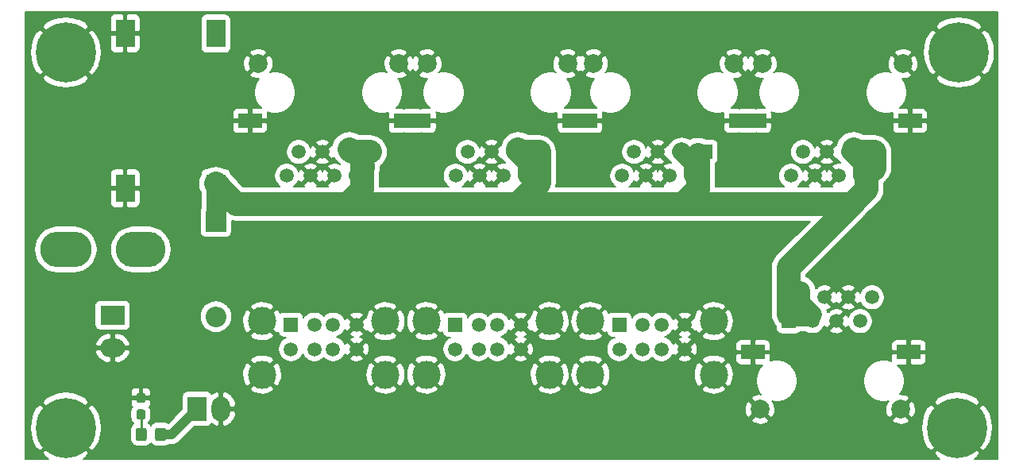
<source format=gtl>
G04 #@! TF.GenerationSoftware,KiCad,Pcbnew,(5.0.0)*
G04 #@! TF.CreationDate,2018-08-14T00:58:00+01:00*
G04 #@! TF.ProjectId,distboard,64697374626F6172642E6B696361645F,rev?*
G04 #@! TF.SameCoordinates,Original*
G04 #@! TF.FileFunction,Copper,L1,Top,Signal*
G04 #@! TF.FilePolarity,Positive*
%FSLAX46Y46*%
G04 Gerber Fmt 4.6, Leading zero omitted, Abs format (unit mm)*
G04 Created by KiCad (PCBNEW (5.0.0)) date 08/14/18 00:58:00*
%MOMM*%
%LPD*%
G01*
G04 APERTURE LIST*
G04 #@! TA.AperFunction,ComponentPad*
%ADD10R,2.000000X3.000000*%
G04 #@! TD*
G04 #@! TA.AperFunction,ComponentPad*
%ADD11O,5.300000X3.800000*%
G04 #@! TD*
G04 #@! TA.AperFunction,ComponentPad*
%ADD12O,5.500000X3.800000*%
G04 #@! TD*
G04 #@! TA.AperFunction,ComponentPad*
%ADD13O,2.000000X2.600000*%
G04 #@! TD*
G04 #@! TA.AperFunction,ComponentPad*
%ADD14R,2.000000X2.600000*%
G04 #@! TD*
G04 #@! TA.AperFunction,ComponentPad*
%ADD15R,2.200000X2.200000*%
G04 #@! TD*
G04 #@! TA.AperFunction,ComponentPad*
%ADD16O,2.200000X2.200000*%
G04 #@! TD*
G04 #@! TA.AperFunction,ComponentPad*
%ADD17C,1.500000*%
G04 #@! TD*
G04 #@! TA.AperFunction,ComponentPad*
%ADD18C,3.000000*%
G04 #@! TD*
G04 #@! TA.AperFunction,ComponentPad*
%ADD19R,1.500000X1.500000*%
G04 #@! TD*
G04 #@! TA.AperFunction,ComponentPad*
%ADD20R,2.600000X2.000000*%
G04 #@! TD*
G04 #@! TA.AperFunction,ComponentPad*
%ADD21O,2.600000X2.000000*%
G04 #@! TD*
G04 #@! TA.AperFunction,ComponentPad*
%ADD22C,2.000000*%
G04 #@! TD*
G04 #@! TA.AperFunction,SMDPad,CuDef*
%ADD23R,2.540000X1.524000*%
G04 #@! TD*
G04 #@! TA.AperFunction,ComponentPad*
%ADD24C,0.800000*%
G04 #@! TD*
G04 #@! TA.AperFunction,ComponentPad*
%ADD25C,6.400000*%
G04 #@! TD*
G04 #@! TA.AperFunction,Conductor*
%ADD26C,0.100000*%
G04 #@! TD*
G04 #@! TA.AperFunction,SMDPad,CuDef*
%ADD27C,1.150000*%
G04 #@! TD*
G04 #@! TA.AperFunction,SMDPad,CuDef*
%ADD28C,0.950000*%
G04 #@! TD*
G04 #@! TA.AperFunction,Conductor*
%ADD29C,1.000000*%
G04 #@! TD*
G04 #@! TA.AperFunction,Conductor*
%ADD30C,2.000000*%
G04 #@! TD*
G04 #@! TA.AperFunction,Conductor*
%ADD31C,2.500000*%
G04 #@! TD*
G04 #@! TA.AperFunction,Conductor*
%ADD32C,0.250000*%
G04 #@! TD*
G04 #@! TA.AperFunction,Conductor*
%ADD33C,0.200000*%
G04 #@! TD*
G04 APERTURE END LIST*
D10*
G04 #@! TO.P,U1,2*
G04 #@! TO.N,CANGND*
X91332000Y-49484000D03*
G04 #@! TO.P,U1,1*
G04 #@! TO.N,CANV*
X100984000Y-49484000D03*
G04 #@! TO.P,U1,4*
G04 #@! TO.N,+5V*
X100984000Y-32990000D03*
G04 #@! TO.P,U1,3*
G04 #@! TO.N,CANGND*
X91332000Y-32959000D03*
G04 #@! TD*
D11*
G04 #@! TO.P,F1,2*
G04 #@! TO.N,Net-(D1-Pad2)*
X93000000Y-56000000D03*
D12*
G04 #@! TO.P,F1,1*
G04 #@! TO.N,Net-(F1-Pad1)*
X85000000Y-56000000D03*
G04 #@! TD*
D13*
G04 #@! TO.P,J2,2*
G04 #@! TO.N,CANGND*
X101540000Y-73000000D03*
D14*
G04 #@! TO.P,J2,1*
G04 #@! TO.N,+5V*
X99000000Y-73000000D03*
G04 #@! TD*
D15*
G04 #@! TO.P,D1,1*
G04 #@! TO.N,CANV*
X101000000Y-53000000D03*
D16*
G04 #@! TO.P,D1,2*
G04 #@! TO.N,Net-(D1-Pad2)*
X101000000Y-63160000D03*
G04 #@! TD*
D17*
G04 #@! TO.P,U2,8*
G04 #@! TO.N,CANGND*
X116000000Y-66620000D03*
G04 #@! TO.P,U2,7*
G04 #@! TO.N,Net-(U2-Pad7)*
X113500000Y-66620000D03*
G04 #@! TO.P,U2,6*
G04 #@! TO.N,Net-(U2-Pad6)*
X111500000Y-66620000D03*
G04 #@! TO.P,U2,5*
G04 #@! TO.N,+5V*
X109000000Y-66620000D03*
D18*
G04 #@! TO.P,U2,9*
G04 #@! TO.N,CANGND*
X119070000Y-69330000D03*
X105930000Y-69330000D03*
D17*
G04 #@! TO.P,U2,4*
X116000000Y-64000000D03*
G04 #@! TO.P,U2,3*
G04 #@! TO.N,Net-(U2-Pad3)*
X113500000Y-64000000D03*
G04 #@! TO.P,U2,2*
G04 #@! TO.N,Net-(U2-Pad2)*
X111500000Y-64000000D03*
D19*
G04 #@! TO.P,U2,1*
G04 #@! TO.N,+5V*
X109000000Y-64000000D03*
D18*
G04 #@! TO.P,U2,9*
G04 #@! TO.N,CANGND*
X105930000Y-63650000D03*
X119070000Y-63650000D03*
G04 #@! TD*
G04 #@! TO.P,U3,9*
G04 #@! TO.N,CANGND*
X136570000Y-63650000D03*
X123430000Y-63650000D03*
D19*
G04 #@! TO.P,U3,1*
G04 #@! TO.N,+5V*
X126500000Y-64000000D03*
D17*
G04 #@! TO.P,U3,2*
G04 #@! TO.N,Net-(U3-Pad2)*
X129000000Y-64000000D03*
G04 #@! TO.P,U3,3*
G04 #@! TO.N,Net-(U3-Pad3)*
X131000000Y-64000000D03*
G04 #@! TO.P,U3,4*
G04 #@! TO.N,CANGND*
X133500000Y-64000000D03*
D18*
G04 #@! TO.P,U3,9*
X123430000Y-69330000D03*
X136570000Y-69330000D03*
D17*
G04 #@! TO.P,U3,5*
G04 #@! TO.N,+5V*
X126500000Y-66620000D03*
G04 #@! TO.P,U3,6*
G04 #@! TO.N,Net-(U3-Pad6)*
X129000000Y-66620000D03*
G04 #@! TO.P,U3,7*
G04 #@! TO.N,Net-(U3-Pad7)*
X131000000Y-66620000D03*
G04 #@! TO.P,U3,8*
G04 #@! TO.N,CANGND*
X133500000Y-66620000D03*
G04 #@! TD*
G04 #@! TO.P,U4,8*
G04 #@! TO.N,CANGND*
X151000000Y-66620000D03*
G04 #@! TO.P,U4,7*
G04 #@! TO.N,Net-(U4-Pad7)*
X148500000Y-66620000D03*
G04 #@! TO.P,U4,6*
G04 #@! TO.N,Net-(U4-Pad6)*
X146500000Y-66620000D03*
G04 #@! TO.P,U4,5*
G04 #@! TO.N,+5V*
X144000000Y-66620000D03*
D18*
G04 #@! TO.P,U4,9*
G04 #@! TO.N,CANGND*
X154070000Y-69330000D03*
X140930000Y-69330000D03*
D17*
G04 #@! TO.P,U4,4*
X151000000Y-64000000D03*
G04 #@! TO.P,U4,3*
G04 #@! TO.N,Net-(U4-Pad3)*
X148500000Y-64000000D03*
G04 #@! TO.P,U4,2*
G04 #@! TO.N,Net-(U4-Pad2)*
X146500000Y-64000000D03*
D19*
G04 #@! TO.P,U4,1*
G04 #@! TO.N,+5V*
X144000000Y-64000000D03*
D18*
G04 #@! TO.P,U4,9*
G04 #@! TO.N,CANGND*
X140930000Y-63650000D03*
X154070000Y-63650000D03*
G04 #@! TD*
D20*
G04 #@! TO.P,J1,1*
G04 #@! TO.N,Net-(F1-Pad1)*
X90000000Y-63000000D03*
D21*
G04 #@! TO.P,J1,2*
G04 #@! TO.N,CANGND*
X90000000Y-66500000D03*
G04 #@! TD*
D22*
G04 #@! TO.P,J4,SH*
G04 #@! TO.N,CANGND*
X105505000Y-36200000D03*
X120495000Y-36200000D03*
D17*
G04 #@! TO.P,J4,8*
G04 #@! TO.N,CANL*
X108555000Y-48140000D03*
G04 #@! TO.P,J4,6*
G04 #@! TO.N,CANGND*
X111095000Y-48140000D03*
G04 #@! TO.P,J4,4*
X113635000Y-48140000D03*
G04 #@! TO.P,J4,2*
G04 #@! TO.N,CANV*
X116175000Y-48140000D03*
G04 #@! TO.P,J4,7*
G04 #@! TO.N,CANH*
X109825000Y-45600000D03*
G04 #@! TO.P,J4,5*
G04 #@! TO.N,CANGND*
X112365000Y-45600000D03*
G04 #@! TO.P,J4,3*
G04 #@! TO.N,CANV*
X114905000Y-45600000D03*
D19*
G04 #@! TO.P,J4,1*
X117445000Y-45600000D03*
D23*
G04 #@! TO.P,J4,SH*
G04 #@! TO.N,CANGND*
X104634000Y-42298000D03*
X121239000Y-42298000D03*
G04 #@! TD*
D22*
G04 #@! TO.P,J5,SH*
G04 #@! TO.N,CANGND*
X173995000Y-73050000D03*
X159005000Y-73050000D03*
D17*
G04 #@! TO.P,J5,8*
G04 #@! TO.N,CANL*
X170945000Y-61110000D03*
G04 #@! TO.P,J5,6*
G04 #@! TO.N,CANGND*
X168405000Y-61110000D03*
G04 #@! TO.P,J5,4*
X165865000Y-61110000D03*
G04 #@! TO.P,J5,2*
G04 #@! TO.N,CANV*
X163325000Y-61110000D03*
G04 #@! TO.P,J5,7*
G04 #@! TO.N,CANH*
X169675000Y-63650000D03*
G04 #@! TO.P,J5,5*
G04 #@! TO.N,CANGND*
X167135000Y-63650000D03*
G04 #@! TO.P,J5,3*
G04 #@! TO.N,CANV*
X164595000Y-63650000D03*
D19*
G04 #@! TO.P,J5,1*
X162055000Y-63650000D03*
D23*
G04 #@! TO.P,J5,SH*
G04 #@! TO.N,CANGND*
X174866000Y-66952000D03*
X158261000Y-66952000D03*
G04 #@! TD*
G04 #@! TO.P,J6,SH*
G04 #@! TO.N,CANGND*
X139239000Y-42298000D03*
X122634000Y-42298000D03*
D19*
G04 #@! TO.P,J6,1*
G04 #@! TO.N,CANV*
X135445000Y-45600000D03*
D17*
G04 #@! TO.P,J6,3*
X132905000Y-45600000D03*
G04 #@! TO.P,J6,5*
G04 #@! TO.N,CANGND*
X130365000Y-45600000D03*
G04 #@! TO.P,J6,7*
G04 #@! TO.N,CANH*
X127825000Y-45600000D03*
G04 #@! TO.P,J6,2*
G04 #@! TO.N,CANV*
X134175000Y-48140000D03*
G04 #@! TO.P,J6,4*
G04 #@! TO.N,CANGND*
X131635000Y-48140000D03*
G04 #@! TO.P,J6,6*
X129095000Y-48140000D03*
G04 #@! TO.P,J6,8*
G04 #@! TO.N,CANL*
X126555000Y-48140000D03*
D22*
G04 #@! TO.P,J6,SH*
G04 #@! TO.N,CANGND*
X138495000Y-36200000D03*
X123505000Y-36200000D03*
G04 #@! TD*
G04 #@! TO.P,J7,SH*
G04 #@! TO.N,CANGND*
X141255000Y-36200000D03*
X156245000Y-36200000D03*
D17*
G04 #@! TO.P,J7,8*
G04 #@! TO.N,CANL*
X144305000Y-48140000D03*
G04 #@! TO.P,J7,6*
G04 #@! TO.N,CANGND*
X146845000Y-48140000D03*
G04 #@! TO.P,J7,4*
X149385000Y-48140000D03*
G04 #@! TO.P,J7,2*
G04 #@! TO.N,CANV*
X151925000Y-48140000D03*
G04 #@! TO.P,J7,7*
G04 #@! TO.N,CANH*
X145575000Y-45600000D03*
G04 #@! TO.P,J7,5*
G04 #@! TO.N,CANGND*
X148115000Y-45600000D03*
G04 #@! TO.P,J7,3*
G04 #@! TO.N,CANV*
X150655000Y-45600000D03*
D19*
G04 #@! TO.P,J7,1*
X153195000Y-45600000D03*
D23*
G04 #@! TO.P,J7,SH*
G04 #@! TO.N,CANGND*
X140384000Y-42298000D03*
X156989000Y-42298000D03*
G04 #@! TD*
G04 #@! TO.P,J8,SH*
G04 #@! TO.N,CANGND*
X174989000Y-42298000D03*
X158384000Y-42298000D03*
D19*
G04 #@! TO.P,J8,1*
G04 #@! TO.N,CANV*
X171195000Y-45600000D03*
D17*
G04 #@! TO.P,J8,3*
X168655000Y-45600000D03*
G04 #@! TO.P,J8,5*
G04 #@! TO.N,CANGND*
X166115000Y-45600000D03*
G04 #@! TO.P,J8,7*
G04 #@! TO.N,CANH*
X163575000Y-45600000D03*
G04 #@! TO.P,J8,2*
G04 #@! TO.N,CANV*
X169925000Y-48140000D03*
G04 #@! TO.P,J8,4*
G04 #@! TO.N,CANGND*
X167385000Y-48140000D03*
G04 #@! TO.P,J8,6*
X164845000Y-48140000D03*
G04 #@! TO.P,J8,8*
G04 #@! TO.N,CANL*
X162305000Y-48140000D03*
D22*
G04 #@! TO.P,J8,SH*
G04 #@! TO.N,CANGND*
X174245000Y-36200000D03*
X159255000Y-36200000D03*
G04 #@! TD*
D24*
G04 #@! TO.P,MH1,1*
G04 #@! TO.N,CANGND*
X86697056Y-33302944D03*
X85000000Y-32600000D03*
X83302944Y-33302944D03*
X82600000Y-35000000D03*
X83302944Y-36697056D03*
X85000000Y-37400000D03*
X86697056Y-36697056D03*
X87400000Y-35000000D03*
D25*
X85000000Y-35000000D03*
G04 #@! TD*
G04 #@! TO.P,MH2,1*
G04 #@! TO.N,CANGND*
X180200000Y-35000000D03*
D24*
X182600000Y-35000000D03*
X181897056Y-36697056D03*
X180200000Y-37400000D03*
X178502944Y-36697056D03*
X177800000Y-35000000D03*
X178502944Y-33302944D03*
X180200000Y-32600000D03*
X181897056Y-33302944D03*
G04 #@! TD*
G04 #@! TO.P,MH3,1*
G04 #@! TO.N,CANGND*
X86697056Y-73302944D03*
X85000000Y-72600000D03*
X83302944Y-73302944D03*
X82600000Y-75000000D03*
X83302944Y-76697056D03*
X85000000Y-77400000D03*
X86697056Y-76697056D03*
X87400000Y-75000000D03*
D25*
X85000000Y-75000000D03*
G04 #@! TD*
G04 #@! TO.P,MH4,1*
G04 #@! TO.N,CANGND*
X180000000Y-75000000D03*
D24*
X182400000Y-75000000D03*
X181697056Y-76697056D03*
X180000000Y-77400000D03*
X178302944Y-76697056D03*
X177600000Y-75000000D03*
X178302944Y-73302944D03*
X180000000Y-72600000D03*
X181697056Y-73302944D03*
G04 #@! TD*
D26*
G04 #@! TO.N,Net-(D2-Pad1)*
G04 #@! TO.C,D2*
G36*
X93399505Y-75001204D02*
X93423773Y-75004804D01*
X93447572Y-75010765D01*
X93470671Y-75019030D01*
X93492850Y-75029520D01*
X93513893Y-75042132D01*
X93533599Y-75056747D01*
X93551777Y-75073223D01*
X93568253Y-75091401D01*
X93582868Y-75111107D01*
X93595480Y-75132150D01*
X93605970Y-75154329D01*
X93614235Y-75177428D01*
X93620196Y-75201227D01*
X93623796Y-75225495D01*
X93625000Y-75249999D01*
X93625000Y-76150001D01*
X93623796Y-76174505D01*
X93620196Y-76198773D01*
X93614235Y-76222572D01*
X93605970Y-76245671D01*
X93595480Y-76267850D01*
X93582868Y-76288893D01*
X93568253Y-76308599D01*
X93551777Y-76326777D01*
X93533599Y-76343253D01*
X93513893Y-76357868D01*
X93492850Y-76370480D01*
X93470671Y-76380970D01*
X93447572Y-76389235D01*
X93423773Y-76395196D01*
X93399505Y-76398796D01*
X93375001Y-76400000D01*
X92724999Y-76400000D01*
X92700495Y-76398796D01*
X92676227Y-76395196D01*
X92652428Y-76389235D01*
X92629329Y-76380970D01*
X92607150Y-76370480D01*
X92586107Y-76357868D01*
X92566401Y-76343253D01*
X92548223Y-76326777D01*
X92531747Y-76308599D01*
X92517132Y-76288893D01*
X92504520Y-76267850D01*
X92494030Y-76245671D01*
X92485765Y-76222572D01*
X92479804Y-76198773D01*
X92476204Y-76174505D01*
X92475000Y-76150001D01*
X92475000Y-75249999D01*
X92476204Y-75225495D01*
X92479804Y-75201227D01*
X92485765Y-75177428D01*
X92494030Y-75154329D01*
X92504520Y-75132150D01*
X92517132Y-75111107D01*
X92531747Y-75091401D01*
X92548223Y-75073223D01*
X92566401Y-75056747D01*
X92586107Y-75042132D01*
X92607150Y-75029520D01*
X92629329Y-75019030D01*
X92652428Y-75010765D01*
X92676227Y-75004804D01*
X92700495Y-75001204D01*
X92724999Y-75000000D01*
X93375001Y-75000000D01*
X93399505Y-75001204D01*
X93399505Y-75001204D01*
G37*
D27*
G04 #@! TD*
G04 #@! TO.P,D2,1*
G04 #@! TO.N,Net-(D2-Pad1)*
X93050000Y-75700000D03*
D26*
G04 #@! TO.N,+5V*
G04 #@! TO.C,D2*
G36*
X95449505Y-75001204D02*
X95473773Y-75004804D01*
X95497572Y-75010765D01*
X95520671Y-75019030D01*
X95542850Y-75029520D01*
X95563893Y-75042132D01*
X95583599Y-75056747D01*
X95601777Y-75073223D01*
X95618253Y-75091401D01*
X95632868Y-75111107D01*
X95645480Y-75132150D01*
X95655970Y-75154329D01*
X95664235Y-75177428D01*
X95670196Y-75201227D01*
X95673796Y-75225495D01*
X95675000Y-75249999D01*
X95675000Y-76150001D01*
X95673796Y-76174505D01*
X95670196Y-76198773D01*
X95664235Y-76222572D01*
X95655970Y-76245671D01*
X95645480Y-76267850D01*
X95632868Y-76288893D01*
X95618253Y-76308599D01*
X95601777Y-76326777D01*
X95583599Y-76343253D01*
X95563893Y-76357868D01*
X95542850Y-76370480D01*
X95520671Y-76380970D01*
X95497572Y-76389235D01*
X95473773Y-76395196D01*
X95449505Y-76398796D01*
X95425001Y-76400000D01*
X94774999Y-76400000D01*
X94750495Y-76398796D01*
X94726227Y-76395196D01*
X94702428Y-76389235D01*
X94679329Y-76380970D01*
X94657150Y-76370480D01*
X94636107Y-76357868D01*
X94616401Y-76343253D01*
X94598223Y-76326777D01*
X94581747Y-76308599D01*
X94567132Y-76288893D01*
X94554520Y-76267850D01*
X94544030Y-76245671D01*
X94535765Y-76222572D01*
X94529804Y-76198773D01*
X94526204Y-76174505D01*
X94525000Y-76150001D01*
X94525000Y-75249999D01*
X94526204Y-75225495D01*
X94529804Y-75201227D01*
X94535765Y-75177428D01*
X94544030Y-75154329D01*
X94554520Y-75132150D01*
X94567132Y-75111107D01*
X94581747Y-75091401D01*
X94598223Y-75073223D01*
X94616401Y-75056747D01*
X94636107Y-75042132D01*
X94657150Y-75029520D01*
X94679329Y-75019030D01*
X94702428Y-75010765D01*
X94726227Y-75004804D01*
X94750495Y-75001204D01*
X94774999Y-75000000D01*
X95425001Y-75000000D01*
X95449505Y-75001204D01*
X95449505Y-75001204D01*
G37*
D27*
G04 #@! TD*
G04 #@! TO.P,D2,2*
G04 #@! TO.N,+5V*
X95100000Y-75700000D03*
D26*
G04 #@! TO.N,Net-(D2-Pad1)*
G04 #@! TO.C,R1*
G36*
X93260779Y-73051144D02*
X93283834Y-73054563D01*
X93306443Y-73060227D01*
X93328387Y-73068079D01*
X93349457Y-73078044D01*
X93369448Y-73090026D01*
X93388168Y-73103910D01*
X93405438Y-73119562D01*
X93421090Y-73136832D01*
X93434974Y-73155552D01*
X93446956Y-73175543D01*
X93456921Y-73196613D01*
X93464773Y-73218557D01*
X93470437Y-73241166D01*
X93473856Y-73264221D01*
X93475000Y-73287500D01*
X93475000Y-73862500D01*
X93473856Y-73885779D01*
X93470437Y-73908834D01*
X93464773Y-73931443D01*
X93456921Y-73953387D01*
X93446956Y-73974457D01*
X93434974Y-73994448D01*
X93421090Y-74013168D01*
X93405438Y-74030438D01*
X93388168Y-74046090D01*
X93369448Y-74059974D01*
X93349457Y-74071956D01*
X93328387Y-74081921D01*
X93306443Y-74089773D01*
X93283834Y-74095437D01*
X93260779Y-74098856D01*
X93237500Y-74100000D01*
X92762500Y-74100000D01*
X92739221Y-74098856D01*
X92716166Y-74095437D01*
X92693557Y-74089773D01*
X92671613Y-74081921D01*
X92650543Y-74071956D01*
X92630552Y-74059974D01*
X92611832Y-74046090D01*
X92594562Y-74030438D01*
X92578910Y-74013168D01*
X92565026Y-73994448D01*
X92553044Y-73974457D01*
X92543079Y-73953387D01*
X92535227Y-73931443D01*
X92529563Y-73908834D01*
X92526144Y-73885779D01*
X92525000Y-73862500D01*
X92525000Y-73287500D01*
X92526144Y-73264221D01*
X92529563Y-73241166D01*
X92535227Y-73218557D01*
X92543079Y-73196613D01*
X92553044Y-73175543D01*
X92565026Y-73155552D01*
X92578910Y-73136832D01*
X92594562Y-73119562D01*
X92611832Y-73103910D01*
X92630552Y-73090026D01*
X92650543Y-73078044D01*
X92671613Y-73068079D01*
X92693557Y-73060227D01*
X92716166Y-73054563D01*
X92739221Y-73051144D01*
X92762500Y-73050000D01*
X93237500Y-73050000D01*
X93260779Y-73051144D01*
X93260779Y-73051144D01*
G37*
D28*
G04 #@! TD*
G04 #@! TO.P,R1,1*
G04 #@! TO.N,Net-(D2-Pad1)*
X93000000Y-73575000D03*
D26*
G04 #@! TO.N,CANGND*
G04 #@! TO.C,R1*
G36*
X93260779Y-71301144D02*
X93283834Y-71304563D01*
X93306443Y-71310227D01*
X93328387Y-71318079D01*
X93349457Y-71328044D01*
X93369448Y-71340026D01*
X93388168Y-71353910D01*
X93405438Y-71369562D01*
X93421090Y-71386832D01*
X93434974Y-71405552D01*
X93446956Y-71425543D01*
X93456921Y-71446613D01*
X93464773Y-71468557D01*
X93470437Y-71491166D01*
X93473856Y-71514221D01*
X93475000Y-71537500D01*
X93475000Y-72112500D01*
X93473856Y-72135779D01*
X93470437Y-72158834D01*
X93464773Y-72181443D01*
X93456921Y-72203387D01*
X93446956Y-72224457D01*
X93434974Y-72244448D01*
X93421090Y-72263168D01*
X93405438Y-72280438D01*
X93388168Y-72296090D01*
X93369448Y-72309974D01*
X93349457Y-72321956D01*
X93328387Y-72331921D01*
X93306443Y-72339773D01*
X93283834Y-72345437D01*
X93260779Y-72348856D01*
X93237500Y-72350000D01*
X92762500Y-72350000D01*
X92739221Y-72348856D01*
X92716166Y-72345437D01*
X92693557Y-72339773D01*
X92671613Y-72331921D01*
X92650543Y-72321956D01*
X92630552Y-72309974D01*
X92611832Y-72296090D01*
X92594562Y-72280438D01*
X92578910Y-72263168D01*
X92565026Y-72244448D01*
X92553044Y-72224457D01*
X92543079Y-72203387D01*
X92535227Y-72181443D01*
X92529563Y-72158834D01*
X92526144Y-72135779D01*
X92525000Y-72112500D01*
X92525000Y-71537500D01*
X92526144Y-71514221D01*
X92529563Y-71491166D01*
X92535227Y-71468557D01*
X92543079Y-71446613D01*
X92553044Y-71425543D01*
X92565026Y-71405552D01*
X92578910Y-71386832D01*
X92594562Y-71369562D01*
X92611832Y-71353910D01*
X92630552Y-71340026D01*
X92650543Y-71328044D01*
X92671613Y-71318079D01*
X92693557Y-71310227D01*
X92716166Y-71304563D01*
X92739221Y-71301144D01*
X92762500Y-71300000D01*
X93237500Y-71300000D01*
X93260779Y-71301144D01*
X93260779Y-71301144D01*
G37*
D28*
G04 #@! TD*
G04 #@! TO.P,R1,2*
G04 #@! TO.N,CANGND*
X93000000Y-71825000D03*
D29*
G04 #@! TO.N,+5V*
X96300000Y-75700000D02*
X99000000Y-73000000D01*
X95100000Y-75700000D02*
X96300000Y-75700000D01*
D30*
G04 #@! TO.N,CANV*
X101000000Y-49000000D02*
X100984000Y-48984000D01*
X101000000Y-53000000D02*
X101000000Y-49000000D01*
D31*
X116635001Y-49580001D02*
X116635001Y-46635001D01*
X115075001Y-51140001D02*
X116635001Y-49580001D01*
X100984000Y-48984000D02*
X103140001Y-51140001D01*
X103140001Y-51140001D02*
X115075001Y-51140001D01*
X135445000Y-48850000D02*
X135445000Y-45600000D01*
X133154999Y-51140001D02*
X135445000Y-48850000D01*
X115075001Y-51140001D02*
X133154999Y-51140001D01*
X152385001Y-49580001D02*
X152385001Y-45885001D01*
X133154999Y-51140001D02*
X150825001Y-51140001D01*
X150825001Y-51140001D02*
X152385001Y-49580001D01*
X170385001Y-49580001D02*
X170385001Y-48140000D01*
X168825001Y-51140001D02*
X170385001Y-49580001D01*
X150825001Y-51140001D02*
X168825001Y-51140001D01*
X162055000Y-57910002D02*
X162055000Y-62900000D01*
X168825001Y-51140001D02*
X162055000Y-57910002D01*
X162055000Y-62900000D02*
X163964998Y-62900000D01*
X162055000Y-61630000D02*
X162864999Y-60820001D01*
X162055000Y-62900000D02*
X162055000Y-61630000D01*
X115535002Y-45600000D02*
X115220001Y-45284999D01*
X117445000Y-45600000D02*
X115535002Y-45600000D01*
X133535002Y-45600000D02*
X133220001Y-45284999D01*
X135445000Y-45600000D02*
X133535002Y-45600000D01*
X171195000Y-47330001D02*
X170385001Y-48140000D01*
X171195000Y-45600000D02*
X171195000Y-47330001D01*
X169285002Y-45600000D02*
X168970001Y-45284999D01*
X171195000Y-45600000D02*
X169285002Y-45600000D01*
D30*
X163325000Y-61630000D02*
X163325000Y-60360000D01*
X164595000Y-62900000D02*
X163325000Y-61630000D01*
X169925000Y-46870000D02*
X169925000Y-48140000D01*
X168655000Y-45600000D02*
X169925000Y-46870000D01*
X151925000Y-46870000D02*
X150655000Y-45600000D01*
X151925000Y-48140000D02*
X151925000Y-46870000D01*
X134175000Y-46870000D02*
X132905000Y-45600000D01*
X134175000Y-48140000D02*
X134175000Y-46870000D01*
X116924999Y-46989997D02*
X115535002Y-45600000D01*
X116924999Y-47390001D02*
X116924999Y-46989997D01*
X116175000Y-48140000D02*
X116924999Y-47390001D01*
D32*
G04 #@! TO.N,Net-(D2-Pad1)*
X93050000Y-73625000D02*
X93000000Y-73575000D01*
X93050000Y-75700000D02*
X93050000Y-73625000D01*
G04 #@! TD*
D33*
G04 #@! TO.N,CANGND*
G36*
X184317000Y-78317000D02*
X181873233Y-78317000D01*
X182122706Y-78183654D01*
X182487033Y-77704822D01*
X180000000Y-75217789D01*
X177512967Y-77704822D01*
X177877294Y-78183654D01*
X178127360Y-78317000D01*
X86873233Y-78317000D01*
X87122706Y-78183654D01*
X87487033Y-77704822D01*
X85000000Y-75217789D01*
X82512967Y-77704822D01*
X82877294Y-78183654D01*
X83127360Y-78317000D01*
X80683000Y-78317000D01*
X80683000Y-75003779D01*
X81173577Y-75003779D01*
X81247838Y-75750204D01*
X81466292Y-76467800D01*
X81816346Y-77122706D01*
X82295178Y-77487033D01*
X84782211Y-75000000D01*
X85217789Y-75000000D01*
X87704822Y-77487033D01*
X88183654Y-77122706D01*
X88536601Y-76460818D01*
X88753637Y-75742792D01*
X88801681Y-75249999D01*
X91864059Y-75249999D01*
X91864059Y-76150001D01*
X91880602Y-76317962D01*
X91929594Y-76479468D01*
X92009154Y-76628314D01*
X92116222Y-76758778D01*
X92246686Y-76865846D01*
X92395532Y-76945406D01*
X92557038Y-76994398D01*
X92724999Y-77010941D01*
X93375001Y-77010941D01*
X93542962Y-76994398D01*
X93704468Y-76945406D01*
X93853314Y-76865846D01*
X93983778Y-76758778D01*
X94075000Y-76647623D01*
X94166222Y-76758778D01*
X94296686Y-76865846D01*
X94445532Y-76945406D01*
X94607038Y-76994398D01*
X94774999Y-77010941D01*
X95425001Y-77010941D01*
X95592962Y-76994398D01*
X95754468Y-76945406D01*
X95903314Y-76865846D01*
X95973800Y-76808000D01*
X96245577Y-76808000D01*
X96300000Y-76813360D01*
X96354423Y-76808000D01*
X96354431Y-76808000D01*
X96517206Y-76791968D01*
X96726065Y-76728611D01*
X96918550Y-76625726D01*
X97087265Y-76487265D01*
X97121969Y-76444978D01*
X98563168Y-75003779D01*
X176173577Y-75003779D01*
X176247838Y-75750204D01*
X176466292Y-76467800D01*
X176816346Y-77122706D01*
X177295178Y-77487033D01*
X179782211Y-75000000D01*
X180217789Y-75000000D01*
X182704822Y-77487033D01*
X183183654Y-77122706D01*
X183536601Y-76460818D01*
X183753637Y-75742792D01*
X183826423Y-74996221D01*
X183752162Y-74249796D01*
X183533708Y-73532200D01*
X183183654Y-72877294D01*
X182704822Y-72512967D01*
X180217789Y-75000000D01*
X179782211Y-75000000D01*
X177295178Y-72512967D01*
X176816346Y-72877294D01*
X176463399Y-73539182D01*
X176246363Y-74257208D01*
X176173577Y-75003779D01*
X98563168Y-75003779D01*
X98656007Y-74910941D01*
X100000000Y-74910941D01*
X100119189Y-74899202D01*
X100233797Y-74864436D01*
X100339421Y-74807979D01*
X100432001Y-74732001D01*
X100507979Y-74639421D01*
X100544125Y-74571797D01*
X100731288Y-74705500D01*
X101021027Y-74836266D01*
X101137506Y-74856812D01*
X101386000Y-74747833D01*
X101386000Y-73154000D01*
X101694000Y-73154000D01*
X101694000Y-74747833D01*
X101942494Y-74856812D01*
X102058973Y-74836266D01*
X102348712Y-74705500D01*
X102607372Y-74520722D01*
X102825014Y-74289032D01*
X102887921Y-74188199D01*
X158084590Y-74188199D01*
X158184181Y-74441762D01*
X158471472Y-74575154D01*
X158779265Y-74649934D01*
X159095735Y-74663230D01*
X159408716Y-74614531D01*
X159706184Y-74505708D01*
X159825819Y-74441762D01*
X159925410Y-74188199D01*
X173074590Y-74188199D01*
X173174181Y-74441762D01*
X173461472Y-74575154D01*
X173769265Y-74649934D01*
X174085735Y-74663230D01*
X174398716Y-74614531D01*
X174696184Y-74505708D01*
X174815819Y-74441762D01*
X174915410Y-74188199D01*
X173995000Y-73267789D01*
X173074590Y-74188199D01*
X159925410Y-74188199D01*
X159005000Y-73267789D01*
X158084590Y-74188199D01*
X102887921Y-74188199D01*
X102993273Y-74019334D01*
X103105684Y-73721993D01*
X103157927Y-73408435D01*
X103002971Y-73154000D01*
X101694000Y-73154000D01*
X101386000Y-73154000D01*
X101366000Y-73154000D01*
X101366000Y-73140735D01*
X157391770Y-73140735D01*
X157440469Y-73453716D01*
X157549292Y-73751184D01*
X157613238Y-73870819D01*
X157866801Y-73970410D01*
X158787211Y-73050000D01*
X157866801Y-72129590D01*
X157613238Y-72229181D01*
X157479846Y-72516472D01*
X157405066Y-72824265D01*
X157391770Y-73140735D01*
X101366000Y-73140735D01*
X101366000Y-72846000D01*
X101386000Y-72846000D01*
X101386000Y-71252167D01*
X101694000Y-71252167D01*
X101694000Y-72846000D01*
X103002971Y-72846000D01*
X103157927Y-72591565D01*
X103105684Y-72278007D01*
X102993273Y-71980666D01*
X102950310Y-71911801D01*
X158084590Y-71911801D01*
X159005000Y-72832211D01*
X159019142Y-72818069D01*
X159236931Y-73035858D01*
X159222789Y-73050000D01*
X160143199Y-73970410D01*
X160396762Y-73870819D01*
X160530154Y-73583528D01*
X160604934Y-73275735D01*
X160618230Y-72959265D01*
X160569531Y-72646284D01*
X160460708Y-72348816D01*
X160396762Y-72229181D01*
X160243767Y-72169090D01*
X160565069Y-72233000D01*
X161004931Y-72233000D01*
X161436342Y-72147188D01*
X161842722Y-71978859D01*
X162208455Y-71734485D01*
X162519485Y-71423455D01*
X162763859Y-71057722D01*
X162932188Y-70651342D01*
X163018000Y-70219931D01*
X163018000Y-69780069D01*
X169982000Y-69780069D01*
X169982000Y-70219931D01*
X170067812Y-70651342D01*
X170236141Y-71057722D01*
X170480515Y-71423455D01*
X170791545Y-71734485D01*
X171157278Y-71978859D01*
X171563658Y-72147188D01*
X171995069Y-72233000D01*
X172434931Y-72233000D01*
X172756233Y-72169090D01*
X172603238Y-72229181D01*
X172469846Y-72516472D01*
X172395066Y-72824265D01*
X172381770Y-73140735D01*
X172430469Y-73453716D01*
X172539292Y-73751184D01*
X172603238Y-73870819D01*
X172856801Y-73970410D01*
X173777211Y-73050000D01*
X174212789Y-73050000D01*
X175133199Y-73970410D01*
X175386762Y-73870819D01*
X175520154Y-73583528D01*
X175594934Y-73275735D01*
X175608230Y-72959265D01*
X175559531Y-72646284D01*
X175450708Y-72348816D01*
X175422038Y-72295178D01*
X177512967Y-72295178D01*
X180000000Y-74782211D01*
X182487033Y-72295178D01*
X182122706Y-71816346D01*
X181460818Y-71463399D01*
X180742792Y-71246363D01*
X179996221Y-71173577D01*
X179249796Y-71247838D01*
X178532200Y-71466292D01*
X177877294Y-71816346D01*
X177512967Y-72295178D01*
X175422038Y-72295178D01*
X175386762Y-72229181D01*
X175133199Y-72129590D01*
X174212789Y-73050000D01*
X173777211Y-73050000D01*
X173763069Y-73035858D01*
X173980858Y-72818069D01*
X173995000Y-72832211D01*
X174915410Y-71911801D01*
X174815819Y-71658238D01*
X174528528Y-71524846D01*
X174220735Y-71450066D01*
X173934884Y-71438056D01*
X173949485Y-71423455D01*
X174193859Y-71057722D01*
X174362188Y-70651342D01*
X174448000Y-70219931D01*
X174448000Y-69780069D01*
X174362188Y-69348658D01*
X174193859Y-68942278D01*
X173949485Y-68576545D01*
X173694940Y-68322000D01*
X174560000Y-68322000D01*
X174712000Y-68170000D01*
X174712000Y-67106000D01*
X175020000Y-67106000D01*
X175020000Y-68170000D01*
X175172000Y-68322000D01*
X176195883Y-68322000D01*
X176313347Y-68298635D01*
X176423996Y-68252803D01*
X176523578Y-68186264D01*
X176608265Y-68101577D01*
X176674803Y-68001996D01*
X176720635Y-67891347D01*
X176744000Y-67773883D01*
X176744000Y-67258000D01*
X176592000Y-67106000D01*
X175020000Y-67106000D01*
X174712000Y-67106000D01*
X173140000Y-67106000D01*
X172988000Y-67258000D01*
X172988000Y-67773883D01*
X173011365Y-67891347D01*
X173022133Y-67917343D01*
X172866342Y-67852812D01*
X172434931Y-67767000D01*
X171995069Y-67767000D01*
X171563658Y-67852812D01*
X171157278Y-68021141D01*
X170791545Y-68265515D01*
X170480515Y-68576545D01*
X170236141Y-68942278D01*
X170067812Y-69348658D01*
X169982000Y-69780069D01*
X163018000Y-69780069D01*
X162932188Y-69348658D01*
X162763859Y-68942278D01*
X162519485Y-68576545D01*
X162208455Y-68265515D01*
X161842722Y-68021141D01*
X161436342Y-67852812D01*
X161004931Y-67767000D01*
X160565069Y-67767000D01*
X160133658Y-67852812D01*
X160122370Y-67857488D01*
X160139000Y-67773883D01*
X160139000Y-67258000D01*
X159987000Y-67106000D01*
X158415000Y-67106000D01*
X158415000Y-68170000D01*
X158567000Y-68322000D01*
X159305060Y-68322000D01*
X159050515Y-68576545D01*
X158806141Y-68942278D01*
X158637812Y-69348658D01*
X158552000Y-69780069D01*
X158552000Y-70219931D01*
X158637812Y-70651342D01*
X158806141Y-71057722D01*
X159050515Y-71423455D01*
X159070389Y-71443329D01*
X158914265Y-71436770D01*
X158601284Y-71485469D01*
X158303816Y-71594292D01*
X158184181Y-71658238D01*
X158084590Y-71911801D01*
X102950310Y-71911801D01*
X102825014Y-71710968D01*
X102607372Y-71479278D01*
X102348712Y-71294500D01*
X102058973Y-71163734D01*
X101942494Y-71143188D01*
X101694000Y-71252167D01*
X101386000Y-71252167D01*
X101137506Y-71143188D01*
X101021027Y-71163734D01*
X100731288Y-71294500D01*
X100544125Y-71428203D01*
X100507979Y-71360579D01*
X100432001Y-71267999D01*
X100339421Y-71192021D01*
X100233797Y-71135564D01*
X100119189Y-71100798D01*
X100000000Y-71089059D01*
X98000000Y-71089059D01*
X97880811Y-71100798D01*
X97766203Y-71135564D01*
X97660579Y-71192021D01*
X97567999Y-71267999D01*
X97492021Y-71360579D01*
X97435564Y-71466203D01*
X97400798Y-71580811D01*
X97389059Y-71700000D01*
X97389059Y-73043993D01*
X95900437Y-74532616D01*
X95754468Y-74454594D01*
X95592962Y-74405602D01*
X95425001Y-74389059D01*
X94774999Y-74389059D01*
X94607038Y-74405602D01*
X94445532Y-74454594D01*
X94296686Y-74534154D01*
X94166222Y-74641222D01*
X94075000Y-74752377D01*
X93983778Y-74641222D01*
X93853314Y-74534154D01*
X93790781Y-74500729D01*
X93837438Y-74462438D01*
X93942953Y-74333869D01*
X94021357Y-74187184D01*
X94069638Y-74028023D01*
X94085941Y-73862500D01*
X94085941Y-73287500D01*
X94069638Y-73121977D01*
X94021357Y-72962816D01*
X93942953Y-72816131D01*
X93909488Y-72775354D01*
X93947264Y-72737578D01*
X94013803Y-72637996D01*
X94059635Y-72527347D01*
X94083000Y-72409883D01*
X94083000Y-72131000D01*
X93931000Y-71979000D01*
X93154000Y-71979000D01*
X93154000Y-71999000D01*
X92846000Y-71999000D01*
X92846000Y-71979000D01*
X92069000Y-71979000D01*
X91917000Y-72131000D01*
X91917000Y-72409883D01*
X91940365Y-72527347D01*
X91986197Y-72637996D01*
X92052736Y-72737578D01*
X92090512Y-72775354D01*
X92057047Y-72816131D01*
X91978643Y-72962816D01*
X91930362Y-73121977D01*
X91914059Y-73287500D01*
X91914059Y-73862500D01*
X91930362Y-74028023D01*
X91978643Y-74187184D01*
X92057047Y-74333869D01*
X92162562Y-74462438D01*
X92248661Y-74533098D01*
X92246686Y-74534154D01*
X92116222Y-74641222D01*
X92009154Y-74771686D01*
X91929594Y-74920532D01*
X91880602Y-75082038D01*
X91864059Y-75249999D01*
X88801681Y-75249999D01*
X88826423Y-74996221D01*
X88752162Y-74249796D01*
X88533708Y-73532200D01*
X88183654Y-72877294D01*
X87704822Y-72512967D01*
X85217789Y-75000000D01*
X84782211Y-75000000D01*
X82295178Y-72512967D01*
X81816346Y-72877294D01*
X81463399Y-73539182D01*
X81246363Y-74257208D01*
X81173577Y-75003779D01*
X80683000Y-75003779D01*
X80683000Y-72295178D01*
X82512967Y-72295178D01*
X85000000Y-74782211D01*
X87487033Y-72295178D01*
X87122706Y-71816346D01*
X86460818Y-71463399D01*
X85742792Y-71246363D01*
X85678727Y-71240117D01*
X91917000Y-71240117D01*
X91917000Y-71519000D01*
X92069000Y-71671000D01*
X92846000Y-71671000D01*
X92846000Y-70844000D01*
X93154000Y-70844000D01*
X93154000Y-71671000D01*
X93931000Y-71671000D01*
X94083000Y-71519000D01*
X94083000Y-71240117D01*
X94059635Y-71122653D01*
X94013803Y-71012004D01*
X93947264Y-70912422D01*
X93862577Y-70827735D01*
X93858390Y-70824937D01*
X104652852Y-70824937D01*
X104812837Y-71129644D01*
X105185396Y-71313012D01*
X105586570Y-71420174D01*
X106000942Y-71447012D01*
X106412587Y-71392494D01*
X106805687Y-71258716D01*
X107047163Y-71129644D01*
X107207148Y-70824937D01*
X117792852Y-70824937D01*
X117952837Y-71129644D01*
X118325396Y-71313012D01*
X118726570Y-71420174D01*
X119140942Y-71447012D01*
X119552587Y-71392494D01*
X119945687Y-71258716D01*
X120187163Y-71129644D01*
X120347148Y-70824937D01*
X122152852Y-70824937D01*
X122312837Y-71129644D01*
X122685396Y-71313012D01*
X123086570Y-71420174D01*
X123500942Y-71447012D01*
X123912587Y-71392494D01*
X124305687Y-71258716D01*
X124547163Y-71129644D01*
X124707148Y-70824937D01*
X135292852Y-70824937D01*
X135452837Y-71129644D01*
X135825396Y-71313012D01*
X136226570Y-71420174D01*
X136640942Y-71447012D01*
X137052587Y-71392494D01*
X137445687Y-71258716D01*
X137687163Y-71129644D01*
X137847148Y-70824937D01*
X139652852Y-70824937D01*
X139812837Y-71129644D01*
X140185396Y-71313012D01*
X140586570Y-71420174D01*
X141000942Y-71447012D01*
X141412587Y-71392494D01*
X141805687Y-71258716D01*
X142047163Y-71129644D01*
X142207148Y-70824937D01*
X152792852Y-70824937D01*
X152952837Y-71129644D01*
X153325396Y-71313012D01*
X153726570Y-71420174D01*
X154140942Y-71447012D01*
X154552587Y-71392494D01*
X154945687Y-71258716D01*
X155187163Y-71129644D01*
X155347148Y-70824937D01*
X154070000Y-69547789D01*
X152792852Y-70824937D01*
X142207148Y-70824937D01*
X140930000Y-69547789D01*
X139652852Y-70824937D01*
X137847148Y-70824937D01*
X136570000Y-69547789D01*
X135292852Y-70824937D01*
X124707148Y-70824937D01*
X123430000Y-69547789D01*
X122152852Y-70824937D01*
X120347148Y-70824937D01*
X119070000Y-69547789D01*
X117792852Y-70824937D01*
X107207148Y-70824937D01*
X105930000Y-69547789D01*
X104652852Y-70824937D01*
X93858390Y-70824937D01*
X93762996Y-70761197D01*
X93652347Y-70715365D01*
X93534883Y-70692000D01*
X93306000Y-70692000D01*
X93154000Y-70844000D01*
X92846000Y-70844000D01*
X92694000Y-70692000D01*
X92465117Y-70692000D01*
X92347653Y-70715365D01*
X92237004Y-70761197D01*
X92137423Y-70827735D01*
X92052736Y-70912422D01*
X91986197Y-71012004D01*
X91940365Y-71122653D01*
X91917000Y-71240117D01*
X85678727Y-71240117D01*
X84996221Y-71173577D01*
X84249796Y-71247838D01*
X83532200Y-71466292D01*
X82877294Y-71816346D01*
X82512967Y-72295178D01*
X80683000Y-72295178D01*
X80683000Y-69400942D01*
X103812988Y-69400942D01*
X103867506Y-69812587D01*
X104001284Y-70205687D01*
X104130356Y-70447163D01*
X104435063Y-70607148D01*
X105712211Y-69330000D01*
X106147789Y-69330000D01*
X107424937Y-70607148D01*
X107729644Y-70447163D01*
X107913012Y-70074604D01*
X108020174Y-69673430D01*
X108037822Y-69400942D01*
X116952988Y-69400942D01*
X117007506Y-69812587D01*
X117141284Y-70205687D01*
X117270356Y-70447163D01*
X117575063Y-70607148D01*
X118852211Y-69330000D01*
X119287789Y-69330000D01*
X120564937Y-70607148D01*
X120869644Y-70447163D01*
X121053012Y-70074604D01*
X121160174Y-69673430D01*
X121177822Y-69400942D01*
X121312988Y-69400942D01*
X121367506Y-69812587D01*
X121501284Y-70205687D01*
X121630356Y-70447163D01*
X121935063Y-70607148D01*
X123212211Y-69330000D01*
X123647789Y-69330000D01*
X124924937Y-70607148D01*
X125229644Y-70447163D01*
X125413012Y-70074604D01*
X125520174Y-69673430D01*
X125537822Y-69400942D01*
X134452988Y-69400942D01*
X134507506Y-69812587D01*
X134641284Y-70205687D01*
X134770356Y-70447163D01*
X135075063Y-70607148D01*
X136352211Y-69330000D01*
X136787789Y-69330000D01*
X138064937Y-70607148D01*
X138369644Y-70447163D01*
X138553012Y-70074604D01*
X138660174Y-69673430D01*
X138677822Y-69400942D01*
X138812988Y-69400942D01*
X138867506Y-69812587D01*
X139001284Y-70205687D01*
X139130356Y-70447163D01*
X139435063Y-70607148D01*
X140712211Y-69330000D01*
X141147789Y-69330000D01*
X142424937Y-70607148D01*
X142729644Y-70447163D01*
X142913012Y-70074604D01*
X143020174Y-69673430D01*
X143037822Y-69400942D01*
X151952988Y-69400942D01*
X152007506Y-69812587D01*
X152141284Y-70205687D01*
X152270356Y-70447163D01*
X152575063Y-70607148D01*
X153852211Y-69330000D01*
X154287789Y-69330000D01*
X155564937Y-70607148D01*
X155869644Y-70447163D01*
X156053012Y-70074604D01*
X156160174Y-69673430D01*
X156187012Y-69259058D01*
X156132494Y-68847413D01*
X155998716Y-68454313D01*
X155869644Y-68212837D01*
X155564937Y-68052852D01*
X154287789Y-69330000D01*
X153852211Y-69330000D01*
X152575063Y-68052852D01*
X152270356Y-68212837D01*
X152086988Y-68585396D01*
X151979826Y-68986570D01*
X151952988Y-69400942D01*
X143037822Y-69400942D01*
X143047012Y-69259058D01*
X142992494Y-68847413D01*
X142858716Y-68454313D01*
X142729644Y-68212837D01*
X142424937Y-68052852D01*
X141147789Y-69330000D01*
X140712211Y-69330000D01*
X139435063Y-68052852D01*
X139130356Y-68212837D01*
X138946988Y-68585396D01*
X138839826Y-68986570D01*
X138812988Y-69400942D01*
X138677822Y-69400942D01*
X138687012Y-69259058D01*
X138632494Y-68847413D01*
X138498716Y-68454313D01*
X138369644Y-68212837D01*
X138064937Y-68052852D01*
X136787789Y-69330000D01*
X136352211Y-69330000D01*
X135075063Y-68052852D01*
X134770356Y-68212837D01*
X134586988Y-68585396D01*
X134479826Y-68986570D01*
X134452988Y-69400942D01*
X125537822Y-69400942D01*
X125547012Y-69259058D01*
X125492494Y-68847413D01*
X125358716Y-68454313D01*
X125229644Y-68212837D01*
X124924937Y-68052852D01*
X123647789Y-69330000D01*
X123212211Y-69330000D01*
X121935063Y-68052852D01*
X121630356Y-68212837D01*
X121446988Y-68585396D01*
X121339826Y-68986570D01*
X121312988Y-69400942D01*
X121177822Y-69400942D01*
X121187012Y-69259058D01*
X121132494Y-68847413D01*
X120998716Y-68454313D01*
X120869644Y-68212837D01*
X120564937Y-68052852D01*
X119287789Y-69330000D01*
X118852211Y-69330000D01*
X117575063Y-68052852D01*
X117270356Y-68212837D01*
X117086988Y-68585396D01*
X116979826Y-68986570D01*
X116952988Y-69400942D01*
X108037822Y-69400942D01*
X108047012Y-69259058D01*
X107992494Y-68847413D01*
X107858716Y-68454313D01*
X107729644Y-68212837D01*
X107424937Y-68052852D01*
X106147789Y-69330000D01*
X105712211Y-69330000D01*
X104435063Y-68052852D01*
X104130356Y-68212837D01*
X103946988Y-68585396D01*
X103839826Y-68986570D01*
X103812988Y-69400942D01*
X80683000Y-69400942D01*
X80683000Y-66902494D01*
X88143188Y-66902494D01*
X88163734Y-67018973D01*
X88294500Y-67308712D01*
X88479278Y-67567372D01*
X88710968Y-67785014D01*
X88980666Y-67953273D01*
X89278007Y-68065684D01*
X89591565Y-68117927D01*
X89846000Y-67962971D01*
X89846000Y-66654000D01*
X90154000Y-66654000D01*
X90154000Y-67962971D01*
X90408435Y-68117927D01*
X90721993Y-68065684D01*
X91019334Y-67953273D01*
X91208809Y-67835063D01*
X104652852Y-67835063D01*
X105930000Y-69112211D01*
X107207148Y-67835063D01*
X107047163Y-67530356D01*
X106674604Y-67346988D01*
X106273430Y-67239826D01*
X105859058Y-67212988D01*
X105447413Y-67267506D01*
X105054313Y-67401284D01*
X104812837Y-67530356D01*
X104652852Y-67835063D01*
X91208809Y-67835063D01*
X91289032Y-67785014D01*
X91520722Y-67567372D01*
X91705500Y-67308712D01*
X91836266Y-67018973D01*
X91856812Y-66902494D01*
X91747833Y-66654000D01*
X90154000Y-66654000D01*
X89846000Y-66654000D01*
X88252167Y-66654000D01*
X88143188Y-66902494D01*
X80683000Y-66902494D01*
X80683000Y-66097506D01*
X88143188Y-66097506D01*
X88252167Y-66346000D01*
X89846000Y-66346000D01*
X89846000Y-65037029D01*
X90154000Y-65037029D01*
X90154000Y-66346000D01*
X91747833Y-66346000D01*
X91856812Y-66097506D01*
X91836266Y-65981027D01*
X91705500Y-65691288D01*
X91520722Y-65432628D01*
X91289032Y-65214986D01*
X91176753Y-65144937D01*
X104652852Y-65144937D01*
X104812837Y-65449644D01*
X105185396Y-65633012D01*
X105586570Y-65740174D01*
X106000942Y-65767012D01*
X106412587Y-65712494D01*
X106805687Y-65578716D01*
X107047163Y-65449644D01*
X107207148Y-65144937D01*
X105930000Y-63867789D01*
X104652852Y-65144937D01*
X91176753Y-65144937D01*
X91019334Y-65046727D01*
X90721993Y-64934316D01*
X90408435Y-64882073D01*
X90154000Y-65037029D01*
X89846000Y-65037029D01*
X89591565Y-64882073D01*
X89278007Y-64934316D01*
X88980666Y-65046727D01*
X88710968Y-65214986D01*
X88479278Y-65432628D01*
X88294500Y-65691288D01*
X88163734Y-65981027D01*
X88143188Y-66097506D01*
X80683000Y-66097506D01*
X80683000Y-62000000D01*
X88089059Y-62000000D01*
X88089059Y-64000000D01*
X88100798Y-64119189D01*
X88135564Y-64233797D01*
X88192021Y-64339421D01*
X88267999Y-64432001D01*
X88360579Y-64507979D01*
X88466203Y-64564436D01*
X88580811Y-64599202D01*
X88700000Y-64610941D01*
X91300000Y-64610941D01*
X91419189Y-64599202D01*
X91533797Y-64564436D01*
X91639421Y-64507979D01*
X91732001Y-64432001D01*
X91807979Y-64339421D01*
X91864436Y-64233797D01*
X91899202Y-64119189D01*
X91910941Y-64000000D01*
X91910941Y-63160000D01*
X99283736Y-63160000D01*
X99316714Y-63494826D01*
X99414379Y-63816786D01*
X99572979Y-64113505D01*
X99786418Y-64373582D01*
X100046495Y-64587021D01*
X100343214Y-64745621D01*
X100665174Y-64843286D01*
X100916096Y-64868000D01*
X101083904Y-64868000D01*
X101334826Y-64843286D01*
X101656786Y-64745621D01*
X101953505Y-64587021D01*
X102213582Y-64373582D01*
X102427021Y-64113505D01*
X102585621Y-63816786D01*
X102614694Y-63720942D01*
X103812988Y-63720942D01*
X103867506Y-64132587D01*
X104001284Y-64525687D01*
X104130356Y-64767163D01*
X104435063Y-64927148D01*
X105712211Y-63650000D01*
X106147789Y-63650000D01*
X107424937Y-64927148D01*
X107645120Y-64811542D01*
X107650798Y-64869189D01*
X107685564Y-64983797D01*
X107742021Y-65089421D01*
X107817999Y-65182001D01*
X107910579Y-65257979D01*
X108016203Y-65314436D01*
X108130811Y-65349202D01*
X108250000Y-65360941D01*
X108491012Y-65360941D01*
X108356746Y-65416556D01*
X108134325Y-65565172D01*
X107945172Y-65754325D01*
X107796556Y-65976746D01*
X107694187Y-66223886D01*
X107642000Y-66486249D01*
X107642000Y-66753751D01*
X107694187Y-67016114D01*
X107796556Y-67263254D01*
X107945172Y-67485675D01*
X108134325Y-67674828D01*
X108356746Y-67823444D01*
X108603886Y-67925813D01*
X108866249Y-67978000D01*
X109133751Y-67978000D01*
X109396114Y-67925813D01*
X109643254Y-67823444D01*
X109865675Y-67674828D01*
X110054828Y-67485675D01*
X110203444Y-67263254D01*
X110250000Y-67150858D01*
X110296556Y-67263254D01*
X110445172Y-67485675D01*
X110634325Y-67674828D01*
X110856746Y-67823444D01*
X111103886Y-67925813D01*
X111366249Y-67978000D01*
X111633751Y-67978000D01*
X111896114Y-67925813D01*
X112143254Y-67823444D01*
X112365675Y-67674828D01*
X112500000Y-67540503D01*
X112634325Y-67674828D01*
X112856746Y-67823444D01*
X113103886Y-67925813D01*
X113366249Y-67978000D01*
X113633751Y-67978000D01*
X113896114Y-67925813D01*
X114143254Y-67823444D01*
X114365675Y-67674828D01*
X114461134Y-67579369D01*
X115258420Y-67579369D01*
X115327638Y-67807427D01*
X115572213Y-67915782D01*
X115833227Y-67974341D01*
X116100650Y-67980853D01*
X116364205Y-67935069D01*
X116613764Y-67838747D01*
X116620656Y-67835063D01*
X117792852Y-67835063D01*
X119070000Y-69112211D01*
X120347148Y-67835063D01*
X122152852Y-67835063D01*
X123430000Y-69112211D01*
X124707148Y-67835063D01*
X124547163Y-67530356D01*
X124174604Y-67346988D01*
X123773430Y-67239826D01*
X123359058Y-67212988D01*
X122947413Y-67267506D01*
X122554313Y-67401284D01*
X122312837Y-67530356D01*
X122152852Y-67835063D01*
X120347148Y-67835063D01*
X120187163Y-67530356D01*
X119814604Y-67346988D01*
X119413430Y-67239826D01*
X118999058Y-67212988D01*
X118587413Y-67267506D01*
X118194313Y-67401284D01*
X117952837Y-67530356D01*
X117792852Y-67835063D01*
X116620656Y-67835063D01*
X116672362Y-67807427D01*
X116741580Y-67579369D01*
X116000000Y-66837789D01*
X115258420Y-67579369D01*
X114461134Y-67579369D01*
X114554828Y-67485675D01*
X114703444Y-67263254D01*
X114749614Y-67151791D01*
X114781253Y-67233764D01*
X114812573Y-67292362D01*
X115040631Y-67361580D01*
X115782211Y-66620000D01*
X116217789Y-66620000D01*
X116959369Y-67361580D01*
X117187427Y-67292362D01*
X117295782Y-67047787D01*
X117354341Y-66786773D01*
X117360853Y-66519350D01*
X117315069Y-66255795D01*
X117218747Y-66006236D01*
X117187427Y-65947638D01*
X116959369Y-65878420D01*
X116217789Y-66620000D01*
X115782211Y-66620000D01*
X115040631Y-65878420D01*
X114812573Y-65947638D01*
X114749943Y-66089004D01*
X114703444Y-65976746D01*
X114554828Y-65754325D01*
X114365675Y-65565172D01*
X114143254Y-65416556D01*
X113896114Y-65314187D01*
X113875064Y-65310000D01*
X113896114Y-65305813D01*
X114143254Y-65203444D01*
X114365675Y-65054828D01*
X114461134Y-64959369D01*
X115258420Y-64959369D01*
X115327638Y-65187427D01*
X115572213Y-65295782D01*
X115627413Y-65308166D01*
X115386236Y-65401253D01*
X115327638Y-65432573D01*
X115258420Y-65660631D01*
X116000000Y-66402211D01*
X116741580Y-65660631D01*
X116672362Y-65432573D01*
X116427787Y-65324218D01*
X116372587Y-65311834D01*
X116613764Y-65218747D01*
X116672362Y-65187427D01*
X116685258Y-65144937D01*
X117792852Y-65144937D01*
X117952837Y-65449644D01*
X118325396Y-65633012D01*
X118726570Y-65740174D01*
X119140942Y-65767012D01*
X119552587Y-65712494D01*
X119945687Y-65578716D01*
X120187163Y-65449644D01*
X120347148Y-65144937D01*
X122152852Y-65144937D01*
X122312837Y-65449644D01*
X122685396Y-65633012D01*
X123086570Y-65740174D01*
X123500942Y-65767012D01*
X123912587Y-65712494D01*
X124305687Y-65578716D01*
X124547163Y-65449644D01*
X124707148Y-65144937D01*
X123430000Y-63867789D01*
X122152852Y-65144937D01*
X120347148Y-65144937D01*
X119070000Y-63867789D01*
X117792852Y-65144937D01*
X116685258Y-65144937D01*
X116741580Y-64959369D01*
X116000000Y-64217789D01*
X115258420Y-64959369D01*
X114461134Y-64959369D01*
X114554828Y-64865675D01*
X114703444Y-64643254D01*
X114749614Y-64531791D01*
X114781253Y-64613764D01*
X114812573Y-64672362D01*
X115040631Y-64741580D01*
X115782211Y-64000000D01*
X116217789Y-64000000D01*
X116959369Y-64741580D01*
X117187427Y-64672362D01*
X117202046Y-64639364D01*
X117270356Y-64767163D01*
X117575063Y-64927148D01*
X118852211Y-63650000D01*
X119287789Y-63650000D01*
X120564937Y-64927148D01*
X120869644Y-64767163D01*
X121053012Y-64394604D01*
X121160174Y-63993430D01*
X121177822Y-63720942D01*
X121312988Y-63720942D01*
X121367506Y-64132587D01*
X121501284Y-64525687D01*
X121630356Y-64767163D01*
X121935063Y-64927148D01*
X123212211Y-63650000D01*
X123647789Y-63650000D01*
X124924937Y-64927148D01*
X125145120Y-64811542D01*
X125150798Y-64869189D01*
X125185564Y-64983797D01*
X125242021Y-65089421D01*
X125317999Y-65182001D01*
X125410579Y-65257979D01*
X125516203Y-65314436D01*
X125630811Y-65349202D01*
X125750000Y-65360941D01*
X125991012Y-65360941D01*
X125856746Y-65416556D01*
X125634325Y-65565172D01*
X125445172Y-65754325D01*
X125296556Y-65976746D01*
X125194187Y-66223886D01*
X125142000Y-66486249D01*
X125142000Y-66753751D01*
X125194187Y-67016114D01*
X125296556Y-67263254D01*
X125445172Y-67485675D01*
X125634325Y-67674828D01*
X125856746Y-67823444D01*
X126103886Y-67925813D01*
X126366249Y-67978000D01*
X126633751Y-67978000D01*
X126896114Y-67925813D01*
X127143254Y-67823444D01*
X127365675Y-67674828D01*
X127554828Y-67485675D01*
X127703444Y-67263254D01*
X127750000Y-67150858D01*
X127796556Y-67263254D01*
X127945172Y-67485675D01*
X128134325Y-67674828D01*
X128356746Y-67823444D01*
X128603886Y-67925813D01*
X128866249Y-67978000D01*
X129133751Y-67978000D01*
X129396114Y-67925813D01*
X129643254Y-67823444D01*
X129865675Y-67674828D01*
X130000000Y-67540503D01*
X130134325Y-67674828D01*
X130356746Y-67823444D01*
X130603886Y-67925813D01*
X130866249Y-67978000D01*
X131133751Y-67978000D01*
X131396114Y-67925813D01*
X131643254Y-67823444D01*
X131865675Y-67674828D01*
X131961134Y-67579369D01*
X132758420Y-67579369D01*
X132827638Y-67807427D01*
X133072213Y-67915782D01*
X133333227Y-67974341D01*
X133600650Y-67980853D01*
X133864205Y-67935069D01*
X134113764Y-67838747D01*
X134120656Y-67835063D01*
X135292852Y-67835063D01*
X136570000Y-69112211D01*
X137847148Y-67835063D01*
X139652852Y-67835063D01*
X140930000Y-69112211D01*
X142207148Y-67835063D01*
X142047163Y-67530356D01*
X141674604Y-67346988D01*
X141273430Y-67239826D01*
X140859058Y-67212988D01*
X140447413Y-67267506D01*
X140054313Y-67401284D01*
X139812837Y-67530356D01*
X139652852Y-67835063D01*
X137847148Y-67835063D01*
X137687163Y-67530356D01*
X137314604Y-67346988D01*
X136913430Y-67239826D01*
X136499058Y-67212988D01*
X136087413Y-67267506D01*
X135694313Y-67401284D01*
X135452837Y-67530356D01*
X135292852Y-67835063D01*
X134120656Y-67835063D01*
X134172362Y-67807427D01*
X134241580Y-67579369D01*
X133500000Y-66837789D01*
X132758420Y-67579369D01*
X131961134Y-67579369D01*
X132054828Y-67485675D01*
X132203444Y-67263254D01*
X132249614Y-67151791D01*
X132281253Y-67233764D01*
X132312573Y-67292362D01*
X132540631Y-67361580D01*
X133282211Y-66620000D01*
X133717789Y-66620000D01*
X134459369Y-67361580D01*
X134687427Y-67292362D01*
X134795782Y-67047787D01*
X134854341Y-66786773D01*
X134860853Y-66519350D01*
X134815069Y-66255795D01*
X134718747Y-66006236D01*
X134687427Y-65947638D01*
X134459369Y-65878420D01*
X133717789Y-66620000D01*
X133282211Y-66620000D01*
X132540631Y-65878420D01*
X132312573Y-65947638D01*
X132249943Y-66089004D01*
X132203444Y-65976746D01*
X132054828Y-65754325D01*
X131865675Y-65565172D01*
X131643254Y-65416556D01*
X131396114Y-65314187D01*
X131375064Y-65310000D01*
X131396114Y-65305813D01*
X131643254Y-65203444D01*
X131865675Y-65054828D01*
X131961134Y-64959369D01*
X132758420Y-64959369D01*
X132827638Y-65187427D01*
X133072213Y-65295782D01*
X133127413Y-65308166D01*
X132886236Y-65401253D01*
X132827638Y-65432573D01*
X132758420Y-65660631D01*
X133500000Y-66402211D01*
X134241580Y-65660631D01*
X134172362Y-65432573D01*
X133927787Y-65324218D01*
X133872587Y-65311834D01*
X134113764Y-65218747D01*
X134172362Y-65187427D01*
X134185258Y-65144937D01*
X135292852Y-65144937D01*
X135452837Y-65449644D01*
X135825396Y-65633012D01*
X136226570Y-65740174D01*
X136640942Y-65767012D01*
X137052587Y-65712494D01*
X137445687Y-65578716D01*
X137687163Y-65449644D01*
X137847148Y-65144937D01*
X139652852Y-65144937D01*
X139812837Y-65449644D01*
X140185396Y-65633012D01*
X140586570Y-65740174D01*
X141000942Y-65767012D01*
X141412587Y-65712494D01*
X141805687Y-65578716D01*
X142047163Y-65449644D01*
X142207148Y-65144937D01*
X140930000Y-63867789D01*
X139652852Y-65144937D01*
X137847148Y-65144937D01*
X136570000Y-63867789D01*
X135292852Y-65144937D01*
X134185258Y-65144937D01*
X134241580Y-64959369D01*
X133500000Y-64217789D01*
X132758420Y-64959369D01*
X131961134Y-64959369D01*
X132054828Y-64865675D01*
X132203444Y-64643254D01*
X132249614Y-64531791D01*
X132281253Y-64613764D01*
X132312573Y-64672362D01*
X132540631Y-64741580D01*
X133282211Y-64000000D01*
X133717789Y-64000000D01*
X134459369Y-64741580D01*
X134687427Y-64672362D01*
X134702046Y-64639364D01*
X134770356Y-64767163D01*
X135075063Y-64927148D01*
X136352211Y-63650000D01*
X136787789Y-63650000D01*
X138064937Y-64927148D01*
X138369644Y-64767163D01*
X138553012Y-64394604D01*
X138660174Y-63993430D01*
X138677822Y-63720942D01*
X138812988Y-63720942D01*
X138867506Y-64132587D01*
X139001284Y-64525687D01*
X139130356Y-64767163D01*
X139435063Y-64927148D01*
X140712211Y-63650000D01*
X141147789Y-63650000D01*
X142424937Y-64927148D01*
X142645120Y-64811542D01*
X142650798Y-64869189D01*
X142685564Y-64983797D01*
X142742021Y-65089421D01*
X142817999Y-65182001D01*
X142910579Y-65257979D01*
X143016203Y-65314436D01*
X143130811Y-65349202D01*
X143250000Y-65360941D01*
X143491012Y-65360941D01*
X143356746Y-65416556D01*
X143134325Y-65565172D01*
X142945172Y-65754325D01*
X142796556Y-65976746D01*
X142694187Y-66223886D01*
X142642000Y-66486249D01*
X142642000Y-66753751D01*
X142694187Y-67016114D01*
X142796556Y-67263254D01*
X142945172Y-67485675D01*
X143134325Y-67674828D01*
X143356746Y-67823444D01*
X143603886Y-67925813D01*
X143866249Y-67978000D01*
X144133751Y-67978000D01*
X144396114Y-67925813D01*
X144643254Y-67823444D01*
X144865675Y-67674828D01*
X145054828Y-67485675D01*
X145203444Y-67263254D01*
X145250000Y-67150858D01*
X145296556Y-67263254D01*
X145445172Y-67485675D01*
X145634325Y-67674828D01*
X145856746Y-67823444D01*
X146103886Y-67925813D01*
X146366249Y-67978000D01*
X146633751Y-67978000D01*
X146896114Y-67925813D01*
X147143254Y-67823444D01*
X147365675Y-67674828D01*
X147500000Y-67540503D01*
X147634325Y-67674828D01*
X147856746Y-67823444D01*
X148103886Y-67925813D01*
X148366249Y-67978000D01*
X148633751Y-67978000D01*
X148896114Y-67925813D01*
X149143254Y-67823444D01*
X149365675Y-67674828D01*
X149461134Y-67579369D01*
X150258420Y-67579369D01*
X150327638Y-67807427D01*
X150572213Y-67915782D01*
X150833227Y-67974341D01*
X151100650Y-67980853D01*
X151364205Y-67935069D01*
X151613764Y-67838747D01*
X151620656Y-67835063D01*
X152792852Y-67835063D01*
X154070000Y-69112211D01*
X155347148Y-67835063D01*
X155187163Y-67530356D01*
X154814604Y-67346988D01*
X154481467Y-67258000D01*
X156383000Y-67258000D01*
X156383000Y-67773883D01*
X156406365Y-67891347D01*
X156452197Y-68001996D01*
X156518735Y-68101577D01*
X156603422Y-68186264D01*
X156703004Y-68252803D01*
X156813653Y-68298635D01*
X156931117Y-68322000D01*
X157955000Y-68322000D01*
X158107000Y-68170000D01*
X158107000Y-67106000D01*
X156535000Y-67106000D01*
X156383000Y-67258000D01*
X154481467Y-67258000D01*
X154413430Y-67239826D01*
X153999058Y-67212988D01*
X153587413Y-67267506D01*
X153194313Y-67401284D01*
X152952837Y-67530356D01*
X152792852Y-67835063D01*
X151620656Y-67835063D01*
X151672362Y-67807427D01*
X151741580Y-67579369D01*
X151000000Y-66837789D01*
X150258420Y-67579369D01*
X149461134Y-67579369D01*
X149554828Y-67485675D01*
X149703444Y-67263254D01*
X149749614Y-67151791D01*
X149781253Y-67233764D01*
X149812573Y-67292362D01*
X150040631Y-67361580D01*
X150782211Y-66620000D01*
X151217789Y-66620000D01*
X151959369Y-67361580D01*
X152187427Y-67292362D01*
X152295782Y-67047787D01*
X152354341Y-66786773D01*
X152360853Y-66519350D01*
X152315069Y-66255795D01*
X152266562Y-66130117D01*
X156383000Y-66130117D01*
X156383000Y-66646000D01*
X156535000Y-66798000D01*
X158107000Y-66798000D01*
X158107000Y-65734000D01*
X158415000Y-65734000D01*
X158415000Y-66798000D01*
X159987000Y-66798000D01*
X160139000Y-66646000D01*
X160139000Y-66130117D01*
X172988000Y-66130117D01*
X172988000Y-66646000D01*
X173140000Y-66798000D01*
X174712000Y-66798000D01*
X174712000Y-65734000D01*
X175020000Y-65734000D01*
X175020000Y-66798000D01*
X176592000Y-66798000D01*
X176744000Y-66646000D01*
X176744000Y-66130117D01*
X176720635Y-66012653D01*
X176674803Y-65902004D01*
X176608265Y-65802423D01*
X176523578Y-65717736D01*
X176423996Y-65651197D01*
X176313347Y-65605365D01*
X176195883Y-65582000D01*
X175172000Y-65582000D01*
X175020000Y-65734000D01*
X174712000Y-65734000D01*
X174560000Y-65582000D01*
X173536117Y-65582000D01*
X173418653Y-65605365D01*
X173308004Y-65651197D01*
X173208422Y-65717736D01*
X173123735Y-65802423D01*
X173057197Y-65902004D01*
X173011365Y-66012653D01*
X172988000Y-66130117D01*
X160139000Y-66130117D01*
X160115635Y-66012653D01*
X160069803Y-65902004D01*
X160003265Y-65802423D01*
X159918578Y-65717736D01*
X159818996Y-65651197D01*
X159708347Y-65605365D01*
X159590883Y-65582000D01*
X158567000Y-65582000D01*
X158415000Y-65734000D01*
X158107000Y-65734000D01*
X157955000Y-65582000D01*
X156931117Y-65582000D01*
X156813653Y-65605365D01*
X156703004Y-65651197D01*
X156603422Y-65717736D01*
X156518735Y-65802423D01*
X156452197Y-65902004D01*
X156406365Y-66012653D01*
X156383000Y-66130117D01*
X152266562Y-66130117D01*
X152218747Y-66006236D01*
X152187427Y-65947638D01*
X151959369Y-65878420D01*
X151217789Y-66620000D01*
X150782211Y-66620000D01*
X150040631Y-65878420D01*
X149812573Y-65947638D01*
X149749943Y-66089004D01*
X149703444Y-65976746D01*
X149554828Y-65754325D01*
X149365675Y-65565172D01*
X149143254Y-65416556D01*
X148896114Y-65314187D01*
X148875064Y-65310000D01*
X148896114Y-65305813D01*
X149143254Y-65203444D01*
X149365675Y-65054828D01*
X149461134Y-64959369D01*
X150258420Y-64959369D01*
X150327638Y-65187427D01*
X150572213Y-65295782D01*
X150627413Y-65308166D01*
X150386236Y-65401253D01*
X150327638Y-65432573D01*
X150258420Y-65660631D01*
X151000000Y-66402211D01*
X151741580Y-65660631D01*
X151672362Y-65432573D01*
X151427787Y-65324218D01*
X151372587Y-65311834D01*
X151613764Y-65218747D01*
X151672362Y-65187427D01*
X151685258Y-65144937D01*
X152792852Y-65144937D01*
X152952837Y-65449644D01*
X153325396Y-65633012D01*
X153726570Y-65740174D01*
X154140942Y-65767012D01*
X154552587Y-65712494D01*
X154945687Y-65578716D01*
X155187163Y-65449644D01*
X155347148Y-65144937D01*
X154070000Y-63867789D01*
X152792852Y-65144937D01*
X151685258Y-65144937D01*
X151741580Y-64959369D01*
X151000000Y-64217789D01*
X150258420Y-64959369D01*
X149461134Y-64959369D01*
X149554828Y-64865675D01*
X149703444Y-64643254D01*
X149749614Y-64531791D01*
X149781253Y-64613764D01*
X149812573Y-64672362D01*
X150040631Y-64741580D01*
X150782211Y-64000000D01*
X151217789Y-64000000D01*
X151959369Y-64741580D01*
X152187427Y-64672362D01*
X152202046Y-64639364D01*
X152270356Y-64767163D01*
X152575063Y-64927148D01*
X153852211Y-63650000D01*
X154287789Y-63650000D01*
X155564937Y-64927148D01*
X155869644Y-64767163D01*
X156053012Y-64394604D01*
X156160174Y-63993430D01*
X156187012Y-63579058D01*
X156132494Y-63167413D01*
X155998716Y-62774313D01*
X155869644Y-62532837D01*
X155564937Y-62372852D01*
X154287789Y-63650000D01*
X153852211Y-63650000D01*
X152575063Y-62372852D01*
X152270356Y-62532837D01*
X152086988Y-62905396D01*
X151990189Y-63267774D01*
X151959369Y-63258420D01*
X151217789Y-64000000D01*
X150782211Y-64000000D01*
X150040631Y-63258420D01*
X149812573Y-63327638D01*
X149749943Y-63469004D01*
X149703444Y-63356746D01*
X149554828Y-63134325D01*
X149461134Y-63040631D01*
X150258420Y-63040631D01*
X151000000Y-63782211D01*
X151741580Y-63040631D01*
X151672362Y-62812573D01*
X151427787Y-62704218D01*
X151166773Y-62645659D01*
X150899350Y-62639147D01*
X150635795Y-62684931D01*
X150386236Y-62781253D01*
X150327638Y-62812573D01*
X150258420Y-63040631D01*
X149461134Y-63040631D01*
X149365675Y-62945172D01*
X149143254Y-62796556D01*
X148896114Y-62694187D01*
X148633751Y-62642000D01*
X148366249Y-62642000D01*
X148103886Y-62694187D01*
X147856746Y-62796556D01*
X147634325Y-62945172D01*
X147500000Y-63079497D01*
X147365675Y-62945172D01*
X147143254Y-62796556D01*
X146896114Y-62694187D01*
X146633751Y-62642000D01*
X146366249Y-62642000D01*
X146103886Y-62694187D01*
X145856746Y-62796556D01*
X145634325Y-62945172D01*
X145445172Y-63134325D01*
X145360941Y-63260386D01*
X145360941Y-63250000D01*
X145349202Y-63130811D01*
X145314436Y-63016203D01*
X145257979Y-62910579D01*
X145182001Y-62817999D01*
X145089421Y-62742021D01*
X144983797Y-62685564D01*
X144869189Y-62650798D01*
X144750000Y-62639059D01*
X143250000Y-62639059D01*
X143130811Y-62650798D01*
X143016203Y-62685564D01*
X142910579Y-62742021D01*
X142861448Y-62782341D01*
X142858716Y-62774313D01*
X142729644Y-62532837D01*
X142424937Y-62372852D01*
X141147789Y-63650000D01*
X140712211Y-63650000D01*
X139435063Y-62372852D01*
X139130356Y-62532837D01*
X138946988Y-62905396D01*
X138839826Y-63306570D01*
X138812988Y-63720942D01*
X138677822Y-63720942D01*
X138687012Y-63579058D01*
X138632494Y-63167413D01*
X138498716Y-62774313D01*
X138369644Y-62532837D01*
X138064937Y-62372852D01*
X136787789Y-63650000D01*
X136352211Y-63650000D01*
X135075063Y-62372852D01*
X134770356Y-62532837D01*
X134586988Y-62905396D01*
X134490189Y-63267774D01*
X134459369Y-63258420D01*
X133717789Y-64000000D01*
X133282211Y-64000000D01*
X132540631Y-63258420D01*
X132312573Y-63327638D01*
X132249943Y-63469004D01*
X132203444Y-63356746D01*
X132054828Y-63134325D01*
X131961134Y-63040631D01*
X132758420Y-63040631D01*
X133500000Y-63782211D01*
X134241580Y-63040631D01*
X134172362Y-62812573D01*
X133927787Y-62704218D01*
X133666773Y-62645659D01*
X133399350Y-62639147D01*
X133135795Y-62684931D01*
X132886236Y-62781253D01*
X132827638Y-62812573D01*
X132758420Y-63040631D01*
X131961134Y-63040631D01*
X131865675Y-62945172D01*
X131643254Y-62796556D01*
X131396114Y-62694187D01*
X131133751Y-62642000D01*
X130866249Y-62642000D01*
X130603886Y-62694187D01*
X130356746Y-62796556D01*
X130134325Y-62945172D01*
X130000000Y-63079497D01*
X129865675Y-62945172D01*
X129643254Y-62796556D01*
X129396114Y-62694187D01*
X129133751Y-62642000D01*
X128866249Y-62642000D01*
X128603886Y-62694187D01*
X128356746Y-62796556D01*
X128134325Y-62945172D01*
X127945172Y-63134325D01*
X127860941Y-63260386D01*
X127860941Y-63250000D01*
X127849202Y-63130811D01*
X127814436Y-63016203D01*
X127757979Y-62910579D01*
X127682001Y-62817999D01*
X127589421Y-62742021D01*
X127483797Y-62685564D01*
X127369189Y-62650798D01*
X127250000Y-62639059D01*
X125750000Y-62639059D01*
X125630811Y-62650798D01*
X125516203Y-62685564D01*
X125410579Y-62742021D01*
X125361448Y-62782341D01*
X125358716Y-62774313D01*
X125229644Y-62532837D01*
X124924937Y-62372852D01*
X123647789Y-63650000D01*
X123212211Y-63650000D01*
X121935063Y-62372852D01*
X121630356Y-62532837D01*
X121446988Y-62905396D01*
X121339826Y-63306570D01*
X121312988Y-63720942D01*
X121177822Y-63720942D01*
X121187012Y-63579058D01*
X121132494Y-63167413D01*
X120998716Y-62774313D01*
X120869644Y-62532837D01*
X120564937Y-62372852D01*
X119287789Y-63650000D01*
X118852211Y-63650000D01*
X117575063Y-62372852D01*
X117270356Y-62532837D01*
X117086988Y-62905396D01*
X116990189Y-63267774D01*
X116959369Y-63258420D01*
X116217789Y-64000000D01*
X115782211Y-64000000D01*
X115040631Y-63258420D01*
X114812573Y-63327638D01*
X114749943Y-63469004D01*
X114703444Y-63356746D01*
X114554828Y-63134325D01*
X114461134Y-63040631D01*
X115258420Y-63040631D01*
X116000000Y-63782211D01*
X116741580Y-63040631D01*
X116672362Y-62812573D01*
X116427787Y-62704218D01*
X116166773Y-62645659D01*
X115899350Y-62639147D01*
X115635795Y-62684931D01*
X115386236Y-62781253D01*
X115327638Y-62812573D01*
X115258420Y-63040631D01*
X114461134Y-63040631D01*
X114365675Y-62945172D01*
X114143254Y-62796556D01*
X113896114Y-62694187D01*
X113633751Y-62642000D01*
X113366249Y-62642000D01*
X113103886Y-62694187D01*
X112856746Y-62796556D01*
X112634325Y-62945172D01*
X112500000Y-63079497D01*
X112365675Y-62945172D01*
X112143254Y-62796556D01*
X111896114Y-62694187D01*
X111633751Y-62642000D01*
X111366249Y-62642000D01*
X111103886Y-62694187D01*
X110856746Y-62796556D01*
X110634325Y-62945172D01*
X110445172Y-63134325D01*
X110360941Y-63260386D01*
X110360941Y-63250000D01*
X110349202Y-63130811D01*
X110314436Y-63016203D01*
X110257979Y-62910579D01*
X110182001Y-62817999D01*
X110089421Y-62742021D01*
X109983797Y-62685564D01*
X109869189Y-62650798D01*
X109750000Y-62639059D01*
X108250000Y-62639059D01*
X108130811Y-62650798D01*
X108016203Y-62685564D01*
X107910579Y-62742021D01*
X107861448Y-62782341D01*
X107858716Y-62774313D01*
X107729644Y-62532837D01*
X107424937Y-62372852D01*
X106147789Y-63650000D01*
X105712211Y-63650000D01*
X104435063Y-62372852D01*
X104130356Y-62532837D01*
X103946988Y-62905396D01*
X103839826Y-63306570D01*
X103812988Y-63720942D01*
X102614694Y-63720942D01*
X102683286Y-63494826D01*
X102716264Y-63160000D01*
X102683286Y-62825174D01*
X102585621Y-62503214D01*
X102427021Y-62206495D01*
X102384812Y-62155063D01*
X104652852Y-62155063D01*
X105930000Y-63432211D01*
X107207148Y-62155063D01*
X117792852Y-62155063D01*
X119070000Y-63432211D01*
X120347148Y-62155063D01*
X122152852Y-62155063D01*
X123430000Y-63432211D01*
X124707148Y-62155063D01*
X135292852Y-62155063D01*
X136570000Y-63432211D01*
X137847148Y-62155063D01*
X139652852Y-62155063D01*
X140930000Y-63432211D01*
X142207148Y-62155063D01*
X152792852Y-62155063D01*
X154070000Y-63432211D01*
X155347148Y-62155063D01*
X155187163Y-61850356D01*
X154814604Y-61666988D01*
X154413430Y-61559826D01*
X153999058Y-61532988D01*
X153587413Y-61587506D01*
X153194313Y-61721284D01*
X152952837Y-61850356D01*
X152792852Y-62155063D01*
X142207148Y-62155063D01*
X142047163Y-61850356D01*
X141674604Y-61666988D01*
X141273430Y-61559826D01*
X140859058Y-61532988D01*
X140447413Y-61587506D01*
X140054313Y-61721284D01*
X139812837Y-61850356D01*
X139652852Y-62155063D01*
X137847148Y-62155063D01*
X137687163Y-61850356D01*
X137314604Y-61666988D01*
X136913430Y-61559826D01*
X136499058Y-61532988D01*
X136087413Y-61587506D01*
X135694313Y-61721284D01*
X135452837Y-61850356D01*
X135292852Y-62155063D01*
X124707148Y-62155063D01*
X124547163Y-61850356D01*
X124174604Y-61666988D01*
X123773430Y-61559826D01*
X123359058Y-61532988D01*
X122947413Y-61587506D01*
X122554313Y-61721284D01*
X122312837Y-61850356D01*
X122152852Y-62155063D01*
X120347148Y-62155063D01*
X120187163Y-61850356D01*
X119814604Y-61666988D01*
X119413430Y-61559826D01*
X118999058Y-61532988D01*
X118587413Y-61587506D01*
X118194313Y-61721284D01*
X117952837Y-61850356D01*
X117792852Y-62155063D01*
X107207148Y-62155063D01*
X107047163Y-61850356D01*
X106674604Y-61666988D01*
X106273430Y-61559826D01*
X105859058Y-61532988D01*
X105447413Y-61587506D01*
X105054313Y-61721284D01*
X104812837Y-61850356D01*
X104652852Y-62155063D01*
X102384812Y-62155063D01*
X102213582Y-61946418D01*
X101953505Y-61732979D01*
X101656786Y-61574379D01*
X101334826Y-61476714D01*
X101083904Y-61452000D01*
X100916096Y-61452000D01*
X100665174Y-61476714D01*
X100343214Y-61574379D01*
X100046495Y-61732979D01*
X99786418Y-61946418D01*
X99572979Y-62206495D01*
X99414379Y-62503214D01*
X99316714Y-62825174D01*
X99283736Y-63160000D01*
X91910941Y-63160000D01*
X91910941Y-62000000D01*
X91899202Y-61880811D01*
X91864436Y-61766203D01*
X91807979Y-61660579D01*
X91732001Y-61567999D01*
X91639421Y-61492021D01*
X91533797Y-61435564D01*
X91419189Y-61400798D01*
X91300000Y-61389059D01*
X88700000Y-61389059D01*
X88580811Y-61400798D01*
X88466203Y-61435564D01*
X88360579Y-61492021D01*
X88267999Y-61567999D01*
X88192021Y-61660579D01*
X88135564Y-61766203D01*
X88100798Y-61880811D01*
X88089059Y-62000000D01*
X80683000Y-62000000D01*
X80683000Y-56000000D01*
X81629865Y-56000000D01*
X81678289Y-56491654D01*
X81821699Y-56964414D01*
X82054584Y-57400112D01*
X82367995Y-57782005D01*
X82749888Y-58095416D01*
X83185586Y-58328301D01*
X83658346Y-58471711D01*
X84026792Y-58508000D01*
X85973208Y-58508000D01*
X86341654Y-58471711D01*
X86814414Y-58328301D01*
X87250112Y-58095416D01*
X87632005Y-57782005D01*
X87945416Y-57400112D01*
X88178301Y-56964414D01*
X88321711Y-56491654D01*
X88370135Y-56000000D01*
X89729865Y-56000000D01*
X89778289Y-56491654D01*
X89921699Y-56964414D01*
X90154584Y-57400112D01*
X90467995Y-57782005D01*
X90849888Y-58095416D01*
X91285586Y-58328301D01*
X91758346Y-58471711D01*
X92126792Y-58508000D01*
X93873208Y-58508000D01*
X94241654Y-58471711D01*
X94714414Y-58328301D01*
X95150112Y-58095416D01*
X95532005Y-57782005D01*
X95845416Y-57400112D01*
X96078301Y-56964414D01*
X96221711Y-56491654D01*
X96270135Y-56000000D01*
X96221711Y-55508346D01*
X96078301Y-55035586D01*
X95845416Y-54599888D01*
X95532005Y-54217995D01*
X95150112Y-53904584D01*
X94714414Y-53671699D01*
X94241654Y-53528289D01*
X93873208Y-53492000D01*
X92126792Y-53492000D01*
X91758346Y-53528289D01*
X91285586Y-53671699D01*
X90849888Y-53904584D01*
X90467995Y-54217995D01*
X90154584Y-54599888D01*
X89921699Y-55035586D01*
X89778289Y-55508346D01*
X89729865Y-56000000D01*
X88370135Y-56000000D01*
X88321711Y-55508346D01*
X88178301Y-55035586D01*
X87945416Y-54599888D01*
X87632005Y-54217995D01*
X87250112Y-53904584D01*
X86814414Y-53671699D01*
X86341654Y-53528289D01*
X85973208Y-53492000D01*
X84026792Y-53492000D01*
X83658346Y-53528289D01*
X83185586Y-53671699D01*
X82749888Y-53904584D01*
X82367995Y-54217995D01*
X82054584Y-54599888D01*
X81821699Y-55035586D01*
X81678289Y-55508346D01*
X81629865Y-56000000D01*
X80683000Y-56000000D01*
X80683000Y-49790000D01*
X89724000Y-49790000D01*
X89724000Y-51043883D01*
X89747365Y-51161347D01*
X89793197Y-51271996D01*
X89859736Y-51371578D01*
X89944423Y-51456265D01*
X90044004Y-51522803D01*
X90154653Y-51568635D01*
X90272117Y-51592000D01*
X91026000Y-51592000D01*
X91178000Y-51440000D01*
X91178000Y-49638000D01*
X91486000Y-49638000D01*
X91486000Y-51440000D01*
X91638000Y-51592000D01*
X92391883Y-51592000D01*
X92509347Y-51568635D01*
X92619996Y-51522803D01*
X92719577Y-51456265D01*
X92804264Y-51371578D01*
X92870803Y-51271996D01*
X92916635Y-51161347D01*
X92940000Y-51043883D01*
X92940000Y-49790000D01*
X92788000Y-49638000D01*
X91486000Y-49638000D01*
X91178000Y-49638000D01*
X89876000Y-49638000D01*
X89724000Y-49790000D01*
X80683000Y-49790000D01*
X80683000Y-47924117D01*
X89724000Y-47924117D01*
X89724000Y-49178000D01*
X89876000Y-49330000D01*
X91178000Y-49330000D01*
X91178000Y-47528000D01*
X91486000Y-47528000D01*
X91486000Y-49330000D01*
X92788000Y-49330000D01*
X92940000Y-49178000D01*
X92940000Y-48984000D01*
X99117011Y-48984000D01*
X99152885Y-49348231D01*
X99259127Y-49698466D01*
X99373059Y-49911618D01*
X99373059Y-50984000D01*
X99384798Y-51103189D01*
X99392000Y-51126932D01*
X99392000Y-51560618D01*
X99335564Y-51666203D01*
X99300798Y-51780811D01*
X99289059Y-51900000D01*
X99289059Y-54100000D01*
X99300798Y-54219189D01*
X99335564Y-54333797D01*
X99392021Y-54439421D01*
X99467999Y-54532001D01*
X99560579Y-54607979D01*
X99666203Y-54664436D01*
X99780811Y-54699202D01*
X99900000Y-54710941D01*
X102100000Y-54710941D01*
X102219189Y-54699202D01*
X102333797Y-54664436D01*
X102439421Y-54607979D01*
X102532001Y-54532001D01*
X102607979Y-54439421D01*
X102664436Y-54333797D01*
X102699202Y-54219189D01*
X102710941Y-54100000D01*
X102710941Y-52951452D01*
X102775769Y-52971117D01*
X103048725Y-52998001D01*
X103048732Y-52998001D01*
X103140001Y-53006990D01*
X103231269Y-52998001D01*
X114983735Y-52998001D01*
X115075001Y-53006990D01*
X115166267Y-52998001D01*
X133063733Y-52998001D01*
X133154999Y-53006990D01*
X133246265Y-52998001D01*
X150733735Y-52998001D01*
X150825001Y-53006990D01*
X150916267Y-52998001D01*
X164339392Y-52998001D01*
X160805740Y-56531654D01*
X160734839Y-56589841D01*
X160502655Y-56872759D01*
X160330126Y-57195537D01*
X160223884Y-57545771D01*
X160197000Y-57818727D01*
X160197000Y-57818736D01*
X160188011Y-57910002D01*
X160197000Y-58001268D01*
X160197001Y-61538717D01*
X160197000Y-61538724D01*
X160197000Y-61538734D01*
X160188011Y-61630000D01*
X160197000Y-61721266D01*
X160197000Y-62808724D01*
X160188010Y-62900000D01*
X160223884Y-63264232D01*
X160330126Y-63614466D01*
X160502655Y-63937244D01*
X160662969Y-64132587D01*
X160694059Y-64170470D01*
X160694059Y-64400000D01*
X160705798Y-64519189D01*
X160740564Y-64633797D01*
X160797021Y-64739421D01*
X160872999Y-64832001D01*
X160965579Y-64907979D01*
X161071203Y-64964436D01*
X161185811Y-64999202D01*
X161305000Y-65010941D01*
X162805000Y-65010941D01*
X162924189Y-64999202D01*
X163038797Y-64964436D01*
X163144421Y-64907979D01*
X163237001Y-64832001D01*
X163297732Y-64758000D01*
X163808903Y-64758000D01*
X163951746Y-64853444D01*
X164198886Y-64955813D01*
X164461249Y-65008000D01*
X164728751Y-65008000D01*
X164991114Y-64955813D01*
X165238254Y-64853444D01*
X165460675Y-64704828D01*
X165556134Y-64609369D01*
X166393420Y-64609369D01*
X166462638Y-64837427D01*
X166707213Y-64945782D01*
X166968227Y-65004341D01*
X167235650Y-65010853D01*
X167499205Y-64965069D01*
X167748764Y-64868747D01*
X167807362Y-64837427D01*
X167876580Y-64609369D01*
X167135000Y-63867789D01*
X166393420Y-64609369D01*
X165556134Y-64609369D01*
X165649828Y-64515675D01*
X165798444Y-64293254D01*
X165865320Y-64131802D01*
X165916253Y-64263764D01*
X165947573Y-64322362D01*
X166175631Y-64391580D01*
X166917211Y-63650000D01*
X167352789Y-63650000D01*
X168094369Y-64391580D01*
X168322427Y-64322362D01*
X168405729Y-64134335D01*
X168471556Y-64293254D01*
X168620172Y-64515675D01*
X168809325Y-64704828D01*
X169031746Y-64853444D01*
X169278886Y-64955813D01*
X169541249Y-65008000D01*
X169808751Y-65008000D01*
X170071114Y-64955813D01*
X170318254Y-64853444D01*
X170540675Y-64704828D01*
X170729828Y-64515675D01*
X170878444Y-64293254D01*
X170980813Y-64046114D01*
X171033000Y-63783751D01*
X171033000Y-63516249D01*
X170980813Y-63253886D01*
X170878444Y-63006746D01*
X170729828Y-62784325D01*
X170540675Y-62595172D01*
X170318254Y-62446556D01*
X170071114Y-62344187D01*
X169808751Y-62292000D01*
X169541249Y-62292000D01*
X169278886Y-62344187D01*
X169031746Y-62446556D01*
X168809325Y-62595172D01*
X168620172Y-62784325D01*
X168471556Y-63006746D01*
X168404680Y-63168198D01*
X168353747Y-63036236D01*
X168322427Y-62977638D01*
X168094369Y-62908420D01*
X167352789Y-63650000D01*
X166917211Y-63650000D01*
X166903069Y-63635858D01*
X167120858Y-63418069D01*
X167135000Y-63432211D01*
X167876580Y-62690631D01*
X167807362Y-62462573D01*
X167562787Y-62354218D01*
X167301773Y-62295659D01*
X167034350Y-62289147D01*
X166770795Y-62334931D01*
X166521236Y-62431253D01*
X166462638Y-62462573D01*
X166393421Y-62690629D01*
X166279341Y-62576549D01*
X166187925Y-62667965D01*
X166179732Y-62584776D01*
X166136187Y-62441228D01*
X166229205Y-62425069D01*
X166478764Y-62328747D01*
X166537362Y-62297427D01*
X166606580Y-62069369D01*
X167663420Y-62069369D01*
X167732638Y-62297427D01*
X167977213Y-62405782D01*
X168238227Y-62464341D01*
X168505650Y-62470853D01*
X168769205Y-62425069D01*
X169018764Y-62328747D01*
X169077362Y-62297427D01*
X169146580Y-62069369D01*
X168405000Y-61327789D01*
X167663420Y-62069369D01*
X166606580Y-62069369D01*
X165865000Y-61327789D01*
X165850858Y-61341931D01*
X165633069Y-61124142D01*
X165647211Y-61110000D01*
X166082789Y-61110000D01*
X166824369Y-61851580D01*
X167052427Y-61782362D01*
X167136033Y-61593650D01*
X167186253Y-61723764D01*
X167217573Y-61782362D01*
X167445631Y-61851580D01*
X168187211Y-61110000D01*
X168622789Y-61110000D01*
X169364369Y-61851580D01*
X169592427Y-61782362D01*
X169675729Y-61594335D01*
X169741556Y-61753254D01*
X169890172Y-61975675D01*
X170079325Y-62164828D01*
X170301746Y-62313444D01*
X170548886Y-62415813D01*
X170811249Y-62468000D01*
X171078751Y-62468000D01*
X171341114Y-62415813D01*
X171588254Y-62313444D01*
X171810675Y-62164828D01*
X171999828Y-61975675D01*
X172148444Y-61753254D01*
X172250813Y-61506114D01*
X172303000Y-61243751D01*
X172303000Y-60976249D01*
X172250813Y-60713886D01*
X172148444Y-60466746D01*
X171999828Y-60244325D01*
X171810675Y-60055172D01*
X171588254Y-59906556D01*
X171341114Y-59804187D01*
X171078751Y-59752000D01*
X170811249Y-59752000D01*
X170548886Y-59804187D01*
X170301746Y-59906556D01*
X170079325Y-60055172D01*
X169890172Y-60244325D01*
X169741556Y-60466746D01*
X169674680Y-60628198D01*
X169623747Y-60496236D01*
X169592427Y-60437638D01*
X169364369Y-60368420D01*
X168622789Y-61110000D01*
X168187211Y-61110000D01*
X167445631Y-60368420D01*
X167217573Y-60437638D01*
X167133967Y-60626350D01*
X167083747Y-60496236D01*
X167052427Y-60437638D01*
X166824369Y-60368420D01*
X166082789Y-61110000D01*
X165647211Y-61110000D01*
X165633069Y-61095858D01*
X165850858Y-60878069D01*
X165865000Y-60892211D01*
X166606580Y-60150631D01*
X167663420Y-60150631D01*
X168405000Y-60892211D01*
X169146580Y-60150631D01*
X169077362Y-59922573D01*
X168832787Y-59814218D01*
X168571773Y-59755659D01*
X168304350Y-59749147D01*
X168040795Y-59794931D01*
X167791236Y-59891253D01*
X167732638Y-59922573D01*
X167663420Y-60150631D01*
X166606580Y-60150631D01*
X166537362Y-59922573D01*
X166292787Y-59814218D01*
X166031773Y-59755659D01*
X165764350Y-59749147D01*
X165500795Y-59794931D01*
X165251236Y-59891253D01*
X165192638Y-59922573D01*
X165123421Y-60150629D01*
X165009341Y-60036549D01*
X164917926Y-60127964D01*
X164909733Y-60044777D01*
X164817786Y-59741668D01*
X164668472Y-59462321D01*
X164467529Y-59217471D01*
X164222679Y-59016528D01*
X163943332Y-58867214D01*
X163913000Y-58858013D01*
X163913000Y-58679610D01*
X170074267Y-52518344D01*
X170145162Y-52460162D01*
X170203344Y-52389267D01*
X170203347Y-52389264D01*
X170203351Y-52389259D01*
X171634268Y-50958343D01*
X171705162Y-50900162D01*
X171763344Y-50829267D01*
X171763347Y-50829264D01*
X171937346Y-50617245D01*
X172052213Y-50402345D01*
X172109875Y-50294467D01*
X172216117Y-49944233D01*
X172243001Y-49671277D01*
X172243001Y-49671268D01*
X172251990Y-49580002D01*
X172243001Y-49488736D01*
X172243001Y-48909608D01*
X172444260Y-48708349D01*
X172515161Y-48650162D01*
X172747345Y-48367245D01*
X172835855Y-48201655D01*
X172919874Y-48044468D01*
X173026116Y-47694233D01*
X173053000Y-47421277D01*
X173053000Y-47421270D01*
X173061989Y-47330001D01*
X173053000Y-47238733D01*
X173053000Y-45691276D01*
X173061990Y-45600000D01*
X173026116Y-45235768D01*
X172919874Y-44885534D01*
X172747345Y-44562756D01*
X172515161Y-44279839D01*
X172232244Y-44047655D01*
X171909466Y-43875126D01*
X171559232Y-43768884D01*
X171286276Y-43742000D01*
X171195000Y-43733010D01*
X171103724Y-43742000D01*
X170018632Y-43742000D01*
X170007244Y-43732654D01*
X169684467Y-43560126D01*
X169334232Y-43453884D01*
X168970001Y-43418010D01*
X168605770Y-43453884D01*
X168255535Y-43560126D01*
X167932758Y-43732654D01*
X167649840Y-43964838D01*
X167417656Y-44247756D01*
X167245128Y-44570533D01*
X167150765Y-44881607D01*
X167074369Y-44858420D01*
X166332789Y-45600000D01*
X167074369Y-46341580D01*
X167206635Y-46301436D01*
X167311529Y-46497679D01*
X167462118Y-46681172D01*
X167570895Y-46789949D01*
X167551773Y-46785659D01*
X167284350Y-46779147D01*
X167020795Y-46824931D01*
X166771236Y-46921253D01*
X166712638Y-46952573D01*
X166643420Y-47180631D01*
X167385000Y-47922211D01*
X167399142Y-47908069D01*
X167616931Y-48125858D01*
X167602789Y-48140000D01*
X167616931Y-48154142D01*
X167399142Y-48371931D01*
X167385000Y-48357789D01*
X166643420Y-49099369D01*
X166698851Y-49282001D01*
X165531149Y-49282001D01*
X165586580Y-49099369D01*
X164845000Y-48357789D01*
X164103420Y-49099369D01*
X164158851Y-49282001D01*
X163040211Y-49282001D01*
X163170675Y-49194828D01*
X163359828Y-49005675D01*
X163508444Y-48783254D01*
X163575320Y-48621802D01*
X163626253Y-48753764D01*
X163657573Y-48812362D01*
X163885631Y-48881580D01*
X164627211Y-48140000D01*
X165062789Y-48140000D01*
X165804369Y-48881580D01*
X166032427Y-48812362D01*
X166116033Y-48623650D01*
X166166253Y-48753764D01*
X166197573Y-48812362D01*
X166425631Y-48881580D01*
X167167211Y-48140000D01*
X166425631Y-47398420D01*
X166197573Y-47467638D01*
X166113967Y-47656350D01*
X166063747Y-47526236D01*
X166032427Y-47467638D01*
X165804369Y-47398420D01*
X165062789Y-48140000D01*
X164627211Y-48140000D01*
X163885631Y-47398420D01*
X163657573Y-47467638D01*
X163574271Y-47655665D01*
X163508444Y-47496746D01*
X163359828Y-47274325D01*
X163266134Y-47180631D01*
X164103420Y-47180631D01*
X164845000Y-47922211D01*
X165586580Y-47180631D01*
X165517362Y-46952573D01*
X165272787Y-46844218D01*
X165011773Y-46785659D01*
X164744350Y-46779147D01*
X164480795Y-46824931D01*
X164231236Y-46921253D01*
X164172638Y-46952573D01*
X164103420Y-47180631D01*
X163266134Y-47180631D01*
X163170675Y-47085172D01*
X162948254Y-46936556D01*
X162701114Y-46834187D01*
X162438751Y-46782000D01*
X162171249Y-46782000D01*
X161908886Y-46834187D01*
X161661746Y-46936556D01*
X161439325Y-47085172D01*
X161250172Y-47274325D01*
X161101556Y-47496746D01*
X160999187Y-47743886D01*
X160947000Y-48006249D01*
X160947000Y-48273751D01*
X160999187Y-48536114D01*
X161101556Y-48783254D01*
X161250172Y-49005675D01*
X161439325Y-49194828D01*
X161569789Y-49282001D01*
X154243001Y-49282001D01*
X154243001Y-46880118D01*
X154284421Y-46857979D01*
X154377001Y-46782001D01*
X154452979Y-46689421D01*
X154509436Y-46583797D01*
X154544202Y-46469189D01*
X154555941Y-46350000D01*
X154555941Y-45466249D01*
X162217000Y-45466249D01*
X162217000Y-45733751D01*
X162269187Y-45996114D01*
X162371556Y-46243254D01*
X162520172Y-46465675D01*
X162709325Y-46654828D01*
X162931746Y-46803444D01*
X163178886Y-46905813D01*
X163441249Y-46958000D01*
X163708751Y-46958000D01*
X163971114Y-46905813D01*
X164218254Y-46803444D01*
X164440675Y-46654828D01*
X164536134Y-46559369D01*
X165373420Y-46559369D01*
X165442638Y-46787427D01*
X165687213Y-46895782D01*
X165948227Y-46954341D01*
X166215650Y-46960853D01*
X166479205Y-46915069D01*
X166728764Y-46818747D01*
X166787362Y-46787427D01*
X166856580Y-46559369D01*
X166115000Y-45817789D01*
X165373420Y-46559369D01*
X164536134Y-46559369D01*
X164629828Y-46465675D01*
X164778444Y-46243254D01*
X164845320Y-46081802D01*
X164896253Y-46213764D01*
X164927573Y-46272362D01*
X165155631Y-46341580D01*
X165897211Y-45600000D01*
X165155631Y-44858420D01*
X164927573Y-44927638D01*
X164844271Y-45115665D01*
X164778444Y-44956746D01*
X164629828Y-44734325D01*
X164536134Y-44640631D01*
X165373420Y-44640631D01*
X166115000Y-45382211D01*
X166856580Y-44640631D01*
X166787362Y-44412573D01*
X166542787Y-44304218D01*
X166281773Y-44245659D01*
X166014350Y-44239147D01*
X165750795Y-44284931D01*
X165501236Y-44381253D01*
X165442638Y-44412573D01*
X165373420Y-44640631D01*
X164536134Y-44640631D01*
X164440675Y-44545172D01*
X164218254Y-44396556D01*
X163971114Y-44294187D01*
X163708751Y-44242000D01*
X163441249Y-44242000D01*
X163178886Y-44294187D01*
X162931746Y-44396556D01*
X162709325Y-44545172D01*
X162520172Y-44734325D01*
X162371556Y-44956746D01*
X162269187Y-45203886D01*
X162217000Y-45466249D01*
X154555941Y-45466249D01*
X154555941Y-44850000D01*
X154544202Y-44730811D01*
X154509436Y-44616203D01*
X154452979Y-44510579D01*
X154377001Y-44417999D01*
X154284421Y-44342021D01*
X154178797Y-44285564D01*
X154064189Y-44250798D01*
X153945000Y-44239059D01*
X153247138Y-44239059D01*
X153099467Y-44160127D01*
X152749233Y-44053885D01*
X152385001Y-44018011D01*
X152020770Y-44053885D01*
X151670536Y-44160127D01*
X151521430Y-44239826D01*
X151273332Y-44107215D01*
X150970223Y-44015267D01*
X150655000Y-43984220D01*
X150339777Y-44015267D01*
X150036668Y-44107215D01*
X149757321Y-44256529D01*
X149512472Y-44457472D01*
X149311529Y-44702321D01*
X149206635Y-44898564D01*
X149074369Y-44858420D01*
X148332789Y-45600000D01*
X149074369Y-46341580D01*
X149206635Y-46301436D01*
X149311529Y-46497679D01*
X149462118Y-46681172D01*
X149570895Y-46789949D01*
X149551773Y-46785659D01*
X149284350Y-46779147D01*
X149020795Y-46824931D01*
X148771236Y-46921253D01*
X148712638Y-46952573D01*
X148643420Y-47180631D01*
X149385000Y-47922211D01*
X149399142Y-47908069D01*
X149616931Y-48125858D01*
X149602789Y-48140000D01*
X149616931Y-48154142D01*
X149399142Y-48371931D01*
X149385000Y-48357789D01*
X148643420Y-49099369D01*
X148698851Y-49282001D01*
X147531149Y-49282001D01*
X147586580Y-49099369D01*
X146845000Y-48357789D01*
X146103420Y-49099369D01*
X146158851Y-49282001D01*
X145040211Y-49282001D01*
X145170675Y-49194828D01*
X145359828Y-49005675D01*
X145508444Y-48783254D01*
X145575320Y-48621802D01*
X145626253Y-48753764D01*
X145657573Y-48812362D01*
X145885631Y-48881580D01*
X146627211Y-48140000D01*
X147062789Y-48140000D01*
X147804369Y-48881580D01*
X148032427Y-48812362D01*
X148116033Y-48623650D01*
X148166253Y-48753764D01*
X148197573Y-48812362D01*
X148425631Y-48881580D01*
X149167211Y-48140000D01*
X148425631Y-47398420D01*
X148197573Y-47467638D01*
X148113967Y-47656350D01*
X148063747Y-47526236D01*
X148032427Y-47467638D01*
X147804369Y-47398420D01*
X147062789Y-48140000D01*
X146627211Y-48140000D01*
X145885631Y-47398420D01*
X145657573Y-47467638D01*
X145574271Y-47655665D01*
X145508444Y-47496746D01*
X145359828Y-47274325D01*
X145266134Y-47180631D01*
X146103420Y-47180631D01*
X146845000Y-47922211D01*
X147586580Y-47180631D01*
X147517362Y-46952573D01*
X147272787Y-46844218D01*
X147011773Y-46785659D01*
X146744350Y-46779147D01*
X146480795Y-46824931D01*
X146231236Y-46921253D01*
X146172638Y-46952573D01*
X146103420Y-47180631D01*
X145266134Y-47180631D01*
X145170675Y-47085172D01*
X144948254Y-46936556D01*
X144701114Y-46834187D01*
X144438751Y-46782000D01*
X144171249Y-46782000D01*
X143908886Y-46834187D01*
X143661746Y-46936556D01*
X143439325Y-47085172D01*
X143250172Y-47274325D01*
X143101556Y-47496746D01*
X142999187Y-47743886D01*
X142947000Y-48006249D01*
X142947000Y-48273751D01*
X142999187Y-48536114D01*
X143101556Y-48783254D01*
X143250172Y-49005675D01*
X143439325Y-49194828D01*
X143569789Y-49282001D01*
X137255559Y-49282001D01*
X137276116Y-49214232D01*
X137303000Y-48941276D01*
X137303000Y-48941267D01*
X137311989Y-48850001D01*
X137303000Y-48758735D01*
X137303000Y-45691276D01*
X137311990Y-45600000D01*
X137298817Y-45466249D01*
X144217000Y-45466249D01*
X144217000Y-45733751D01*
X144269187Y-45996114D01*
X144371556Y-46243254D01*
X144520172Y-46465675D01*
X144709325Y-46654828D01*
X144931746Y-46803444D01*
X145178886Y-46905813D01*
X145441249Y-46958000D01*
X145708751Y-46958000D01*
X145971114Y-46905813D01*
X146218254Y-46803444D01*
X146440675Y-46654828D01*
X146536134Y-46559369D01*
X147373420Y-46559369D01*
X147442638Y-46787427D01*
X147687213Y-46895782D01*
X147948227Y-46954341D01*
X148215650Y-46960853D01*
X148479205Y-46915069D01*
X148728764Y-46818747D01*
X148787362Y-46787427D01*
X148856580Y-46559369D01*
X148115000Y-45817789D01*
X147373420Y-46559369D01*
X146536134Y-46559369D01*
X146629828Y-46465675D01*
X146778444Y-46243254D01*
X146845320Y-46081802D01*
X146896253Y-46213764D01*
X146927573Y-46272362D01*
X147155631Y-46341580D01*
X147897211Y-45600000D01*
X147155631Y-44858420D01*
X146927573Y-44927638D01*
X146844271Y-45115665D01*
X146778444Y-44956746D01*
X146629828Y-44734325D01*
X146536134Y-44640631D01*
X147373420Y-44640631D01*
X148115000Y-45382211D01*
X148856580Y-44640631D01*
X148787362Y-44412573D01*
X148542787Y-44304218D01*
X148281773Y-44245659D01*
X148014350Y-44239147D01*
X147750795Y-44284931D01*
X147501236Y-44381253D01*
X147442638Y-44412573D01*
X147373420Y-44640631D01*
X146536134Y-44640631D01*
X146440675Y-44545172D01*
X146218254Y-44396556D01*
X145971114Y-44294187D01*
X145708751Y-44242000D01*
X145441249Y-44242000D01*
X145178886Y-44294187D01*
X144931746Y-44396556D01*
X144709325Y-44545172D01*
X144520172Y-44734325D01*
X144371556Y-44956746D01*
X144269187Y-45203886D01*
X144217000Y-45466249D01*
X137298817Y-45466249D01*
X137276116Y-45235768D01*
X137169874Y-44885534D01*
X136997345Y-44562756D01*
X136765161Y-44279839D01*
X136482244Y-44047655D01*
X136159466Y-43875126D01*
X135809232Y-43768884D01*
X135536276Y-43742000D01*
X135445000Y-43733010D01*
X135353724Y-43742000D01*
X134268632Y-43742000D01*
X134257244Y-43732654D01*
X133934467Y-43560126D01*
X133584232Y-43453884D01*
X133220001Y-43418010D01*
X132855770Y-43453884D01*
X132505535Y-43560126D01*
X132182758Y-43732654D01*
X131899840Y-43964838D01*
X131667656Y-44247756D01*
X131495128Y-44570533D01*
X131400765Y-44881607D01*
X131324369Y-44858420D01*
X130582789Y-45600000D01*
X131324369Y-46341580D01*
X131456635Y-46301436D01*
X131561529Y-46497679D01*
X131712118Y-46681172D01*
X131820895Y-46789949D01*
X131801773Y-46785659D01*
X131534350Y-46779147D01*
X131270795Y-46824931D01*
X131021236Y-46921253D01*
X130962638Y-46952573D01*
X130893420Y-47180631D01*
X131635000Y-47922211D01*
X131649142Y-47908069D01*
X131866931Y-48125858D01*
X131852789Y-48140000D01*
X131866931Y-48154142D01*
X131649142Y-48371931D01*
X131635000Y-48357789D01*
X130893420Y-49099369D01*
X130948851Y-49282001D01*
X129781149Y-49282001D01*
X129836580Y-49099369D01*
X129095000Y-48357789D01*
X128353420Y-49099369D01*
X128408851Y-49282001D01*
X127290211Y-49282001D01*
X127420675Y-49194828D01*
X127609828Y-49005675D01*
X127758444Y-48783254D01*
X127825320Y-48621802D01*
X127876253Y-48753764D01*
X127907573Y-48812362D01*
X128135631Y-48881580D01*
X128877211Y-48140000D01*
X129312789Y-48140000D01*
X130054369Y-48881580D01*
X130282427Y-48812362D01*
X130366033Y-48623650D01*
X130416253Y-48753764D01*
X130447573Y-48812362D01*
X130675631Y-48881580D01*
X131417211Y-48140000D01*
X130675631Y-47398420D01*
X130447573Y-47467638D01*
X130363967Y-47656350D01*
X130313747Y-47526236D01*
X130282427Y-47467638D01*
X130054369Y-47398420D01*
X129312789Y-48140000D01*
X128877211Y-48140000D01*
X128135631Y-47398420D01*
X127907573Y-47467638D01*
X127824271Y-47655665D01*
X127758444Y-47496746D01*
X127609828Y-47274325D01*
X127516134Y-47180631D01*
X128353420Y-47180631D01*
X129095000Y-47922211D01*
X129836580Y-47180631D01*
X129767362Y-46952573D01*
X129522787Y-46844218D01*
X129261773Y-46785659D01*
X128994350Y-46779147D01*
X128730795Y-46824931D01*
X128481236Y-46921253D01*
X128422638Y-46952573D01*
X128353420Y-47180631D01*
X127516134Y-47180631D01*
X127420675Y-47085172D01*
X127198254Y-46936556D01*
X126951114Y-46834187D01*
X126688751Y-46782000D01*
X126421249Y-46782000D01*
X126158886Y-46834187D01*
X125911746Y-46936556D01*
X125689325Y-47085172D01*
X125500172Y-47274325D01*
X125351556Y-47496746D01*
X125249187Y-47743886D01*
X125197000Y-48006249D01*
X125197000Y-48273751D01*
X125249187Y-48536114D01*
X125351556Y-48783254D01*
X125500172Y-49005675D01*
X125689325Y-49194828D01*
X125819789Y-49282001D01*
X118493001Y-49282001D01*
X118493001Y-47760380D01*
X118509732Y-47705225D01*
X118540779Y-47390001D01*
X118532999Y-47311010D01*
X118532999Y-47110691D01*
X118765161Y-46920161D01*
X118997345Y-46637244D01*
X119169874Y-46314466D01*
X119276116Y-45964232D01*
X119311990Y-45600000D01*
X119298817Y-45466249D01*
X126467000Y-45466249D01*
X126467000Y-45733751D01*
X126519187Y-45996114D01*
X126621556Y-46243254D01*
X126770172Y-46465675D01*
X126959325Y-46654828D01*
X127181746Y-46803444D01*
X127428886Y-46905813D01*
X127691249Y-46958000D01*
X127958751Y-46958000D01*
X128221114Y-46905813D01*
X128468254Y-46803444D01*
X128690675Y-46654828D01*
X128786134Y-46559369D01*
X129623420Y-46559369D01*
X129692638Y-46787427D01*
X129937213Y-46895782D01*
X130198227Y-46954341D01*
X130465650Y-46960853D01*
X130729205Y-46915069D01*
X130978764Y-46818747D01*
X131037362Y-46787427D01*
X131106580Y-46559369D01*
X130365000Y-45817789D01*
X129623420Y-46559369D01*
X128786134Y-46559369D01*
X128879828Y-46465675D01*
X129028444Y-46243254D01*
X129095320Y-46081802D01*
X129146253Y-46213764D01*
X129177573Y-46272362D01*
X129405631Y-46341580D01*
X130147211Y-45600000D01*
X129405631Y-44858420D01*
X129177573Y-44927638D01*
X129094271Y-45115665D01*
X129028444Y-44956746D01*
X128879828Y-44734325D01*
X128786134Y-44640631D01*
X129623420Y-44640631D01*
X130365000Y-45382211D01*
X131106580Y-44640631D01*
X131037362Y-44412573D01*
X130792787Y-44304218D01*
X130531773Y-44245659D01*
X130264350Y-44239147D01*
X130000795Y-44284931D01*
X129751236Y-44381253D01*
X129692638Y-44412573D01*
X129623420Y-44640631D01*
X128786134Y-44640631D01*
X128690675Y-44545172D01*
X128468254Y-44396556D01*
X128221114Y-44294187D01*
X127958751Y-44242000D01*
X127691249Y-44242000D01*
X127428886Y-44294187D01*
X127181746Y-44396556D01*
X126959325Y-44545172D01*
X126770172Y-44734325D01*
X126621556Y-44956746D01*
X126519187Y-45203886D01*
X126467000Y-45466249D01*
X119298817Y-45466249D01*
X119276116Y-45235768D01*
X119169874Y-44885534D01*
X118997345Y-44562756D01*
X118765161Y-44279839D01*
X118482244Y-44047655D01*
X118159466Y-43875126D01*
X117809232Y-43768884D01*
X117536276Y-43742000D01*
X116268632Y-43742000D01*
X116257244Y-43732654D01*
X115934467Y-43560126D01*
X115584232Y-43453884D01*
X115220001Y-43418010D01*
X114855770Y-43453884D01*
X114505535Y-43560126D01*
X114182758Y-43732654D01*
X113899840Y-43964838D01*
X113667656Y-44247756D01*
X113495128Y-44570533D01*
X113400765Y-44881607D01*
X113324369Y-44858420D01*
X112582789Y-45600000D01*
X113324369Y-46341580D01*
X113552427Y-46272362D01*
X113592567Y-46181760D01*
X113667656Y-46322242D01*
X113841655Y-46534261D01*
X114156654Y-46849260D01*
X114203779Y-46906682D01*
X114062787Y-46844218D01*
X113801773Y-46785659D01*
X113534350Y-46779147D01*
X113270795Y-46824931D01*
X113021236Y-46921253D01*
X112962638Y-46952573D01*
X112893420Y-47180631D01*
X113635000Y-47922211D01*
X113649142Y-47908069D01*
X113866931Y-48125858D01*
X113852789Y-48140000D01*
X113866931Y-48154142D01*
X113649142Y-48371931D01*
X113635000Y-48357789D01*
X112893420Y-49099369D01*
X112948851Y-49282001D01*
X111781149Y-49282001D01*
X111836580Y-49099369D01*
X111095000Y-48357789D01*
X110353420Y-49099369D01*
X110408851Y-49282001D01*
X109290211Y-49282001D01*
X109420675Y-49194828D01*
X109609828Y-49005675D01*
X109758444Y-48783254D01*
X109825320Y-48621802D01*
X109876253Y-48753764D01*
X109907573Y-48812362D01*
X110135631Y-48881580D01*
X110877211Y-48140000D01*
X111312789Y-48140000D01*
X112054369Y-48881580D01*
X112282427Y-48812362D01*
X112366033Y-48623650D01*
X112416253Y-48753764D01*
X112447573Y-48812362D01*
X112675631Y-48881580D01*
X113417211Y-48140000D01*
X112675631Y-47398420D01*
X112447573Y-47467638D01*
X112363967Y-47656350D01*
X112313747Y-47526236D01*
X112282427Y-47467638D01*
X112054369Y-47398420D01*
X111312789Y-48140000D01*
X110877211Y-48140000D01*
X110135631Y-47398420D01*
X109907573Y-47467638D01*
X109824271Y-47655665D01*
X109758444Y-47496746D01*
X109609828Y-47274325D01*
X109516134Y-47180631D01*
X110353420Y-47180631D01*
X111095000Y-47922211D01*
X111836580Y-47180631D01*
X111767362Y-46952573D01*
X111522787Y-46844218D01*
X111261773Y-46785659D01*
X110994350Y-46779147D01*
X110730795Y-46824931D01*
X110481236Y-46921253D01*
X110422638Y-46952573D01*
X110353420Y-47180631D01*
X109516134Y-47180631D01*
X109420675Y-47085172D01*
X109198254Y-46936556D01*
X108951114Y-46834187D01*
X108688751Y-46782000D01*
X108421249Y-46782000D01*
X108158886Y-46834187D01*
X107911746Y-46936556D01*
X107689325Y-47085172D01*
X107500172Y-47274325D01*
X107351556Y-47496746D01*
X107249187Y-47743886D01*
X107197000Y-48006249D01*
X107197000Y-48273751D01*
X107249187Y-48536114D01*
X107351556Y-48783254D01*
X107500172Y-49005675D01*
X107689325Y-49194828D01*
X107819789Y-49282001D01*
X103909610Y-49282001D01*
X102593120Y-47965512D01*
X102583202Y-47864811D01*
X102548436Y-47750203D01*
X102491979Y-47644579D01*
X102416001Y-47551999D01*
X102323421Y-47476021D01*
X102217797Y-47419564D01*
X102103189Y-47384798D01*
X101984000Y-47373059D01*
X101911618Y-47373059D01*
X101698466Y-47259127D01*
X101348231Y-47152885D01*
X100984000Y-47117011D01*
X100619769Y-47152885D01*
X100269534Y-47259127D01*
X100056382Y-47373059D01*
X99984000Y-47373059D01*
X99864811Y-47384798D01*
X99750203Y-47419564D01*
X99644579Y-47476021D01*
X99551999Y-47551999D01*
X99476021Y-47644579D01*
X99419564Y-47750203D01*
X99384798Y-47864811D01*
X99373059Y-47984000D01*
X99373059Y-48056382D01*
X99259127Y-48269534D01*
X99152885Y-48619769D01*
X99117011Y-48984000D01*
X92940000Y-48984000D01*
X92940000Y-47924117D01*
X92916635Y-47806653D01*
X92870803Y-47696004D01*
X92804264Y-47596422D01*
X92719577Y-47511735D01*
X92619996Y-47445197D01*
X92509347Y-47399365D01*
X92391883Y-47376000D01*
X91638000Y-47376000D01*
X91486000Y-47528000D01*
X91178000Y-47528000D01*
X91026000Y-47376000D01*
X90272117Y-47376000D01*
X90154653Y-47399365D01*
X90044004Y-47445197D01*
X89944423Y-47511735D01*
X89859736Y-47596422D01*
X89793197Y-47696004D01*
X89747365Y-47806653D01*
X89724000Y-47924117D01*
X80683000Y-47924117D01*
X80683000Y-45466249D01*
X108467000Y-45466249D01*
X108467000Y-45733751D01*
X108519187Y-45996114D01*
X108621556Y-46243254D01*
X108770172Y-46465675D01*
X108959325Y-46654828D01*
X109181746Y-46803444D01*
X109428886Y-46905813D01*
X109691249Y-46958000D01*
X109958751Y-46958000D01*
X110221114Y-46905813D01*
X110468254Y-46803444D01*
X110690675Y-46654828D01*
X110786134Y-46559369D01*
X111623420Y-46559369D01*
X111692638Y-46787427D01*
X111937213Y-46895782D01*
X112198227Y-46954341D01*
X112465650Y-46960853D01*
X112729205Y-46915069D01*
X112978764Y-46818747D01*
X113037362Y-46787427D01*
X113106580Y-46559369D01*
X112365000Y-45817789D01*
X111623420Y-46559369D01*
X110786134Y-46559369D01*
X110879828Y-46465675D01*
X111028444Y-46243254D01*
X111095320Y-46081802D01*
X111146253Y-46213764D01*
X111177573Y-46272362D01*
X111405631Y-46341580D01*
X112147211Y-45600000D01*
X111405631Y-44858420D01*
X111177573Y-44927638D01*
X111094271Y-45115665D01*
X111028444Y-44956746D01*
X110879828Y-44734325D01*
X110786134Y-44640631D01*
X111623420Y-44640631D01*
X112365000Y-45382211D01*
X113106580Y-44640631D01*
X113037362Y-44412573D01*
X112792787Y-44304218D01*
X112531773Y-44245659D01*
X112264350Y-44239147D01*
X112000795Y-44284931D01*
X111751236Y-44381253D01*
X111692638Y-44412573D01*
X111623420Y-44640631D01*
X110786134Y-44640631D01*
X110690675Y-44545172D01*
X110468254Y-44396556D01*
X110221114Y-44294187D01*
X109958751Y-44242000D01*
X109691249Y-44242000D01*
X109428886Y-44294187D01*
X109181746Y-44396556D01*
X108959325Y-44545172D01*
X108770172Y-44734325D01*
X108621556Y-44956746D01*
X108519187Y-45203886D01*
X108467000Y-45466249D01*
X80683000Y-45466249D01*
X80683000Y-42604000D01*
X102756000Y-42604000D01*
X102756000Y-43119883D01*
X102779365Y-43237347D01*
X102825197Y-43347996D01*
X102891735Y-43447577D01*
X102976422Y-43532264D01*
X103076004Y-43598803D01*
X103186653Y-43644635D01*
X103304117Y-43668000D01*
X104328000Y-43668000D01*
X104480000Y-43516000D01*
X104480000Y-42452000D01*
X104788000Y-42452000D01*
X104788000Y-43516000D01*
X104940000Y-43668000D01*
X105963883Y-43668000D01*
X106081347Y-43644635D01*
X106191996Y-43598803D01*
X106291578Y-43532264D01*
X106376265Y-43447577D01*
X106442803Y-43347996D01*
X106488635Y-43237347D01*
X106512000Y-43119883D01*
X106512000Y-42604000D01*
X119361000Y-42604000D01*
X119361000Y-43119883D01*
X119384365Y-43237347D01*
X119430197Y-43347996D01*
X119496735Y-43447577D01*
X119581422Y-43532264D01*
X119681004Y-43598803D01*
X119791653Y-43644635D01*
X119909117Y-43668000D01*
X120933000Y-43668000D01*
X121031760Y-43569240D01*
X121076004Y-43598803D01*
X121186653Y-43644635D01*
X121304117Y-43668000D01*
X122568883Y-43668000D01*
X122686347Y-43644635D01*
X122796996Y-43598803D01*
X122841240Y-43569240D01*
X122940000Y-43668000D01*
X123963883Y-43668000D01*
X124081347Y-43644635D01*
X124191996Y-43598803D01*
X124291578Y-43532264D01*
X124376265Y-43447577D01*
X124442803Y-43347996D01*
X124488635Y-43237347D01*
X124512000Y-43119883D01*
X124512000Y-42604000D01*
X137361000Y-42604000D01*
X137361000Y-43119883D01*
X137384365Y-43237347D01*
X137430197Y-43347996D01*
X137496735Y-43447577D01*
X137581422Y-43532264D01*
X137681004Y-43598803D01*
X137791653Y-43644635D01*
X137909117Y-43668000D01*
X138933000Y-43668000D01*
X138953095Y-43647905D01*
X139054117Y-43668000D01*
X140568883Y-43668000D01*
X140669905Y-43647905D01*
X140690000Y-43668000D01*
X141713883Y-43668000D01*
X141831347Y-43644635D01*
X141941996Y-43598803D01*
X142041578Y-43532264D01*
X142126265Y-43447577D01*
X142192803Y-43347996D01*
X142238635Y-43237347D01*
X142262000Y-43119883D01*
X142262000Y-42604000D01*
X155111000Y-42604000D01*
X155111000Y-43119883D01*
X155134365Y-43237347D01*
X155180197Y-43347996D01*
X155246735Y-43447577D01*
X155331422Y-43532264D01*
X155431004Y-43598803D01*
X155541653Y-43644635D01*
X155659117Y-43668000D01*
X156683000Y-43668000D01*
X156781760Y-43569240D01*
X156826004Y-43598803D01*
X156936653Y-43644635D01*
X157054117Y-43668000D01*
X158318883Y-43668000D01*
X158436347Y-43644635D01*
X158546996Y-43598803D01*
X158591240Y-43569240D01*
X158690000Y-43668000D01*
X159713883Y-43668000D01*
X159831347Y-43644635D01*
X159941996Y-43598803D01*
X160041578Y-43532264D01*
X160126265Y-43447577D01*
X160192803Y-43347996D01*
X160238635Y-43237347D01*
X160262000Y-43119883D01*
X160262000Y-42604000D01*
X173111000Y-42604000D01*
X173111000Y-43119883D01*
X173134365Y-43237347D01*
X173180197Y-43347996D01*
X173246735Y-43447577D01*
X173331422Y-43532264D01*
X173431004Y-43598803D01*
X173541653Y-43644635D01*
X173659117Y-43668000D01*
X174683000Y-43668000D01*
X174835000Y-43516000D01*
X174835000Y-42452000D01*
X175143000Y-42452000D01*
X175143000Y-43516000D01*
X175295000Y-43668000D01*
X176318883Y-43668000D01*
X176436347Y-43644635D01*
X176546996Y-43598803D01*
X176646578Y-43532264D01*
X176731265Y-43447577D01*
X176797803Y-43347996D01*
X176843635Y-43237347D01*
X176867000Y-43119883D01*
X176867000Y-42604000D01*
X176715000Y-42452000D01*
X175143000Y-42452000D01*
X174835000Y-42452000D01*
X173263000Y-42452000D01*
X173111000Y-42604000D01*
X160262000Y-42604000D01*
X160110000Y-42452000D01*
X155263000Y-42452000D01*
X155111000Y-42604000D01*
X142262000Y-42604000D01*
X142110000Y-42452000D01*
X137513000Y-42452000D01*
X137361000Y-42604000D01*
X124512000Y-42604000D01*
X124360000Y-42452000D01*
X119513000Y-42452000D01*
X119361000Y-42604000D01*
X106512000Y-42604000D01*
X106360000Y-42452000D01*
X104788000Y-42452000D01*
X104480000Y-42452000D01*
X102908000Y-42452000D01*
X102756000Y-42604000D01*
X80683000Y-42604000D01*
X80683000Y-41476117D01*
X102756000Y-41476117D01*
X102756000Y-41992000D01*
X102908000Y-42144000D01*
X104480000Y-42144000D01*
X104480000Y-41080000D01*
X104328000Y-40928000D01*
X103304117Y-40928000D01*
X103186653Y-40951365D01*
X103076004Y-40997197D01*
X102976422Y-41063736D01*
X102891735Y-41148423D01*
X102825197Y-41248004D01*
X102779365Y-41358653D01*
X102756000Y-41476117D01*
X80683000Y-41476117D01*
X80683000Y-37704822D01*
X82512967Y-37704822D01*
X82877294Y-38183654D01*
X83539182Y-38536601D01*
X84257208Y-38753637D01*
X85003779Y-38826423D01*
X85750204Y-38752162D01*
X86467800Y-38533708D01*
X87122706Y-38183654D01*
X87487033Y-37704822D01*
X85000000Y-35217789D01*
X82512967Y-37704822D01*
X80683000Y-37704822D01*
X80683000Y-35003779D01*
X81173577Y-35003779D01*
X81247838Y-35750204D01*
X81466292Y-36467800D01*
X81816346Y-37122706D01*
X82295178Y-37487033D01*
X84782211Y-35000000D01*
X85217789Y-35000000D01*
X87704822Y-37487033D01*
X87900433Y-37338199D01*
X104584590Y-37338199D01*
X104684181Y-37591762D01*
X104971472Y-37725154D01*
X105279265Y-37799934D01*
X105565116Y-37811944D01*
X105550515Y-37826545D01*
X105306141Y-38192278D01*
X105137812Y-38598658D01*
X105052000Y-39030069D01*
X105052000Y-39469931D01*
X105137812Y-39901342D01*
X105306141Y-40307722D01*
X105550515Y-40673455D01*
X105805060Y-40928000D01*
X104940000Y-40928000D01*
X104788000Y-41080000D01*
X104788000Y-42144000D01*
X106360000Y-42144000D01*
X106512000Y-41992000D01*
X106512000Y-41476117D01*
X106488635Y-41358653D01*
X106477867Y-41332657D01*
X106633658Y-41397188D01*
X107065069Y-41483000D01*
X107504931Y-41483000D01*
X107936342Y-41397188D01*
X108342722Y-41228859D01*
X108708455Y-40984485D01*
X109019485Y-40673455D01*
X109263859Y-40307722D01*
X109432188Y-39901342D01*
X109518000Y-39469931D01*
X109518000Y-39030069D01*
X116482000Y-39030069D01*
X116482000Y-39469931D01*
X116567812Y-39901342D01*
X116736141Y-40307722D01*
X116980515Y-40673455D01*
X117291545Y-40984485D01*
X117657278Y-41228859D01*
X118063658Y-41397188D01*
X118495069Y-41483000D01*
X118934931Y-41483000D01*
X119366342Y-41397188D01*
X119377630Y-41392512D01*
X119361000Y-41476117D01*
X119361000Y-41992000D01*
X119513000Y-42144000D01*
X124360000Y-42144000D01*
X124512000Y-41992000D01*
X124512000Y-41476117D01*
X124488635Y-41358653D01*
X124477867Y-41332657D01*
X124633658Y-41397188D01*
X125065069Y-41483000D01*
X125504931Y-41483000D01*
X125936342Y-41397188D01*
X126342722Y-41228859D01*
X126708455Y-40984485D01*
X127019485Y-40673455D01*
X127263859Y-40307722D01*
X127432188Y-39901342D01*
X127518000Y-39469931D01*
X127518000Y-39030069D01*
X134482000Y-39030069D01*
X134482000Y-39469931D01*
X134567812Y-39901342D01*
X134736141Y-40307722D01*
X134980515Y-40673455D01*
X135291545Y-40984485D01*
X135657278Y-41228859D01*
X136063658Y-41397188D01*
X136495069Y-41483000D01*
X136934931Y-41483000D01*
X137366342Y-41397188D01*
X137377630Y-41392512D01*
X137361000Y-41476117D01*
X137361000Y-41992000D01*
X137513000Y-42144000D01*
X142110000Y-42144000D01*
X142262000Y-41992000D01*
X142262000Y-41476117D01*
X142238635Y-41358653D01*
X142227867Y-41332657D01*
X142383658Y-41397188D01*
X142815069Y-41483000D01*
X143254931Y-41483000D01*
X143686342Y-41397188D01*
X144092722Y-41228859D01*
X144458455Y-40984485D01*
X144769485Y-40673455D01*
X145013859Y-40307722D01*
X145182188Y-39901342D01*
X145268000Y-39469931D01*
X145268000Y-39030069D01*
X152232000Y-39030069D01*
X152232000Y-39469931D01*
X152317812Y-39901342D01*
X152486141Y-40307722D01*
X152730515Y-40673455D01*
X153041545Y-40984485D01*
X153407278Y-41228859D01*
X153813658Y-41397188D01*
X154245069Y-41483000D01*
X154684931Y-41483000D01*
X155116342Y-41397188D01*
X155127630Y-41392512D01*
X155111000Y-41476117D01*
X155111000Y-41992000D01*
X155263000Y-42144000D01*
X160110000Y-42144000D01*
X160262000Y-41992000D01*
X160262000Y-41476117D01*
X160238635Y-41358653D01*
X160227867Y-41332657D01*
X160383658Y-41397188D01*
X160815069Y-41483000D01*
X161254931Y-41483000D01*
X161686342Y-41397188D01*
X162092722Y-41228859D01*
X162458455Y-40984485D01*
X162769485Y-40673455D01*
X163013859Y-40307722D01*
X163182188Y-39901342D01*
X163268000Y-39469931D01*
X163268000Y-39030069D01*
X170232000Y-39030069D01*
X170232000Y-39469931D01*
X170317812Y-39901342D01*
X170486141Y-40307722D01*
X170730515Y-40673455D01*
X171041545Y-40984485D01*
X171407278Y-41228859D01*
X171813658Y-41397188D01*
X172245069Y-41483000D01*
X172684931Y-41483000D01*
X173116342Y-41397188D01*
X173127630Y-41392512D01*
X173111000Y-41476117D01*
X173111000Y-41992000D01*
X173263000Y-42144000D01*
X174835000Y-42144000D01*
X174835000Y-41080000D01*
X175143000Y-41080000D01*
X175143000Y-42144000D01*
X176715000Y-42144000D01*
X176867000Y-41992000D01*
X176867000Y-41476117D01*
X176843635Y-41358653D01*
X176797803Y-41248004D01*
X176731265Y-41148423D01*
X176646578Y-41063736D01*
X176546996Y-40997197D01*
X176436347Y-40951365D01*
X176318883Y-40928000D01*
X175295000Y-40928000D01*
X175143000Y-41080000D01*
X174835000Y-41080000D01*
X174683000Y-40928000D01*
X173944940Y-40928000D01*
X174199485Y-40673455D01*
X174443859Y-40307722D01*
X174612188Y-39901342D01*
X174698000Y-39469931D01*
X174698000Y-39030069D01*
X174612188Y-38598658D01*
X174443859Y-38192278D01*
X174199485Y-37826545D01*
X174179611Y-37806671D01*
X174335735Y-37813230D01*
X174648716Y-37764531D01*
X174811930Y-37704822D01*
X177712967Y-37704822D01*
X178077294Y-38183654D01*
X178739182Y-38536601D01*
X179457208Y-38753637D01*
X180203779Y-38826423D01*
X180950204Y-38752162D01*
X181667800Y-38533708D01*
X182322706Y-38183654D01*
X182687033Y-37704822D01*
X180200000Y-35217789D01*
X177712967Y-37704822D01*
X174811930Y-37704822D01*
X174946184Y-37655708D01*
X175065819Y-37591762D01*
X175165410Y-37338199D01*
X174245000Y-36417789D01*
X174230858Y-36431931D01*
X174013069Y-36214142D01*
X174027211Y-36200000D01*
X174462789Y-36200000D01*
X175383199Y-37120410D01*
X175636762Y-37020819D01*
X175770154Y-36733528D01*
X175844934Y-36425735D01*
X175858230Y-36109265D01*
X175809531Y-35796284D01*
X175700708Y-35498816D01*
X175636762Y-35379181D01*
X175383199Y-35279590D01*
X174462789Y-36200000D01*
X174027211Y-36200000D01*
X173106801Y-35279590D01*
X172853238Y-35379181D01*
X172719846Y-35666472D01*
X172645066Y-35974265D01*
X172631770Y-36290735D01*
X172680469Y-36603716D01*
X172789292Y-36901184D01*
X172853238Y-37020819D01*
X173006233Y-37080910D01*
X172684931Y-37017000D01*
X172245069Y-37017000D01*
X171813658Y-37102812D01*
X171407278Y-37271141D01*
X171041545Y-37515515D01*
X170730515Y-37826545D01*
X170486141Y-38192278D01*
X170317812Y-38598658D01*
X170232000Y-39030069D01*
X163268000Y-39030069D01*
X163182188Y-38598658D01*
X163013859Y-38192278D01*
X162769485Y-37826545D01*
X162458455Y-37515515D01*
X162092722Y-37271141D01*
X161686342Y-37102812D01*
X161254931Y-37017000D01*
X160815069Y-37017000D01*
X160493767Y-37080910D01*
X160646762Y-37020819D01*
X160780154Y-36733528D01*
X160854934Y-36425735D01*
X160868230Y-36109265D01*
X160819531Y-35796284D01*
X160710708Y-35498816D01*
X160646762Y-35379181D01*
X160393199Y-35279590D01*
X159472789Y-36200000D01*
X159486931Y-36214142D01*
X159269142Y-36431931D01*
X159255000Y-36417789D01*
X158334590Y-37338199D01*
X158434181Y-37591762D01*
X158721472Y-37725154D01*
X159029265Y-37799934D01*
X159315116Y-37811944D01*
X159300515Y-37826545D01*
X159056141Y-38192278D01*
X158887812Y-38598658D01*
X158802000Y-39030069D01*
X158802000Y-39469931D01*
X158887812Y-39901342D01*
X159056141Y-40307722D01*
X159300515Y-40673455D01*
X159555060Y-40928000D01*
X158690000Y-40928000D01*
X158591240Y-41026760D01*
X158546996Y-40997197D01*
X158436347Y-40951365D01*
X158318883Y-40928000D01*
X157054117Y-40928000D01*
X156936653Y-40951365D01*
X156826004Y-40997197D01*
X156781760Y-41026760D01*
X156683000Y-40928000D01*
X155944940Y-40928000D01*
X156199485Y-40673455D01*
X156443859Y-40307722D01*
X156612188Y-39901342D01*
X156698000Y-39469931D01*
X156698000Y-39030069D01*
X156612188Y-38598658D01*
X156443859Y-38192278D01*
X156199485Y-37826545D01*
X156179611Y-37806671D01*
X156335735Y-37813230D01*
X156648716Y-37764531D01*
X156946184Y-37655708D01*
X157065819Y-37591762D01*
X157165410Y-37338199D01*
X156245000Y-36417789D01*
X156230858Y-36431931D01*
X156013069Y-36214142D01*
X156027211Y-36200000D01*
X156462789Y-36200000D01*
X157383199Y-37120410D01*
X157636762Y-37020819D01*
X157752146Y-36772311D01*
X157799292Y-36901184D01*
X157863238Y-37020819D01*
X158116801Y-37120410D01*
X159037211Y-36200000D01*
X158116801Y-35279590D01*
X157863238Y-35379181D01*
X157747854Y-35627689D01*
X157700708Y-35498816D01*
X157636762Y-35379181D01*
X157383199Y-35279590D01*
X156462789Y-36200000D01*
X156027211Y-36200000D01*
X155106801Y-35279590D01*
X154853238Y-35379181D01*
X154719846Y-35666472D01*
X154645066Y-35974265D01*
X154631770Y-36290735D01*
X154680469Y-36603716D01*
X154789292Y-36901184D01*
X154853238Y-37020819D01*
X155006233Y-37080910D01*
X154684931Y-37017000D01*
X154245069Y-37017000D01*
X153813658Y-37102812D01*
X153407278Y-37271141D01*
X153041545Y-37515515D01*
X152730515Y-37826545D01*
X152486141Y-38192278D01*
X152317812Y-38598658D01*
X152232000Y-39030069D01*
X145268000Y-39030069D01*
X145182188Y-38598658D01*
X145013859Y-38192278D01*
X144769485Y-37826545D01*
X144458455Y-37515515D01*
X144092722Y-37271141D01*
X143686342Y-37102812D01*
X143254931Y-37017000D01*
X142815069Y-37017000D01*
X142493767Y-37080910D01*
X142646762Y-37020819D01*
X142780154Y-36733528D01*
X142854934Y-36425735D01*
X142868230Y-36109265D01*
X142819531Y-35796284D01*
X142710708Y-35498816D01*
X142646762Y-35379181D01*
X142393199Y-35279590D01*
X141472789Y-36200000D01*
X141486931Y-36214142D01*
X141269142Y-36431931D01*
X141255000Y-36417789D01*
X140334590Y-37338199D01*
X140434181Y-37591762D01*
X140721472Y-37725154D01*
X141029265Y-37799934D01*
X141315116Y-37811944D01*
X141300515Y-37826545D01*
X141056141Y-38192278D01*
X140887812Y-38598658D01*
X140802000Y-39030069D01*
X140802000Y-39469931D01*
X140887812Y-39901342D01*
X141056141Y-40307722D01*
X141300515Y-40673455D01*
X141555060Y-40928000D01*
X140690000Y-40928000D01*
X140669905Y-40948095D01*
X140568883Y-40928000D01*
X139054117Y-40928000D01*
X138953095Y-40948095D01*
X138933000Y-40928000D01*
X138194940Y-40928000D01*
X138449485Y-40673455D01*
X138693859Y-40307722D01*
X138862188Y-39901342D01*
X138948000Y-39469931D01*
X138948000Y-39030069D01*
X138862188Y-38598658D01*
X138693859Y-38192278D01*
X138449485Y-37826545D01*
X138429611Y-37806671D01*
X138585735Y-37813230D01*
X138898716Y-37764531D01*
X139196184Y-37655708D01*
X139315819Y-37591762D01*
X139415410Y-37338199D01*
X138495000Y-36417789D01*
X138480858Y-36431931D01*
X138263069Y-36214142D01*
X138277211Y-36200000D01*
X138712789Y-36200000D01*
X139633199Y-37120410D01*
X139875000Y-37025439D01*
X140116801Y-37120410D01*
X141037211Y-36200000D01*
X140116801Y-35279590D01*
X139875000Y-35374561D01*
X139633199Y-35279590D01*
X138712789Y-36200000D01*
X138277211Y-36200000D01*
X137356801Y-35279590D01*
X137103238Y-35379181D01*
X136969846Y-35666472D01*
X136895066Y-35974265D01*
X136881770Y-36290735D01*
X136930469Y-36603716D01*
X137039292Y-36901184D01*
X137103238Y-37020819D01*
X137256233Y-37080910D01*
X136934931Y-37017000D01*
X136495069Y-37017000D01*
X136063658Y-37102812D01*
X135657278Y-37271141D01*
X135291545Y-37515515D01*
X134980515Y-37826545D01*
X134736141Y-38192278D01*
X134567812Y-38598658D01*
X134482000Y-39030069D01*
X127518000Y-39030069D01*
X127432188Y-38598658D01*
X127263859Y-38192278D01*
X127019485Y-37826545D01*
X126708455Y-37515515D01*
X126342722Y-37271141D01*
X125936342Y-37102812D01*
X125504931Y-37017000D01*
X125065069Y-37017000D01*
X124743767Y-37080910D01*
X124896762Y-37020819D01*
X125030154Y-36733528D01*
X125104934Y-36425735D01*
X125118230Y-36109265D01*
X125069531Y-35796284D01*
X124960708Y-35498816D01*
X124896762Y-35379181D01*
X124643199Y-35279590D01*
X123722789Y-36200000D01*
X123736931Y-36214142D01*
X123519142Y-36431931D01*
X123505000Y-36417789D01*
X122584590Y-37338199D01*
X122684181Y-37591762D01*
X122971472Y-37725154D01*
X123279265Y-37799934D01*
X123565116Y-37811944D01*
X123550515Y-37826545D01*
X123306141Y-38192278D01*
X123137812Y-38598658D01*
X123052000Y-39030069D01*
X123052000Y-39469931D01*
X123137812Y-39901342D01*
X123306141Y-40307722D01*
X123550515Y-40673455D01*
X123805060Y-40928000D01*
X122940000Y-40928000D01*
X122841240Y-41026760D01*
X122796996Y-40997197D01*
X122686347Y-40951365D01*
X122568883Y-40928000D01*
X121304117Y-40928000D01*
X121186653Y-40951365D01*
X121076004Y-40997197D01*
X121031760Y-41026760D01*
X120933000Y-40928000D01*
X120194940Y-40928000D01*
X120449485Y-40673455D01*
X120693859Y-40307722D01*
X120862188Y-39901342D01*
X120948000Y-39469931D01*
X120948000Y-39030069D01*
X120862188Y-38598658D01*
X120693859Y-38192278D01*
X120449485Y-37826545D01*
X120429611Y-37806671D01*
X120585735Y-37813230D01*
X120898716Y-37764531D01*
X121196184Y-37655708D01*
X121315819Y-37591762D01*
X121415410Y-37338199D01*
X120495000Y-36417789D01*
X120480858Y-36431931D01*
X120263069Y-36214142D01*
X120277211Y-36200000D01*
X120712789Y-36200000D01*
X121633199Y-37120410D01*
X121886762Y-37020819D01*
X122002146Y-36772311D01*
X122049292Y-36901184D01*
X122113238Y-37020819D01*
X122366801Y-37120410D01*
X123287211Y-36200000D01*
X122366801Y-35279590D01*
X122113238Y-35379181D01*
X121997854Y-35627689D01*
X121950708Y-35498816D01*
X121886762Y-35379181D01*
X121633199Y-35279590D01*
X120712789Y-36200000D01*
X120277211Y-36200000D01*
X119356801Y-35279590D01*
X119103238Y-35379181D01*
X118969846Y-35666472D01*
X118895066Y-35974265D01*
X118881770Y-36290735D01*
X118930469Y-36603716D01*
X119039292Y-36901184D01*
X119103238Y-37020819D01*
X119256233Y-37080910D01*
X118934931Y-37017000D01*
X118495069Y-37017000D01*
X118063658Y-37102812D01*
X117657278Y-37271141D01*
X117291545Y-37515515D01*
X116980515Y-37826545D01*
X116736141Y-38192278D01*
X116567812Y-38598658D01*
X116482000Y-39030069D01*
X109518000Y-39030069D01*
X109432188Y-38598658D01*
X109263859Y-38192278D01*
X109019485Y-37826545D01*
X108708455Y-37515515D01*
X108342722Y-37271141D01*
X107936342Y-37102812D01*
X107504931Y-37017000D01*
X107065069Y-37017000D01*
X106743767Y-37080910D01*
X106896762Y-37020819D01*
X107030154Y-36733528D01*
X107104934Y-36425735D01*
X107118230Y-36109265D01*
X107069531Y-35796284D01*
X106960708Y-35498816D01*
X106896762Y-35379181D01*
X106643199Y-35279590D01*
X105722789Y-36200000D01*
X105736931Y-36214142D01*
X105519142Y-36431931D01*
X105505000Y-36417789D01*
X104584590Y-37338199D01*
X87900433Y-37338199D01*
X88183654Y-37122706D01*
X88536601Y-36460818D01*
X88588011Y-36290735D01*
X103891770Y-36290735D01*
X103940469Y-36603716D01*
X104049292Y-36901184D01*
X104113238Y-37020819D01*
X104366801Y-37120410D01*
X105287211Y-36200000D01*
X104366801Y-35279590D01*
X104113238Y-35379181D01*
X103979846Y-35666472D01*
X103905066Y-35974265D01*
X103891770Y-36290735D01*
X88588011Y-36290735D01*
X88753637Y-35742792D01*
X88826423Y-34996221D01*
X88752162Y-34249796D01*
X88533708Y-33532200D01*
X88390887Y-33265000D01*
X89724000Y-33265000D01*
X89724000Y-34518883D01*
X89747365Y-34636347D01*
X89793197Y-34746996D01*
X89859736Y-34846578D01*
X89944423Y-34931265D01*
X90044004Y-34997803D01*
X90154653Y-35043635D01*
X90272117Y-35067000D01*
X91026000Y-35067000D01*
X91178000Y-34915000D01*
X91178000Y-33113000D01*
X91486000Y-33113000D01*
X91486000Y-34915000D01*
X91638000Y-35067000D01*
X92391883Y-35067000D01*
X92509347Y-35043635D01*
X92619996Y-34997803D01*
X92719577Y-34931265D01*
X92804264Y-34846578D01*
X92870803Y-34746996D01*
X92916635Y-34636347D01*
X92940000Y-34518883D01*
X92940000Y-33265000D01*
X92788000Y-33113000D01*
X91486000Y-33113000D01*
X91178000Y-33113000D01*
X89876000Y-33113000D01*
X89724000Y-33265000D01*
X88390887Y-33265000D01*
X88183654Y-32877294D01*
X87704822Y-32512967D01*
X85217789Y-35000000D01*
X84782211Y-35000000D01*
X82295178Y-32512967D01*
X81816346Y-32877294D01*
X81463399Y-33539182D01*
X81246363Y-34257208D01*
X81173577Y-35003779D01*
X80683000Y-35003779D01*
X80683000Y-32295178D01*
X82512967Y-32295178D01*
X85000000Y-34782211D01*
X87487033Y-32295178D01*
X87122706Y-31816346D01*
X86460818Y-31463399D01*
X86248153Y-31399117D01*
X89724000Y-31399117D01*
X89724000Y-32653000D01*
X89876000Y-32805000D01*
X91178000Y-32805000D01*
X91178000Y-31003000D01*
X91486000Y-31003000D01*
X91486000Y-32805000D01*
X92788000Y-32805000D01*
X92940000Y-32653000D01*
X92940000Y-31490000D01*
X99373059Y-31490000D01*
X99373059Y-34490000D01*
X99384798Y-34609189D01*
X99419564Y-34723797D01*
X99476021Y-34829421D01*
X99551999Y-34922001D01*
X99644579Y-34997979D01*
X99750203Y-35054436D01*
X99864811Y-35089202D01*
X99984000Y-35100941D01*
X101984000Y-35100941D01*
X102103189Y-35089202D01*
X102193517Y-35061801D01*
X104584590Y-35061801D01*
X105505000Y-35982211D01*
X106425410Y-35061801D01*
X119574590Y-35061801D01*
X120495000Y-35982211D01*
X121415410Y-35061801D01*
X122584590Y-35061801D01*
X123505000Y-35982211D01*
X124425410Y-35061801D01*
X137574590Y-35061801D01*
X138495000Y-35982211D01*
X139415410Y-35061801D01*
X140334590Y-35061801D01*
X141255000Y-35982211D01*
X142175410Y-35061801D01*
X155324590Y-35061801D01*
X156245000Y-35982211D01*
X157165410Y-35061801D01*
X158334590Y-35061801D01*
X159255000Y-35982211D01*
X160175410Y-35061801D01*
X173324590Y-35061801D01*
X174245000Y-35982211D01*
X175165410Y-35061801D01*
X175142621Y-35003779D01*
X176373577Y-35003779D01*
X176447838Y-35750204D01*
X176666292Y-36467800D01*
X177016346Y-37122706D01*
X177495178Y-37487033D01*
X179982211Y-35000000D01*
X180417789Y-35000000D01*
X182904822Y-37487033D01*
X183383654Y-37122706D01*
X183736601Y-36460818D01*
X183953637Y-35742792D01*
X184026423Y-34996221D01*
X183952162Y-34249796D01*
X183733708Y-33532200D01*
X183383654Y-32877294D01*
X182904822Y-32512967D01*
X180417789Y-35000000D01*
X179982211Y-35000000D01*
X177495178Y-32512967D01*
X177016346Y-32877294D01*
X176663399Y-33539182D01*
X176446363Y-34257208D01*
X176373577Y-35003779D01*
X175142621Y-35003779D01*
X175065819Y-34808238D01*
X174778528Y-34674846D01*
X174470735Y-34600066D01*
X174154265Y-34586770D01*
X173841284Y-34635469D01*
X173543816Y-34744292D01*
X173424181Y-34808238D01*
X173324590Y-35061801D01*
X160175410Y-35061801D01*
X160075819Y-34808238D01*
X159788528Y-34674846D01*
X159480735Y-34600066D01*
X159164265Y-34586770D01*
X158851284Y-34635469D01*
X158553816Y-34744292D01*
X158434181Y-34808238D01*
X158334590Y-35061801D01*
X157165410Y-35061801D01*
X157065819Y-34808238D01*
X156778528Y-34674846D01*
X156470735Y-34600066D01*
X156154265Y-34586770D01*
X155841284Y-34635469D01*
X155543816Y-34744292D01*
X155424181Y-34808238D01*
X155324590Y-35061801D01*
X142175410Y-35061801D01*
X142075819Y-34808238D01*
X141788528Y-34674846D01*
X141480735Y-34600066D01*
X141164265Y-34586770D01*
X140851284Y-34635469D01*
X140553816Y-34744292D01*
X140434181Y-34808238D01*
X140334590Y-35061801D01*
X139415410Y-35061801D01*
X139315819Y-34808238D01*
X139028528Y-34674846D01*
X138720735Y-34600066D01*
X138404265Y-34586770D01*
X138091284Y-34635469D01*
X137793816Y-34744292D01*
X137674181Y-34808238D01*
X137574590Y-35061801D01*
X124425410Y-35061801D01*
X124325819Y-34808238D01*
X124038528Y-34674846D01*
X123730735Y-34600066D01*
X123414265Y-34586770D01*
X123101284Y-34635469D01*
X122803816Y-34744292D01*
X122684181Y-34808238D01*
X122584590Y-35061801D01*
X121415410Y-35061801D01*
X121315819Y-34808238D01*
X121028528Y-34674846D01*
X120720735Y-34600066D01*
X120404265Y-34586770D01*
X120091284Y-34635469D01*
X119793816Y-34744292D01*
X119674181Y-34808238D01*
X119574590Y-35061801D01*
X106425410Y-35061801D01*
X106325819Y-34808238D01*
X106038528Y-34674846D01*
X105730735Y-34600066D01*
X105414265Y-34586770D01*
X105101284Y-34635469D01*
X104803816Y-34744292D01*
X104684181Y-34808238D01*
X104584590Y-35061801D01*
X102193517Y-35061801D01*
X102217797Y-35054436D01*
X102323421Y-34997979D01*
X102416001Y-34922001D01*
X102491979Y-34829421D01*
X102548436Y-34723797D01*
X102583202Y-34609189D01*
X102594941Y-34490000D01*
X102594941Y-32295178D01*
X177712967Y-32295178D01*
X180200000Y-34782211D01*
X182687033Y-32295178D01*
X182322706Y-31816346D01*
X181660818Y-31463399D01*
X180942792Y-31246363D01*
X180196221Y-31173577D01*
X179449796Y-31247838D01*
X178732200Y-31466292D01*
X178077294Y-31816346D01*
X177712967Y-32295178D01*
X102594941Y-32295178D01*
X102594941Y-31490000D01*
X102583202Y-31370811D01*
X102548436Y-31256203D01*
X102491979Y-31150579D01*
X102416001Y-31057999D01*
X102323421Y-30982021D01*
X102217797Y-30925564D01*
X102103189Y-30890798D01*
X101984000Y-30879059D01*
X99984000Y-30879059D01*
X99864811Y-30890798D01*
X99750203Y-30925564D01*
X99644579Y-30982021D01*
X99551999Y-31057999D01*
X99476021Y-31150579D01*
X99419564Y-31256203D01*
X99384798Y-31370811D01*
X99373059Y-31490000D01*
X92940000Y-31490000D01*
X92940000Y-31399117D01*
X92916635Y-31281653D01*
X92870803Y-31171004D01*
X92804264Y-31071422D01*
X92719577Y-30986735D01*
X92619996Y-30920197D01*
X92509347Y-30874365D01*
X92391883Y-30851000D01*
X91638000Y-30851000D01*
X91486000Y-31003000D01*
X91178000Y-31003000D01*
X91026000Y-30851000D01*
X90272117Y-30851000D01*
X90154653Y-30874365D01*
X90044004Y-30920197D01*
X89944423Y-30986735D01*
X89859736Y-31071422D01*
X89793197Y-31171004D01*
X89747365Y-31281653D01*
X89724000Y-31399117D01*
X86248153Y-31399117D01*
X85742792Y-31246363D01*
X84996221Y-31173577D01*
X84249796Y-31247838D01*
X83532200Y-31466292D01*
X82877294Y-31816346D01*
X82512967Y-32295178D01*
X80683000Y-32295178D01*
X80683000Y-30683000D01*
X184317001Y-30683000D01*
X184317000Y-78317000D01*
X184317000Y-78317000D01*
G37*
X184317000Y-78317000D02*
X181873233Y-78317000D01*
X182122706Y-78183654D01*
X182487033Y-77704822D01*
X180000000Y-75217789D01*
X177512967Y-77704822D01*
X177877294Y-78183654D01*
X178127360Y-78317000D01*
X86873233Y-78317000D01*
X87122706Y-78183654D01*
X87487033Y-77704822D01*
X85000000Y-75217789D01*
X82512967Y-77704822D01*
X82877294Y-78183654D01*
X83127360Y-78317000D01*
X80683000Y-78317000D01*
X80683000Y-75003779D01*
X81173577Y-75003779D01*
X81247838Y-75750204D01*
X81466292Y-76467800D01*
X81816346Y-77122706D01*
X82295178Y-77487033D01*
X84782211Y-75000000D01*
X85217789Y-75000000D01*
X87704822Y-77487033D01*
X88183654Y-77122706D01*
X88536601Y-76460818D01*
X88753637Y-75742792D01*
X88801681Y-75249999D01*
X91864059Y-75249999D01*
X91864059Y-76150001D01*
X91880602Y-76317962D01*
X91929594Y-76479468D01*
X92009154Y-76628314D01*
X92116222Y-76758778D01*
X92246686Y-76865846D01*
X92395532Y-76945406D01*
X92557038Y-76994398D01*
X92724999Y-77010941D01*
X93375001Y-77010941D01*
X93542962Y-76994398D01*
X93704468Y-76945406D01*
X93853314Y-76865846D01*
X93983778Y-76758778D01*
X94075000Y-76647623D01*
X94166222Y-76758778D01*
X94296686Y-76865846D01*
X94445532Y-76945406D01*
X94607038Y-76994398D01*
X94774999Y-77010941D01*
X95425001Y-77010941D01*
X95592962Y-76994398D01*
X95754468Y-76945406D01*
X95903314Y-76865846D01*
X95973800Y-76808000D01*
X96245577Y-76808000D01*
X96300000Y-76813360D01*
X96354423Y-76808000D01*
X96354431Y-76808000D01*
X96517206Y-76791968D01*
X96726065Y-76728611D01*
X96918550Y-76625726D01*
X97087265Y-76487265D01*
X97121969Y-76444978D01*
X98563168Y-75003779D01*
X176173577Y-75003779D01*
X176247838Y-75750204D01*
X176466292Y-76467800D01*
X176816346Y-77122706D01*
X177295178Y-77487033D01*
X179782211Y-75000000D01*
X180217789Y-75000000D01*
X182704822Y-77487033D01*
X183183654Y-77122706D01*
X183536601Y-76460818D01*
X183753637Y-75742792D01*
X183826423Y-74996221D01*
X183752162Y-74249796D01*
X183533708Y-73532200D01*
X183183654Y-72877294D01*
X182704822Y-72512967D01*
X180217789Y-75000000D01*
X179782211Y-75000000D01*
X177295178Y-72512967D01*
X176816346Y-72877294D01*
X176463399Y-73539182D01*
X176246363Y-74257208D01*
X176173577Y-75003779D01*
X98563168Y-75003779D01*
X98656007Y-74910941D01*
X100000000Y-74910941D01*
X100119189Y-74899202D01*
X100233797Y-74864436D01*
X100339421Y-74807979D01*
X100432001Y-74732001D01*
X100507979Y-74639421D01*
X100544125Y-74571797D01*
X100731288Y-74705500D01*
X101021027Y-74836266D01*
X101137506Y-74856812D01*
X101386000Y-74747833D01*
X101386000Y-73154000D01*
X101694000Y-73154000D01*
X101694000Y-74747833D01*
X101942494Y-74856812D01*
X102058973Y-74836266D01*
X102348712Y-74705500D01*
X102607372Y-74520722D01*
X102825014Y-74289032D01*
X102887921Y-74188199D01*
X158084590Y-74188199D01*
X158184181Y-74441762D01*
X158471472Y-74575154D01*
X158779265Y-74649934D01*
X159095735Y-74663230D01*
X159408716Y-74614531D01*
X159706184Y-74505708D01*
X159825819Y-74441762D01*
X159925410Y-74188199D01*
X173074590Y-74188199D01*
X173174181Y-74441762D01*
X173461472Y-74575154D01*
X173769265Y-74649934D01*
X174085735Y-74663230D01*
X174398716Y-74614531D01*
X174696184Y-74505708D01*
X174815819Y-74441762D01*
X174915410Y-74188199D01*
X173995000Y-73267789D01*
X173074590Y-74188199D01*
X159925410Y-74188199D01*
X159005000Y-73267789D01*
X158084590Y-74188199D01*
X102887921Y-74188199D01*
X102993273Y-74019334D01*
X103105684Y-73721993D01*
X103157927Y-73408435D01*
X103002971Y-73154000D01*
X101694000Y-73154000D01*
X101386000Y-73154000D01*
X101366000Y-73154000D01*
X101366000Y-73140735D01*
X157391770Y-73140735D01*
X157440469Y-73453716D01*
X157549292Y-73751184D01*
X157613238Y-73870819D01*
X157866801Y-73970410D01*
X158787211Y-73050000D01*
X157866801Y-72129590D01*
X157613238Y-72229181D01*
X157479846Y-72516472D01*
X157405066Y-72824265D01*
X157391770Y-73140735D01*
X101366000Y-73140735D01*
X101366000Y-72846000D01*
X101386000Y-72846000D01*
X101386000Y-71252167D01*
X101694000Y-71252167D01*
X101694000Y-72846000D01*
X103002971Y-72846000D01*
X103157927Y-72591565D01*
X103105684Y-72278007D01*
X102993273Y-71980666D01*
X102950310Y-71911801D01*
X158084590Y-71911801D01*
X159005000Y-72832211D01*
X159019142Y-72818069D01*
X159236931Y-73035858D01*
X159222789Y-73050000D01*
X160143199Y-73970410D01*
X160396762Y-73870819D01*
X160530154Y-73583528D01*
X160604934Y-73275735D01*
X160618230Y-72959265D01*
X160569531Y-72646284D01*
X160460708Y-72348816D01*
X160396762Y-72229181D01*
X160243767Y-72169090D01*
X160565069Y-72233000D01*
X161004931Y-72233000D01*
X161436342Y-72147188D01*
X161842722Y-71978859D01*
X162208455Y-71734485D01*
X162519485Y-71423455D01*
X162763859Y-71057722D01*
X162932188Y-70651342D01*
X163018000Y-70219931D01*
X163018000Y-69780069D01*
X169982000Y-69780069D01*
X169982000Y-70219931D01*
X170067812Y-70651342D01*
X170236141Y-71057722D01*
X170480515Y-71423455D01*
X170791545Y-71734485D01*
X171157278Y-71978859D01*
X171563658Y-72147188D01*
X171995069Y-72233000D01*
X172434931Y-72233000D01*
X172756233Y-72169090D01*
X172603238Y-72229181D01*
X172469846Y-72516472D01*
X172395066Y-72824265D01*
X172381770Y-73140735D01*
X172430469Y-73453716D01*
X172539292Y-73751184D01*
X172603238Y-73870819D01*
X172856801Y-73970410D01*
X173777211Y-73050000D01*
X174212789Y-73050000D01*
X175133199Y-73970410D01*
X175386762Y-73870819D01*
X175520154Y-73583528D01*
X175594934Y-73275735D01*
X175608230Y-72959265D01*
X175559531Y-72646284D01*
X175450708Y-72348816D01*
X175422038Y-72295178D01*
X177512967Y-72295178D01*
X180000000Y-74782211D01*
X182487033Y-72295178D01*
X182122706Y-71816346D01*
X181460818Y-71463399D01*
X180742792Y-71246363D01*
X179996221Y-71173577D01*
X179249796Y-71247838D01*
X178532200Y-71466292D01*
X177877294Y-71816346D01*
X177512967Y-72295178D01*
X175422038Y-72295178D01*
X175386762Y-72229181D01*
X175133199Y-72129590D01*
X174212789Y-73050000D01*
X173777211Y-73050000D01*
X173763069Y-73035858D01*
X173980858Y-72818069D01*
X173995000Y-72832211D01*
X174915410Y-71911801D01*
X174815819Y-71658238D01*
X174528528Y-71524846D01*
X174220735Y-71450066D01*
X173934884Y-71438056D01*
X173949485Y-71423455D01*
X174193859Y-71057722D01*
X174362188Y-70651342D01*
X174448000Y-70219931D01*
X174448000Y-69780069D01*
X174362188Y-69348658D01*
X174193859Y-68942278D01*
X173949485Y-68576545D01*
X173694940Y-68322000D01*
X174560000Y-68322000D01*
X174712000Y-68170000D01*
X174712000Y-67106000D01*
X175020000Y-67106000D01*
X175020000Y-68170000D01*
X175172000Y-68322000D01*
X176195883Y-68322000D01*
X176313347Y-68298635D01*
X176423996Y-68252803D01*
X176523578Y-68186264D01*
X176608265Y-68101577D01*
X176674803Y-68001996D01*
X176720635Y-67891347D01*
X176744000Y-67773883D01*
X176744000Y-67258000D01*
X176592000Y-67106000D01*
X175020000Y-67106000D01*
X174712000Y-67106000D01*
X173140000Y-67106000D01*
X172988000Y-67258000D01*
X172988000Y-67773883D01*
X173011365Y-67891347D01*
X173022133Y-67917343D01*
X172866342Y-67852812D01*
X172434931Y-67767000D01*
X171995069Y-67767000D01*
X171563658Y-67852812D01*
X171157278Y-68021141D01*
X170791545Y-68265515D01*
X170480515Y-68576545D01*
X170236141Y-68942278D01*
X170067812Y-69348658D01*
X169982000Y-69780069D01*
X163018000Y-69780069D01*
X162932188Y-69348658D01*
X162763859Y-68942278D01*
X162519485Y-68576545D01*
X162208455Y-68265515D01*
X161842722Y-68021141D01*
X161436342Y-67852812D01*
X161004931Y-67767000D01*
X160565069Y-67767000D01*
X160133658Y-67852812D01*
X160122370Y-67857488D01*
X160139000Y-67773883D01*
X160139000Y-67258000D01*
X159987000Y-67106000D01*
X158415000Y-67106000D01*
X158415000Y-68170000D01*
X158567000Y-68322000D01*
X159305060Y-68322000D01*
X159050515Y-68576545D01*
X158806141Y-68942278D01*
X158637812Y-69348658D01*
X158552000Y-69780069D01*
X158552000Y-70219931D01*
X158637812Y-70651342D01*
X158806141Y-71057722D01*
X159050515Y-71423455D01*
X159070389Y-71443329D01*
X158914265Y-71436770D01*
X158601284Y-71485469D01*
X158303816Y-71594292D01*
X158184181Y-71658238D01*
X158084590Y-71911801D01*
X102950310Y-71911801D01*
X102825014Y-71710968D01*
X102607372Y-71479278D01*
X102348712Y-71294500D01*
X102058973Y-71163734D01*
X101942494Y-71143188D01*
X101694000Y-71252167D01*
X101386000Y-71252167D01*
X101137506Y-71143188D01*
X101021027Y-71163734D01*
X100731288Y-71294500D01*
X100544125Y-71428203D01*
X100507979Y-71360579D01*
X100432001Y-71267999D01*
X100339421Y-71192021D01*
X100233797Y-71135564D01*
X100119189Y-71100798D01*
X100000000Y-71089059D01*
X98000000Y-71089059D01*
X97880811Y-71100798D01*
X97766203Y-71135564D01*
X97660579Y-71192021D01*
X97567999Y-71267999D01*
X97492021Y-71360579D01*
X97435564Y-71466203D01*
X97400798Y-71580811D01*
X97389059Y-71700000D01*
X97389059Y-73043993D01*
X95900437Y-74532616D01*
X95754468Y-74454594D01*
X95592962Y-74405602D01*
X95425001Y-74389059D01*
X94774999Y-74389059D01*
X94607038Y-74405602D01*
X94445532Y-74454594D01*
X94296686Y-74534154D01*
X94166222Y-74641222D01*
X94075000Y-74752377D01*
X93983778Y-74641222D01*
X93853314Y-74534154D01*
X93790781Y-74500729D01*
X93837438Y-74462438D01*
X93942953Y-74333869D01*
X94021357Y-74187184D01*
X94069638Y-74028023D01*
X94085941Y-73862500D01*
X94085941Y-73287500D01*
X94069638Y-73121977D01*
X94021357Y-72962816D01*
X93942953Y-72816131D01*
X93909488Y-72775354D01*
X93947264Y-72737578D01*
X94013803Y-72637996D01*
X94059635Y-72527347D01*
X94083000Y-72409883D01*
X94083000Y-72131000D01*
X93931000Y-71979000D01*
X93154000Y-71979000D01*
X93154000Y-71999000D01*
X92846000Y-71999000D01*
X92846000Y-71979000D01*
X92069000Y-71979000D01*
X91917000Y-72131000D01*
X91917000Y-72409883D01*
X91940365Y-72527347D01*
X91986197Y-72637996D01*
X92052736Y-72737578D01*
X92090512Y-72775354D01*
X92057047Y-72816131D01*
X91978643Y-72962816D01*
X91930362Y-73121977D01*
X91914059Y-73287500D01*
X91914059Y-73862500D01*
X91930362Y-74028023D01*
X91978643Y-74187184D01*
X92057047Y-74333869D01*
X92162562Y-74462438D01*
X92248661Y-74533098D01*
X92246686Y-74534154D01*
X92116222Y-74641222D01*
X92009154Y-74771686D01*
X91929594Y-74920532D01*
X91880602Y-75082038D01*
X91864059Y-75249999D01*
X88801681Y-75249999D01*
X88826423Y-74996221D01*
X88752162Y-74249796D01*
X88533708Y-73532200D01*
X88183654Y-72877294D01*
X87704822Y-72512967D01*
X85217789Y-75000000D01*
X84782211Y-75000000D01*
X82295178Y-72512967D01*
X81816346Y-72877294D01*
X81463399Y-73539182D01*
X81246363Y-74257208D01*
X81173577Y-75003779D01*
X80683000Y-75003779D01*
X80683000Y-72295178D01*
X82512967Y-72295178D01*
X85000000Y-74782211D01*
X87487033Y-72295178D01*
X87122706Y-71816346D01*
X86460818Y-71463399D01*
X85742792Y-71246363D01*
X85678727Y-71240117D01*
X91917000Y-71240117D01*
X91917000Y-71519000D01*
X92069000Y-71671000D01*
X92846000Y-71671000D01*
X92846000Y-70844000D01*
X93154000Y-70844000D01*
X93154000Y-71671000D01*
X93931000Y-71671000D01*
X94083000Y-71519000D01*
X94083000Y-71240117D01*
X94059635Y-71122653D01*
X94013803Y-71012004D01*
X93947264Y-70912422D01*
X93862577Y-70827735D01*
X93858390Y-70824937D01*
X104652852Y-70824937D01*
X104812837Y-71129644D01*
X105185396Y-71313012D01*
X105586570Y-71420174D01*
X106000942Y-71447012D01*
X106412587Y-71392494D01*
X106805687Y-71258716D01*
X107047163Y-71129644D01*
X107207148Y-70824937D01*
X117792852Y-70824937D01*
X117952837Y-71129644D01*
X118325396Y-71313012D01*
X118726570Y-71420174D01*
X119140942Y-71447012D01*
X119552587Y-71392494D01*
X119945687Y-71258716D01*
X120187163Y-71129644D01*
X120347148Y-70824937D01*
X122152852Y-70824937D01*
X122312837Y-71129644D01*
X122685396Y-71313012D01*
X123086570Y-71420174D01*
X123500942Y-71447012D01*
X123912587Y-71392494D01*
X124305687Y-71258716D01*
X124547163Y-71129644D01*
X124707148Y-70824937D01*
X135292852Y-70824937D01*
X135452837Y-71129644D01*
X135825396Y-71313012D01*
X136226570Y-71420174D01*
X136640942Y-71447012D01*
X137052587Y-71392494D01*
X137445687Y-71258716D01*
X137687163Y-71129644D01*
X137847148Y-70824937D01*
X139652852Y-70824937D01*
X139812837Y-71129644D01*
X140185396Y-71313012D01*
X140586570Y-71420174D01*
X141000942Y-71447012D01*
X141412587Y-71392494D01*
X141805687Y-71258716D01*
X142047163Y-71129644D01*
X142207148Y-70824937D01*
X152792852Y-70824937D01*
X152952837Y-71129644D01*
X153325396Y-71313012D01*
X153726570Y-71420174D01*
X154140942Y-71447012D01*
X154552587Y-71392494D01*
X154945687Y-71258716D01*
X155187163Y-71129644D01*
X155347148Y-70824937D01*
X154070000Y-69547789D01*
X152792852Y-70824937D01*
X142207148Y-70824937D01*
X140930000Y-69547789D01*
X139652852Y-70824937D01*
X137847148Y-70824937D01*
X136570000Y-69547789D01*
X135292852Y-70824937D01*
X124707148Y-70824937D01*
X123430000Y-69547789D01*
X122152852Y-70824937D01*
X120347148Y-70824937D01*
X119070000Y-69547789D01*
X117792852Y-70824937D01*
X107207148Y-70824937D01*
X105930000Y-69547789D01*
X104652852Y-70824937D01*
X93858390Y-70824937D01*
X93762996Y-70761197D01*
X93652347Y-70715365D01*
X93534883Y-70692000D01*
X93306000Y-70692000D01*
X93154000Y-70844000D01*
X92846000Y-70844000D01*
X92694000Y-70692000D01*
X92465117Y-70692000D01*
X92347653Y-70715365D01*
X92237004Y-70761197D01*
X92137423Y-70827735D01*
X92052736Y-70912422D01*
X91986197Y-71012004D01*
X91940365Y-71122653D01*
X91917000Y-71240117D01*
X85678727Y-71240117D01*
X84996221Y-71173577D01*
X84249796Y-71247838D01*
X83532200Y-71466292D01*
X82877294Y-71816346D01*
X82512967Y-72295178D01*
X80683000Y-72295178D01*
X80683000Y-69400942D01*
X103812988Y-69400942D01*
X103867506Y-69812587D01*
X104001284Y-70205687D01*
X104130356Y-70447163D01*
X104435063Y-70607148D01*
X105712211Y-69330000D01*
X106147789Y-69330000D01*
X107424937Y-70607148D01*
X107729644Y-70447163D01*
X107913012Y-70074604D01*
X108020174Y-69673430D01*
X108037822Y-69400942D01*
X116952988Y-69400942D01*
X117007506Y-69812587D01*
X117141284Y-70205687D01*
X117270356Y-70447163D01*
X117575063Y-70607148D01*
X118852211Y-69330000D01*
X119287789Y-69330000D01*
X120564937Y-70607148D01*
X120869644Y-70447163D01*
X121053012Y-70074604D01*
X121160174Y-69673430D01*
X121177822Y-69400942D01*
X121312988Y-69400942D01*
X121367506Y-69812587D01*
X121501284Y-70205687D01*
X121630356Y-70447163D01*
X121935063Y-70607148D01*
X123212211Y-69330000D01*
X123647789Y-69330000D01*
X124924937Y-70607148D01*
X125229644Y-70447163D01*
X125413012Y-70074604D01*
X125520174Y-69673430D01*
X125537822Y-69400942D01*
X134452988Y-69400942D01*
X134507506Y-69812587D01*
X134641284Y-70205687D01*
X134770356Y-70447163D01*
X135075063Y-70607148D01*
X136352211Y-69330000D01*
X136787789Y-69330000D01*
X138064937Y-70607148D01*
X138369644Y-70447163D01*
X138553012Y-70074604D01*
X138660174Y-69673430D01*
X138677822Y-69400942D01*
X138812988Y-69400942D01*
X138867506Y-69812587D01*
X139001284Y-70205687D01*
X139130356Y-70447163D01*
X139435063Y-70607148D01*
X140712211Y-69330000D01*
X141147789Y-69330000D01*
X142424937Y-70607148D01*
X142729644Y-70447163D01*
X142913012Y-70074604D01*
X143020174Y-69673430D01*
X143037822Y-69400942D01*
X151952988Y-69400942D01*
X152007506Y-69812587D01*
X152141284Y-70205687D01*
X152270356Y-70447163D01*
X152575063Y-70607148D01*
X153852211Y-69330000D01*
X154287789Y-69330000D01*
X155564937Y-70607148D01*
X155869644Y-70447163D01*
X156053012Y-70074604D01*
X156160174Y-69673430D01*
X156187012Y-69259058D01*
X156132494Y-68847413D01*
X155998716Y-68454313D01*
X155869644Y-68212837D01*
X155564937Y-68052852D01*
X154287789Y-69330000D01*
X153852211Y-69330000D01*
X152575063Y-68052852D01*
X152270356Y-68212837D01*
X152086988Y-68585396D01*
X151979826Y-68986570D01*
X151952988Y-69400942D01*
X143037822Y-69400942D01*
X143047012Y-69259058D01*
X142992494Y-68847413D01*
X142858716Y-68454313D01*
X142729644Y-68212837D01*
X142424937Y-68052852D01*
X141147789Y-69330000D01*
X140712211Y-69330000D01*
X139435063Y-68052852D01*
X139130356Y-68212837D01*
X138946988Y-68585396D01*
X138839826Y-68986570D01*
X138812988Y-69400942D01*
X138677822Y-69400942D01*
X138687012Y-69259058D01*
X138632494Y-68847413D01*
X138498716Y-68454313D01*
X138369644Y-68212837D01*
X138064937Y-68052852D01*
X136787789Y-69330000D01*
X136352211Y-69330000D01*
X135075063Y-68052852D01*
X134770356Y-68212837D01*
X134586988Y-68585396D01*
X134479826Y-68986570D01*
X134452988Y-69400942D01*
X125537822Y-69400942D01*
X125547012Y-69259058D01*
X125492494Y-68847413D01*
X125358716Y-68454313D01*
X125229644Y-68212837D01*
X124924937Y-68052852D01*
X123647789Y-69330000D01*
X123212211Y-69330000D01*
X121935063Y-68052852D01*
X121630356Y-68212837D01*
X121446988Y-68585396D01*
X121339826Y-68986570D01*
X121312988Y-69400942D01*
X121177822Y-69400942D01*
X121187012Y-69259058D01*
X121132494Y-68847413D01*
X120998716Y-68454313D01*
X120869644Y-68212837D01*
X120564937Y-68052852D01*
X119287789Y-69330000D01*
X118852211Y-69330000D01*
X117575063Y-68052852D01*
X117270356Y-68212837D01*
X117086988Y-68585396D01*
X116979826Y-68986570D01*
X116952988Y-69400942D01*
X108037822Y-69400942D01*
X108047012Y-69259058D01*
X107992494Y-68847413D01*
X107858716Y-68454313D01*
X107729644Y-68212837D01*
X107424937Y-68052852D01*
X106147789Y-69330000D01*
X105712211Y-69330000D01*
X104435063Y-68052852D01*
X104130356Y-68212837D01*
X103946988Y-68585396D01*
X103839826Y-68986570D01*
X103812988Y-69400942D01*
X80683000Y-69400942D01*
X80683000Y-66902494D01*
X88143188Y-66902494D01*
X88163734Y-67018973D01*
X88294500Y-67308712D01*
X88479278Y-67567372D01*
X88710968Y-67785014D01*
X88980666Y-67953273D01*
X89278007Y-68065684D01*
X89591565Y-68117927D01*
X89846000Y-67962971D01*
X89846000Y-66654000D01*
X90154000Y-66654000D01*
X90154000Y-67962971D01*
X90408435Y-68117927D01*
X90721993Y-68065684D01*
X91019334Y-67953273D01*
X91208809Y-67835063D01*
X104652852Y-67835063D01*
X105930000Y-69112211D01*
X107207148Y-67835063D01*
X107047163Y-67530356D01*
X106674604Y-67346988D01*
X106273430Y-67239826D01*
X105859058Y-67212988D01*
X105447413Y-67267506D01*
X105054313Y-67401284D01*
X104812837Y-67530356D01*
X104652852Y-67835063D01*
X91208809Y-67835063D01*
X91289032Y-67785014D01*
X91520722Y-67567372D01*
X91705500Y-67308712D01*
X91836266Y-67018973D01*
X91856812Y-66902494D01*
X91747833Y-66654000D01*
X90154000Y-66654000D01*
X89846000Y-66654000D01*
X88252167Y-66654000D01*
X88143188Y-66902494D01*
X80683000Y-66902494D01*
X80683000Y-66097506D01*
X88143188Y-66097506D01*
X88252167Y-66346000D01*
X89846000Y-66346000D01*
X89846000Y-65037029D01*
X90154000Y-65037029D01*
X90154000Y-66346000D01*
X91747833Y-66346000D01*
X91856812Y-66097506D01*
X91836266Y-65981027D01*
X91705500Y-65691288D01*
X91520722Y-65432628D01*
X91289032Y-65214986D01*
X91176753Y-65144937D01*
X104652852Y-65144937D01*
X104812837Y-65449644D01*
X105185396Y-65633012D01*
X105586570Y-65740174D01*
X106000942Y-65767012D01*
X106412587Y-65712494D01*
X106805687Y-65578716D01*
X107047163Y-65449644D01*
X107207148Y-65144937D01*
X105930000Y-63867789D01*
X104652852Y-65144937D01*
X91176753Y-65144937D01*
X91019334Y-65046727D01*
X90721993Y-64934316D01*
X90408435Y-64882073D01*
X90154000Y-65037029D01*
X89846000Y-65037029D01*
X89591565Y-64882073D01*
X89278007Y-64934316D01*
X88980666Y-65046727D01*
X88710968Y-65214986D01*
X88479278Y-65432628D01*
X88294500Y-65691288D01*
X88163734Y-65981027D01*
X88143188Y-66097506D01*
X80683000Y-66097506D01*
X80683000Y-62000000D01*
X88089059Y-62000000D01*
X88089059Y-64000000D01*
X88100798Y-64119189D01*
X88135564Y-64233797D01*
X88192021Y-64339421D01*
X88267999Y-64432001D01*
X88360579Y-64507979D01*
X88466203Y-64564436D01*
X88580811Y-64599202D01*
X88700000Y-64610941D01*
X91300000Y-64610941D01*
X91419189Y-64599202D01*
X91533797Y-64564436D01*
X91639421Y-64507979D01*
X91732001Y-64432001D01*
X91807979Y-64339421D01*
X91864436Y-64233797D01*
X91899202Y-64119189D01*
X91910941Y-64000000D01*
X91910941Y-63160000D01*
X99283736Y-63160000D01*
X99316714Y-63494826D01*
X99414379Y-63816786D01*
X99572979Y-64113505D01*
X99786418Y-64373582D01*
X100046495Y-64587021D01*
X100343214Y-64745621D01*
X100665174Y-64843286D01*
X100916096Y-64868000D01*
X101083904Y-64868000D01*
X101334826Y-64843286D01*
X101656786Y-64745621D01*
X101953505Y-64587021D01*
X102213582Y-64373582D01*
X102427021Y-64113505D01*
X102585621Y-63816786D01*
X102614694Y-63720942D01*
X103812988Y-63720942D01*
X103867506Y-64132587D01*
X104001284Y-64525687D01*
X104130356Y-64767163D01*
X104435063Y-64927148D01*
X105712211Y-63650000D01*
X106147789Y-63650000D01*
X107424937Y-64927148D01*
X107645120Y-64811542D01*
X107650798Y-64869189D01*
X107685564Y-64983797D01*
X107742021Y-65089421D01*
X107817999Y-65182001D01*
X107910579Y-65257979D01*
X108016203Y-65314436D01*
X108130811Y-65349202D01*
X108250000Y-65360941D01*
X108491012Y-65360941D01*
X108356746Y-65416556D01*
X108134325Y-65565172D01*
X107945172Y-65754325D01*
X107796556Y-65976746D01*
X107694187Y-66223886D01*
X107642000Y-66486249D01*
X107642000Y-66753751D01*
X107694187Y-67016114D01*
X107796556Y-67263254D01*
X107945172Y-67485675D01*
X108134325Y-67674828D01*
X108356746Y-67823444D01*
X108603886Y-67925813D01*
X108866249Y-67978000D01*
X109133751Y-67978000D01*
X109396114Y-67925813D01*
X109643254Y-67823444D01*
X109865675Y-67674828D01*
X110054828Y-67485675D01*
X110203444Y-67263254D01*
X110250000Y-67150858D01*
X110296556Y-67263254D01*
X110445172Y-67485675D01*
X110634325Y-67674828D01*
X110856746Y-67823444D01*
X111103886Y-67925813D01*
X111366249Y-67978000D01*
X111633751Y-67978000D01*
X111896114Y-67925813D01*
X112143254Y-67823444D01*
X112365675Y-67674828D01*
X112500000Y-67540503D01*
X112634325Y-67674828D01*
X112856746Y-67823444D01*
X113103886Y-67925813D01*
X113366249Y-67978000D01*
X113633751Y-67978000D01*
X113896114Y-67925813D01*
X114143254Y-67823444D01*
X114365675Y-67674828D01*
X114461134Y-67579369D01*
X115258420Y-67579369D01*
X115327638Y-67807427D01*
X115572213Y-67915782D01*
X115833227Y-67974341D01*
X116100650Y-67980853D01*
X116364205Y-67935069D01*
X116613764Y-67838747D01*
X116620656Y-67835063D01*
X117792852Y-67835063D01*
X119070000Y-69112211D01*
X120347148Y-67835063D01*
X122152852Y-67835063D01*
X123430000Y-69112211D01*
X124707148Y-67835063D01*
X124547163Y-67530356D01*
X124174604Y-67346988D01*
X123773430Y-67239826D01*
X123359058Y-67212988D01*
X122947413Y-67267506D01*
X122554313Y-67401284D01*
X122312837Y-67530356D01*
X122152852Y-67835063D01*
X120347148Y-67835063D01*
X120187163Y-67530356D01*
X119814604Y-67346988D01*
X119413430Y-67239826D01*
X118999058Y-67212988D01*
X118587413Y-67267506D01*
X118194313Y-67401284D01*
X117952837Y-67530356D01*
X117792852Y-67835063D01*
X116620656Y-67835063D01*
X116672362Y-67807427D01*
X116741580Y-67579369D01*
X116000000Y-66837789D01*
X115258420Y-67579369D01*
X114461134Y-67579369D01*
X114554828Y-67485675D01*
X114703444Y-67263254D01*
X114749614Y-67151791D01*
X114781253Y-67233764D01*
X114812573Y-67292362D01*
X115040631Y-67361580D01*
X115782211Y-66620000D01*
X116217789Y-66620000D01*
X116959369Y-67361580D01*
X117187427Y-67292362D01*
X117295782Y-67047787D01*
X117354341Y-66786773D01*
X117360853Y-66519350D01*
X117315069Y-66255795D01*
X117218747Y-66006236D01*
X117187427Y-65947638D01*
X116959369Y-65878420D01*
X116217789Y-66620000D01*
X115782211Y-66620000D01*
X115040631Y-65878420D01*
X114812573Y-65947638D01*
X114749943Y-66089004D01*
X114703444Y-65976746D01*
X114554828Y-65754325D01*
X114365675Y-65565172D01*
X114143254Y-65416556D01*
X113896114Y-65314187D01*
X113875064Y-65310000D01*
X113896114Y-65305813D01*
X114143254Y-65203444D01*
X114365675Y-65054828D01*
X114461134Y-64959369D01*
X115258420Y-64959369D01*
X115327638Y-65187427D01*
X115572213Y-65295782D01*
X115627413Y-65308166D01*
X115386236Y-65401253D01*
X115327638Y-65432573D01*
X115258420Y-65660631D01*
X116000000Y-66402211D01*
X116741580Y-65660631D01*
X116672362Y-65432573D01*
X116427787Y-65324218D01*
X116372587Y-65311834D01*
X116613764Y-65218747D01*
X116672362Y-65187427D01*
X116685258Y-65144937D01*
X117792852Y-65144937D01*
X117952837Y-65449644D01*
X118325396Y-65633012D01*
X118726570Y-65740174D01*
X119140942Y-65767012D01*
X119552587Y-65712494D01*
X119945687Y-65578716D01*
X120187163Y-65449644D01*
X120347148Y-65144937D01*
X122152852Y-65144937D01*
X122312837Y-65449644D01*
X122685396Y-65633012D01*
X123086570Y-65740174D01*
X123500942Y-65767012D01*
X123912587Y-65712494D01*
X124305687Y-65578716D01*
X124547163Y-65449644D01*
X124707148Y-65144937D01*
X123430000Y-63867789D01*
X122152852Y-65144937D01*
X120347148Y-65144937D01*
X119070000Y-63867789D01*
X117792852Y-65144937D01*
X116685258Y-65144937D01*
X116741580Y-64959369D01*
X116000000Y-64217789D01*
X115258420Y-64959369D01*
X114461134Y-64959369D01*
X114554828Y-64865675D01*
X114703444Y-64643254D01*
X114749614Y-64531791D01*
X114781253Y-64613764D01*
X114812573Y-64672362D01*
X115040631Y-64741580D01*
X115782211Y-64000000D01*
X116217789Y-64000000D01*
X116959369Y-64741580D01*
X117187427Y-64672362D01*
X117202046Y-64639364D01*
X117270356Y-64767163D01*
X117575063Y-64927148D01*
X118852211Y-63650000D01*
X119287789Y-63650000D01*
X120564937Y-64927148D01*
X120869644Y-64767163D01*
X121053012Y-64394604D01*
X121160174Y-63993430D01*
X121177822Y-63720942D01*
X121312988Y-63720942D01*
X121367506Y-64132587D01*
X121501284Y-64525687D01*
X121630356Y-64767163D01*
X121935063Y-64927148D01*
X123212211Y-63650000D01*
X123647789Y-63650000D01*
X124924937Y-64927148D01*
X125145120Y-64811542D01*
X125150798Y-64869189D01*
X125185564Y-64983797D01*
X125242021Y-65089421D01*
X125317999Y-65182001D01*
X125410579Y-65257979D01*
X125516203Y-65314436D01*
X125630811Y-65349202D01*
X125750000Y-65360941D01*
X125991012Y-65360941D01*
X125856746Y-65416556D01*
X125634325Y-65565172D01*
X125445172Y-65754325D01*
X125296556Y-65976746D01*
X125194187Y-66223886D01*
X125142000Y-66486249D01*
X125142000Y-66753751D01*
X125194187Y-67016114D01*
X125296556Y-67263254D01*
X125445172Y-67485675D01*
X125634325Y-67674828D01*
X125856746Y-67823444D01*
X126103886Y-67925813D01*
X126366249Y-67978000D01*
X126633751Y-67978000D01*
X126896114Y-67925813D01*
X127143254Y-67823444D01*
X127365675Y-67674828D01*
X127554828Y-67485675D01*
X127703444Y-67263254D01*
X127750000Y-67150858D01*
X127796556Y-67263254D01*
X127945172Y-67485675D01*
X128134325Y-67674828D01*
X128356746Y-67823444D01*
X128603886Y-67925813D01*
X128866249Y-67978000D01*
X129133751Y-67978000D01*
X129396114Y-67925813D01*
X129643254Y-67823444D01*
X129865675Y-67674828D01*
X130000000Y-67540503D01*
X130134325Y-67674828D01*
X130356746Y-67823444D01*
X130603886Y-67925813D01*
X130866249Y-67978000D01*
X131133751Y-67978000D01*
X131396114Y-67925813D01*
X131643254Y-67823444D01*
X131865675Y-67674828D01*
X131961134Y-67579369D01*
X132758420Y-67579369D01*
X132827638Y-67807427D01*
X133072213Y-67915782D01*
X133333227Y-67974341D01*
X133600650Y-67980853D01*
X133864205Y-67935069D01*
X134113764Y-67838747D01*
X134120656Y-67835063D01*
X135292852Y-67835063D01*
X136570000Y-69112211D01*
X137847148Y-67835063D01*
X139652852Y-67835063D01*
X140930000Y-69112211D01*
X142207148Y-67835063D01*
X142047163Y-67530356D01*
X141674604Y-67346988D01*
X141273430Y-67239826D01*
X140859058Y-67212988D01*
X140447413Y-67267506D01*
X140054313Y-67401284D01*
X139812837Y-67530356D01*
X139652852Y-67835063D01*
X137847148Y-67835063D01*
X137687163Y-67530356D01*
X137314604Y-67346988D01*
X136913430Y-67239826D01*
X136499058Y-67212988D01*
X136087413Y-67267506D01*
X135694313Y-67401284D01*
X135452837Y-67530356D01*
X135292852Y-67835063D01*
X134120656Y-67835063D01*
X134172362Y-67807427D01*
X134241580Y-67579369D01*
X133500000Y-66837789D01*
X132758420Y-67579369D01*
X131961134Y-67579369D01*
X132054828Y-67485675D01*
X132203444Y-67263254D01*
X132249614Y-67151791D01*
X132281253Y-67233764D01*
X132312573Y-67292362D01*
X132540631Y-67361580D01*
X133282211Y-66620000D01*
X133717789Y-66620000D01*
X134459369Y-67361580D01*
X134687427Y-67292362D01*
X134795782Y-67047787D01*
X134854341Y-66786773D01*
X134860853Y-66519350D01*
X134815069Y-66255795D01*
X134718747Y-66006236D01*
X134687427Y-65947638D01*
X134459369Y-65878420D01*
X133717789Y-66620000D01*
X133282211Y-66620000D01*
X132540631Y-65878420D01*
X132312573Y-65947638D01*
X132249943Y-66089004D01*
X132203444Y-65976746D01*
X132054828Y-65754325D01*
X131865675Y-65565172D01*
X131643254Y-65416556D01*
X131396114Y-65314187D01*
X131375064Y-65310000D01*
X131396114Y-65305813D01*
X131643254Y-65203444D01*
X131865675Y-65054828D01*
X131961134Y-64959369D01*
X132758420Y-64959369D01*
X132827638Y-65187427D01*
X133072213Y-65295782D01*
X133127413Y-65308166D01*
X132886236Y-65401253D01*
X132827638Y-65432573D01*
X132758420Y-65660631D01*
X133500000Y-66402211D01*
X134241580Y-65660631D01*
X134172362Y-65432573D01*
X133927787Y-65324218D01*
X133872587Y-65311834D01*
X134113764Y-65218747D01*
X134172362Y-65187427D01*
X134185258Y-65144937D01*
X135292852Y-65144937D01*
X135452837Y-65449644D01*
X135825396Y-65633012D01*
X136226570Y-65740174D01*
X136640942Y-65767012D01*
X137052587Y-65712494D01*
X137445687Y-65578716D01*
X137687163Y-65449644D01*
X137847148Y-65144937D01*
X139652852Y-65144937D01*
X139812837Y-65449644D01*
X140185396Y-65633012D01*
X140586570Y-65740174D01*
X141000942Y-65767012D01*
X141412587Y-65712494D01*
X141805687Y-65578716D01*
X142047163Y-65449644D01*
X142207148Y-65144937D01*
X140930000Y-63867789D01*
X139652852Y-65144937D01*
X137847148Y-65144937D01*
X136570000Y-63867789D01*
X135292852Y-65144937D01*
X134185258Y-65144937D01*
X134241580Y-64959369D01*
X133500000Y-64217789D01*
X132758420Y-64959369D01*
X131961134Y-64959369D01*
X132054828Y-64865675D01*
X132203444Y-64643254D01*
X132249614Y-64531791D01*
X132281253Y-64613764D01*
X132312573Y-64672362D01*
X132540631Y-64741580D01*
X133282211Y-64000000D01*
X133717789Y-64000000D01*
X134459369Y-64741580D01*
X134687427Y-64672362D01*
X134702046Y-64639364D01*
X134770356Y-64767163D01*
X135075063Y-64927148D01*
X136352211Y-63650000D01*
X136787789Y-63650000D01*
X138064937Y-64927148D01*
X138369644Y-64767163D01*
X138553012Y-64394604D01*
X138660174Y-63993430D01*
X138677822Y-63720942D01*
X138812988Y-63720942D01*
X138867506Y-64132587D01*
X139001284Y-64525687D01*
X139130356Y-64767163D01*
X139435063Y-64927148D01*
X140712211Y-63650000D01*
X141147789Y-63650000D01*
X142424937Y-64927148D01*
X142645120Y-64811542D01*
X142650798Y-64869189D01*
X142685564Y-64983797D01*
X142742021Y-65089421D01*
X142817999Y-65182001D01*
X142910579Y-65257979D01*
X143016203Y-65314436D01*
X143130811Y-65349202D01*
X143250000Y-65360941D01*
X143491012Y-65360941D01*
X143356746Y-65416556D01*
X143134325Y-65565172D01*
X142945172Y-65754325D01*
X142796556Y-65976746D01*
X142694187Y-66223886D01*
X142642000Y-66486249D01*
X142642000Y-66753751D01*
X142694187Y-67016114D01*
X142796556Y-67263254D01*
X142945172Y-67485675D01*
X143134325Y-67674828D01*
X143356746Y-67823444D01*
X143603886Y-67925813D01*
X143866249Y-67978000D01*
X144133751Y-67978000D01*
X144396114Y-67925813D01*
X144643254Y-67823444D01*
X144865675Y-67674828D01*
X145054828Y-67485675D01*
X145203444Y-67263254D01*
X145250000Y-67150858D01*
X145296556Y-67263254D01*
X145445172Y-67485675D01*
X145634325Y-67674828D01*
X145856746Y-67823444D01*
X146103886Y-67925813D01*
X146366249Y-67978000D01*
X146633751Y-67978000D01*
X146896114Y-67925813D01*
X147143254Y-67823444D01*
X147365675Y-67674828D01*
X147500000Y-67540503D01*
X147634325Y-67674828D01*
X147856746Y-67823444D01*
X148103886Y-67925813D01*
X148366249Y-67978000D01*
X148633751Y-67978000D01*
X148896114Y-67925813D01*
X149143254Y-67823444D01*
X149365675Y-67674828D01*
X149461134Y-67579369D01*
X150258420Y-67579369D01*
X150327638Y-67807427D01*
X150572213Y-67915782D01*
X150833227Y-67974341D01*
X151100650Y-67980853D01*
X151364205Y-67935069D01*
X151613764Y-67838747D01*
X151620656Y-67835063D01*
X152792852Y-67835063D01*
X154070000Y-69112211D01*
X155347148Y-67835063D01*
X155187163Y-67530356D01*
X154814604Y-67346988D01*
X154481467Y-67258000D01*
X156383000Y-67258000D01*
X156383000Y-67773883D01*
X156406365Y-67891347D01*
X156452197Y-68001996D01*
X156518735Y-68101577D01*
X156603422Y-68186264D01*
X156703004Y-68252803D01*
X156813653Y-68298635D01*
X156931117Y-68322000D01*
X157955000Y-68322000D01*
X158107000Y-68170000D01*
X158107000Y-67106000D01*
X156535000Y-67106000D01*
X156383000Y-67258000D01*
X154481467Y-67258000D01*
X154413430Y-67239826D01*
X153999058Y-67212988D01*
X153587413Y-67267506D01*
X153194313Y-67401284D01*
X152952837Y-67530356D01*
X152792852Y-67835063D01*
X151620656Y-67835063D01*
X151672362Y-67807427D01*
X151741580Y-67579369D01*
X151000000Y-66837789D01*
X150258420Y-67579369D01*
X149461134Y-67579369D01*
X149554828Y-67485675D01*
X149703444Y-67263254D01*
X149749614Y-67151791D01*
X149781253Y-67233764D01*
X149812573Y-67292362D01*
X150040631Y-67361580D01*
X150782211Y-66620000D01*
X151217789Y-66620000D01*
X151959369Y-67361580D01*
X152187427Y-67292362D01*
X152295782Y-67047787D01*
X152354341Y-66786773D01*
X152360853Y-66519350D01*
X152315069Y-66255795D01*
X152266562Y-66130117D01*
X156383000Y-66130117D01*
X156383000Y-66646000D01*
X156535000Y-66798000D01*
X158107000Y-66798000D01*
X158107000Y-65734000D01*
X158415000Y-65734000D01*
X158415000Y-66798000D01*
X159987000Y-66798000D01*
X160139000Y-66646000D01*
X160139000Y-66130117D01*
X172988000Y-66130117D01*
X172988000Y-66646000D01*
X173140000Y-66798000D01*
X174712000Y-66798000D01*
X174712000Y-65734000D01*
X175020000Y-65734000D01*
X175020000Y-66798000D01*
X176592000Y-66798000D01*
X176744000Y-66646000D01*
X176744000Y-66130117D01*
X176720635Y-66012653D01*
X176674803Y-65902004D01*
X176608265Y-65802423D01*
X176523578Y-65717736D01*
X176423996Y-65651197D01*
X176313347Y-65605365D01*
X176195883Y-65582000D01*
X175172000Y-65582000D01*
X175020000Y-65734000D01*
X174712000Y-65734000D01*
X174560000Y-65582000D01*
X173536117Y-65582000D01*
X173418653Y-65605365D01*
X173308004Y-65651197D01*
X173208422Y-65717736D01*
X173123735Y-65802423D01*
X173057197Y-65902004D01*
X173011365Y-66012653D01*
X172988000Y-66130117D01*
X160139000Y-66130117D01*
X160115635Y-66012653D01*
X160069803Y-65902004D01*
X160003265Y-65802423D01*
X159918578Y-65717736D01*
X159818996Y-65651197D01*
X159708347Y-65605365D01*
X159590883Y-65582000D01*
X158567000Y-65582000D01*
X158415000Y-65734000D01*
X158107000Y-65734000D01*
X157955000Y-65582000D01*
X156931117Y-65582000D01*
X156813653Y-65605365D01*
X156703004Y-65651197D01*
X156603422Y-65717736D01*
X156518735Y-65802423D01*
X156452197Y-65902004D01*
X156406365Y-66012653D01*
X156383000Y-66130117D01*
X152266562Y-66130117D01*
X152218747Y-66006236D01*
X152187427Y-65947638D01*
X151959369Y-65878420D01*
X151217789Y-66620000D01*
X150782211Y-66620000D01*
X150040631Y-65878420D01*
X149812573Y-65947638D01*
X149749943Y-66089004D01*
X149703444Y-65976746D01*
X149554828Y-65754325D01*
X149365675Y-65565172D01*
X149143254Y-65416556D01*
X148896114Y-65314187D01*
X148875064Y-65310000D01*
X148896114Y-65305813D01*
X149143254Y-65203444D01*
X149365675Y-65054828D01*
X149461134Y-64959369D01*
X150258420Y-64959369D01*
X150327638Y-65187427D01*
X150572213Y-65295782D01*
X150627413Y-65308166D01*
X150386236Y-65401253D01*
X150327638Y-65432573D01*
X150258420Y-65660631D01*
X151000000Y-66402211D01*
X151741580Y-65660631D01*
X151672362Y-65432573D01*
X151427787Y-65324218D01*
X151372587Y-65311834D01*
X151613764Y-65218747D01*
X151672362Y-65187427D01*
X151685258Y-65144937D01*
X152792852Y-65144937D01*
X152952837Y-65449644D01*
X153325396Y-65633012D01*
X153726570Y-65740174D01*
X154140942Y-65767012D01*
X154552587Y-65712494D01*
X154945687Y-65578716D01*
X155187163Y-65449644D01*
X155347148Y-65144937D01*
X154070000Y-63867789D01*
X152792852Y-65144937D01*
X151685258Y-65144937D01*
X151741580Y-64959369D01*
X151000000Y-64217789D01*
X150258420Y-64959369D01*
X149461134Y-64959369D01*
X149554828Y-64865675D01*
X149703444Y-64643254D01*
X149749614Y-64531791D01*
X149781253Y-64613764D01*
X149812573Y-64672362D01*
X150040631Y-64741580D01*
X150782211Y-64000000D01*
X151217789Y-64000000D01*
X151959369Y-64741580D01*
X152187427Y-64672362D01*
X152202046Y-64639364D01*
X152270356Y-64767163D01*
X152575063Y-64927148D01*
X153852211Y-63650000D01*
X154287789Y-63650000D01*
X155564937Y-64927148D01*
X155869644Y-64767163D01*
X156053012Y-64394604D01*
X156160174Y-63993430D01*
X156187012Y-63579058D01*
X156132494Y-63167413D01*
X155998716Y-62774313D01*
X155869644Y-62532837D01*
X155564937Y-62372852D01*
X154287789Y-63650000D01*
X153852211Y-63650000D01*
X152575063Y-62372852D01*
X152270356Y-62532837D01*
X152086988Y-62905396D01*
X151990189Y-63267774D01*
X151959369Y-63258420D01*
X151217789Y-64000000D01*
X150782211Y-64000000D01*
X150040631Y-63258420D01*
X149812573Y-63327638D01*
X149749943Y-63469004D01*
X149703444Y-63356746D01*
X149554828Y-63134325D01*
X149461134Y-63040631D01*
X150258420Y-63040631D01*
X151000000Y-63782211D01*
X151741580Y-63040631D01*
X151672362Y-62812573D01*
X151427787Y-62704218D01*
X151166773Y-62645659D01*
X150899350Y-62639147D01*
X150635795Y-62684931D01*
X150386236Y-62781253D01*
X150327638Y-62812573D01*
X150258420Y-63040631D01*
X149461134Y-63040631D01*
X149365675Y-62945172D01*
X149143254Y-62796556D01*
X148896114Y-62694187D01*
X148633751Y-62642000D01*
X148366249Y-62642000D01*
X148103886Y-62694187D01*
X147856746Y-62796556D01*
X147634325Y-62945172D01*
X147500000Y-63079497D01*
X147365675Y-62945172D01*
X147143254Y-62796556D01*
X146896114Y-62694187D01*
X146633751Y-62642000D01*
X146366249Y-62642000D01*
X146103886Y-62694187D01*
X145856746Y-62796556D01*
X145634325Y-62945172D01*
X145445172Y-63134325D01*
X145360941Y-63260386D01*
X145360941Y-63250000D01*
X145349202Y-63130811D01*
X145314436Y-63016203D01*
X145257979Y-62910579D01*
X145182001Y-62817999D01*
X145089421Y-62742021D01*
X144983797Y-62685564D01*
X144869189Y-62650798D01*
X144750000Y-62639059D01*
X143250000Y-62639059D01*
X143130811Y-62650798D01*
X143016203Y-62685564D01*
X142910579Y-62742021D01*
X142861448Y-62782341D01*
X142858716Y-62774313D01*
X142729644Y-62532837D01*
X142424937Y-62372852D01*
X141147789Y-63650000D01*
X140712211Y-63650000D01*
X139435063Y-62372852D01*
X139130356Y-62532837D01*
X138946988Y-62905396D01*
X138839826Y-63306570D01*
X138812988Y-63720942D01*
X138677822Y-63720942D01*
X138687012Y-63579058D01*
X138632494Y-63167413D01*
X138498716Y-62774313D01*
X138369644Y-62532837D01*
X138064937Y-62372852D01*
X136787789Y-63650000D01*
X136352211Y-63650000D01*
X135075063Y-62372852D01*
X134770356Y-62532837D01*
X134586988Y-62905396D01*
X134490189Y-63267774D01*
X134459369Y-63258420D01*
X133717789Y-64000000D01*
X133282211Y-64000000D01*
X132540631Y-63258420D01*
X132312573Y-63327638D01*
X132249943Y-63469004D01*
X132203444Y-63356746D01*
X132054828Y-63134325D01*
X131961134Y-63040631D01*
X132758420Y-63040631D01*
X133500000Y-63782211D01*
X134241580Y-63040631D01*
X134172362Y-62812573D01*
X133927787Y-62704218D01*
X133666773Y-62645659D01*
X133399350Y-62639147D01*
X133135795Y-62684931D01*
X132886236Y-62781253D01*
X132827638Y-62812573D01*
X132758420Y-63040631D01*
X131961134Y-63040631D01*
X131865675Y-62945172D01*
X131643254Y-62796556D01*
X131396114Y-62694187D01*
X131133751Y-62642000D01*
X130866249Y-62642000D01*
X130603886Y-62694187D01*
X130356746Y-62796556D01*
X130134325Y-62945172D01*
X130000000Y-63079497D01*
X129865675Y-62945172D01*
X129643254Y-62796556D01*
X129396114Y-62694187D01*
X129133751Y-62642000D01*
X128866249Y-62642000D01*
X128603886Y-62694187D01*
X128356746Y-62796556D01*
X128134325Y-62945172D01*
X127945172Y-63134325D01*
X127860941Y-63260386D01*
X127860941Y-63250000D01*
X127849202Y-63130811D01*
X127814436Y-63016203D01*
X127757979Y-62910579D01*
X127682001Y-62817999D01*
X127589421Y-62742021D01*
X127483797Y-62685564D01*
X127369189Y-62650798D01*
X127250000Y-62639059D01*
X125750000Y-62639059D01*
X125630811Y-62650798D01*
X125516203Y-62685564D01*
X125410579Y-62742021D01*
X125361448Y-62782341D01*
X125358716Y-62774313D01*
X125229644Y-62532837D01*
X124924937Y-62372852D01*
X123647789Y-63650000D01*
X123212211Y-63650000D01*
X121935063Y-62372852D01*
X121630356Y-62532837D01*
X121446988Y-62905396D01*
X121339826Y-63306570D01*
X121312988Y-63720942D01*
X121177822Y-63720942D01*
X121187012Y-63579058D01*
X121132494Y-63167413D01*
X120998716Y-62774313D01*
X120869644Y-62532837D01*
X120564937Y-62372852D01*
X119287789Y-63650000D01*
X118852211Y-63650000D01*
X117575063Y-62372852D01*
X117270356Y-62532837D01*
X117086988Y-62905396D01*
X116990189Y-63267774D01*
X116959369Y-63258420D01*
X116217789Y-64000000D01*
X115782211Y-64000000D01*
X115040631Y-63258420D01*
X114812573Y-63327638D01*
X114749943Y-63469004D01*
X114703444Y-63356746D01*
X114554828Y-63134325D01*
X114461134Y-63040631D01*
X115258420Y-63040631D01*
X116000000Y-63782211D01*
X116741580Y-63040631D01*
X116672362Y-62812573D01*
X116427787Y-62704218D01*
X116166773Y-62645659D01*
X115899350Y-62639147D01*
X115635795Y-62684931D01*
X115386236Y-62781253D01*
X115327638Y-62812573D01*
X115258420Y-63040631D01*
X114461134Y-63040631D01*
X114365675Y-62945172D01*
X114143254Y-62796556D01*
X113896114Y-62694187D01*
X113633751Y-62642000D01*
X113366249Y-62642000D01*
X113103886Y-62694187D01*
X112856746Y-62796556D01*
X112634325Y-62945172D01*
X112500000Y-63079497D01*
X112365675Y-62945172D01*
X112143254Y-62796556D01*
X111896114Y-62694187D01*
X111633751Y-62642000D01*
X111366249Y-62642000D01*
X111103886Y-62694187D01*
X110856746Y-62796556D01*
X110634325Y-62945172D01*
X110445172Y-63134325D01*
X110360941Y-63260386D01*
X110360941Y-63250000D01*
X110349202Y-63130811D01*
X110314436Y-63016203D01*
X110257979Y-62910579D01*
X110182001Y-62817999D01*
X110089421Y-62742021D01*
X109983797Y-62685564D01*
X109869189Y-62650798D01*
X109750000Y-62639059D01*
X108250000Y-62639059D01*
X108130811Y-62650798D01*
X108016203Y-62685564D01*
X107910579Y-62742021D01*
X107861448Y-62782341D01*
X107858716Y-62774313D01*
X107729644Y-62532837D01*
X107424937Y-62372852D01*
X106147789Y-63650000D01*
X105712211Y-63650000D01*
X104435063Y-62372852D01*
X104130356Y-62532837D01*
X103946988Y-62905396D01*
X103839826Y-63306570D01*
X103812988Y-63720942D01*
X102614694Y-63720942D01*
X102683286Y-63494826D01*
X102716264Y-63160000D01*
X102683286Y-62825174D01*
X102585621Y-62503214D01*
X102427021Y-62206495D01*
X102384812Y-62155063D01*
X104652852Y-62155063D01*
X105930000Y-63432211D01*
X107207148Y-62155063D01*
X117792852Y-62155063D01*
X119070000Y-63432211D01*
X120347148Y-62155063D01*
X122152852Y-62155063D01*
X123430000Y-63432211D01*
X124707148Y-62155063D01*
X135292852Y-62155063D01*
X136570000Y-63432211D01*
X137847148Y-62155063D01*
X139652852Y-62155063D01*
X140930000Y-63432211D01*
X142207148Y-62155063D01*
X152792852Y-62155063D01*
X154070000Y-63432211D01*
X155347148Y-62155063D01*
X155187163Y-61850356D01*
X154814604Y-61666988D01*
X154413430Y-61559826D01*
X153999058Y-61532988D01*
X153587413Y-61587506D01*
X153194313Y-61721284D01*
X152952837Y-61850356D01*
X152792852Y-62155063D01*
X142207148Y-62155063D01*
X142047163Y-61850356D01*
X141674604Y-61666988D01*
X141273430Y-61559826D01*
X140859058Y-61532988D01*
X140447413Y-61587506D01*
X140054313Y-61721284D01*
X139812837Y-61850356D01*
X139652852Y-62155063D01*
X137847148Y-62155063D01*
X137687163Y-61850356D01*
X137314604Y-61666988D01*
X136913430Y-61559826D01*
X136499058Y-61532988D01*
X136087413Y-61587506D01*
X135694313Y-61721284D01*
X135452837Y-61850356D01*
X135292852Y-62155063D01*
X124707148Y-62155063D01*
X124547163Y-61850356D01*
X124174604Y-61666988D01*
X123773430Y-61559826D01*
X123359058Y-61532988D01*
X122947413Y-61587506D01*
X122554313Y-61721284D01*
X122312837Y-61850356D01*
X122152852Y-62155063D01*
X120347148Y-62155063D01*
X120187163Y-61850356D01*
X119814604Y-61666988D01*
X119413430Y-61559826D01*
X118999058Y-61532988D01*
X118587413Y-61587506D01*
X118194313Y-61721284D01*
X117952837Y-61850356D01*
X117792852Y-62155063D01*
X107207148Y-62155063D01*
X107047163Y-61850356D01*
X106674604Y-61666988D01*
X106273430Y-61559826D01*
X105859058Y-61532988D01*
X105447413Y-61587506D01*
X105054313Y-61721284D01*
X104812837Y-61850356D01*
X104652852Y-62155063D01*
X102384812Y-62155063D01*
X102213582Y-61946418D01*
X101953505Y-61732979D01*
X101656786Y-61574379D01*
X101334826Y-61476714D01*
X101083904Y-61452000D01*
X100916096Y-61452000D01*
X100665174Y-61476714D01*
X100343214Y-61574379D01*
X100046495Y-61732979D01*
X99786418Y-61946418D01*
X99572979Y-62206495D01*
X99414379Y-62503214D01*
X99316714Y-62825174D01*
X99283736Y-63160000D01*
X91910941Y-63160000D01*
X91910941Y-62000000D01*
X91899202Y-61880811D01*
X91864436Y-61766203D01*
X91807979Y-61660579D01*
X91732001Y-61567999D01*
X91639421Y-61492021D01*
X91533797Y-61435564D01*
X91419189Y-61400798D01*
X91300000Y-61389059D01*
X88700000Y-61389059D01*
X88580811Y-61400798D01*
X88466203Y-61435564D01*
X88360579Y-61492021D01*
X88267999Y-61567999D01*
X88192021Y-61660579D01*
X88135564Y-61766203D01*
X88100798Y-61880811D01*
X88089059Y-62000000D01*
X80683000Y-62000000D01*
X80683000Y-56000000D01*
X81629865Y-56000000D01*
X81678289Y-56491654D01*
X81821699Y-56964414D01*
X82054584Y-57400112D01*
X82367995Y-57782005D01*
X82749888Y-58095416D01*
X83185586Y-58328301D01*
X83658346Y-58471711D01*
X84026792Y-58508000D01*
X85973208Y-58508000D01*
X86341654Y-58471711D01*
X86814414Y-58328301D01*
X87250112Y-58095416D01*
X87632005Y-57782005D01*
X87945416Y-57400112D01*
X88178301Y-56964414D01*
X88321711Y-56491654D01*
X88370135Y-56000000D01*
X89729865Y-56000000D01*
X89778289Y-56491654D01*
X89921699Y-56964414D01*
X90154584Y-57400112D01*
X90467995Y-57782005D01*
X90849888Y-58095416D01*
X91285586Y-58328301D01*
X91758346Y-58471711D01*
X92126792Y-58508000D01*
X93873208Y-58508000D01*
X94241654Y-58471711D01*
X94714414Y-58328301D01*
X95150112Y-58095416D01*
X95532005Y-57782005D01*
X95845416Y-57400112D01*
X96078301Y-56964414D01*
X96221711Y-56491654D01*
X96270135Y-56000000D01*
X96221711Y-55508346D01*
X96078301Y-55035586D01*
X95845416Y-54599888D01*
X95532005Y-54217995D01*
X95150112Y-53904584D01*
X94714414Y-53671699D01*
X94241654Y-53528289D01*
X93873208Y-53492000D01*
X92126792Y-53492000D01*
X91758346Y-53528289D01*
X91285586Y-53671699D01*
X90849888Y-53904584D01*
X90467995Y-54217995D01*
X90154584Y-54599888D01*
X89921699Y-55035586D01*
X89778289Y-55508346D01*
X89729865Y-56000000D01*
X88370135Y-56000000D01*
X88321711Y-55508346D01*
X88178301Y-55035586D01*
X87945416Y-54599888D01*
X87632005Y-54217995D01*
X87250112Y-53904584D01*
X86814414Y-53671699D01*
X86341654Y-53528289D01*
X85973208Y-53492000D01*
X84026792Y-53492000D01*
X83658346Y-53528289D01*
X83185586Y-53671699D01*
X82749888Y-53904584D01*
X82367995Y-54217995D01*
X82054584Y-54599888D01*
X81821699Y-55035586D01*
X81678289Y-55508346D01*
X81629865Y-56000000D01*
X80683000Y-56000000D01*
X80683000Y-49790000D01*
X89724000Y-49790000D01*
X89724000Y-51043883D01*
X89747365Y-51161347D01*
X89793197Y-51271996D01*
X89859736Y-51371578D01*
X89944423Y-51456265D01*
X90044004Y-51522803D01*
X90154653Y-51568635D01*
X90272117Y-51592000D01*
X91026000Y-51592000D01*
X91178000Y-51440000D01*
X91178000Y-49638000D01*
X91486000Y-49638000D01*
X91486000Y-51440000D01*
X91638000Y-51592000D01*
X92391883Y-51592000D01*
X92509347Y-51568635D01*
X92619996Y-51522803D01*
X92719577Y-51456265D01*
X92804264Y-51371578D01*
X92870803Y-51271996D01*
X92916635Y-51161347D01*
X92940000Y-51043883D01*
X92940000Y-49790000D01*
X92788000Y-49638000D01*
X91486000Y-49638000D01*
X91178000Y-49638000D01*
X89876000Y-49638000D01*
X89724000Y-49790000D01*
X80683000Y-49790000D01*
X80683000Y-47924117D01*
X89724000Y-47924117D01*
X89724000Y-49178000D01*
X89876000Y-49330000D01*
X91178000Y-49330000D01*
X91178000Y-47528000D01*
X91486000Y-47528000D01*
X91486000Y-49330000D01*
X92788000Y-49330000D01*
X92940000Y-49178000D01*
X92940000Y-48984000D01*
X99117011Y-48984000D01*
X99152885Y-49348231D01*
X99259127Y-49698466D01*
X99373059Y-49911618D01*
X99373059Y-50984000D01*
X99384798Y-51103189D01*
X99392000Y-51126932D01*
X99392000Y-51560618D01*
X99335564Y-51666203D01*
X99300798Y-51780811D01*
X99289059Y-51900000D01*
X99289059Y-54100000D01*
X99300798Y-54219189D01*
X99335564Y-54333797D01*
X99392021Y-54439421D01*
X99467999Y-54532001D01*
X99560579Y-54607979D01*
X99666203Y-54664436D01*
X99780811Y-54699202D01*
X99900000Y-54710941D01*
X102100000Y-54710941D01*
X102219189Y-54699202D01*
X102333797Y-54664436D01*
X102439421Y-54607979D01*
X102532001Y-54532001D01*
X102607979Y-54439421D01*
X102664436Y-54333797D01*
X102699202Y-54219189D01*
X102710941Y-54100000D01*
X102710941Y-52951452D01*
X102775769Y-52971117D01*
X103048725Y-52998001D01*
X103048732Y-52998001D01*
X103140001Y-53006990D01*
X103231269Y-52998001D01*
X114983735Y-52998001D01*
X115075001Y-53006990D01*
X115166267Y-52998001D01*
X133063733Y-52998001D01*
X133154999Y-53006990D01*
X133246265Y-52998001D01*
X150733735Y-52998001D01*
X150825001Y-53006990D01*
X150916267Y-52998001D01*
X164339392Y-52998001D01*
X160805740Y-56531654D01*
X160734839Y-56589841D01*
X160502655Y-56872759D01*
X160330126Y-57195537D01*
X160223884Y-57545771D01*
X160197000Y-57818727D01*
X160197000Y-57818736D01*
X160188011Y-57910002D01*
X160197000Y-58001268D01*
X160197001Y-61538717D01*
X160197000Y-61538724D01*
X160197000Y-61538734D01*
X160188011Y-61630000D01*
X160197000Y-61721266D01*
X160197000Y-62808724D01*
X160188010Y-62900000D01*
X160223884Y-63264232D01*
X160330126Y-63614466D01*
X160502655Y-63937244D01*
X160662969Y-64132587D01*
X160694059Y-64170470D01*
X160694059Y-64400000D01*
X160705798Y-64519189D01*
X160740564Y-64633797D01*
X160797021Y-64739421D01*
X160872999Y-64832001D01*
X160965579Y-64907979D01*
X161071203Y-64964436D01*
X161185811Y-64999202D01*
X161305000Y-65010941D01*
X162805000Y-65010941D01*
X162924189Y-64999202D01*
X163038797Y-64964436D01*
X163144421Y-64907979D01*
X163237001Y-64832001D01*
X163297732Y-64758000D01*
X163808903Y-64758000D01*
X163951746Y-64853444D01*
X164198886Y-64955813D01*
X164461249Y-65008000D01*
X164728751Y-65008000D01*
X164991114Y-64955813D01*
X165238254Y-64853444D01*
X165460675Y-64704828D01*
X165556134Y-64609369D01*
X166393420Y-64609369D01*
X166462638Y-64837427D01*
X166707213Y-64945782D01*
X166968227Y-65004341D01*
X167235650Y-65010853D01*
X167499205Y-64965069D01*
X167748764Y-64868747D01*
X167807362Y-64837427D01*
X167876580Y-64609369D01*
X167135000Y-63867789D01*
X166393420Y-64609369D01*
X165556134Y-64609369D01*
X165649828Y-64515675D01*
X165798444Y-64293254D01*
X165865320Y-64131802D01*
X165916253Y-64263764D01*
X165947573Y-64322362D01*
X166175631Y-64391580D01*
X166917211Y-63650000D01*
X167352789Y-63650000D01*
X168094369Y-64391580D01*
X168322427Y-64322362D01*
X168405729Y-64134335D01*
X168471556Y-64293254D01*
X168620172Y-64515675D01*
X168809325Y-64704828D01*
X169031746Y-64853444D01*
X169278886Y-64955813D01*
X169541249Y-65008000D01*
X169808751Y-65008000D01*
X170071114Y-64955813D01*
X170318254Y-64853444D01*
X170540675Y-64704828D01*
X170729828Y-64515675D01*
X170878444Y-64293254D01*
X170980813Y-64046114D01*
X171033000Y-63783751D01*
X171033000Y-63516249D01*
X170980813Y-63253886D01*
X170878444Y-63006746D01*
X170729828Y-62784325D01*
X170540675Y-62595172D01*
X170318254Y-62446556D01*
X170071114Y-62344187D01*
X169808751Y-62292000D01*
X169541249Y-62292000D01*
X169278886Y-62344187D01*
X169031746Y-62446556D01*
X168809325Y-62595172D01*
X168620172Y-62784325D01*
X168471556Y-63006746D01*
X168404680Y-63168198D01*
X168353747Y-63036236D01*
X168322427Y-62977638D01*
X168094369Y-62908420D01*
X167352789Y-63650000D01*
X166917211Y-63650000D01*
X166903069Y-63635858D01*
X167120858Y-63418069D01*
X167135000Y-63432211D01*
X167876580Y-62690631D01*
X167807362Y-62462573D01*
X167562787Y-62354218D01*
X167301773Y-62295659D01*
X167034350Y-62289147D01*
X166770795Y-62334931D01*
X166521236Y-62431253D01*
X166462638Y-62462573D01*
X166393421Y-62690629D01*
X166279341Y-62576549D01*
X166187925Y-62667965D01*
X166179732Y-62584776D01*
X166136187Y-62441228D01*
X166229205Y-62425069D01*
X166478764Y-62328747D01*
X166537362Y-62297427D01*
X166606580Y-62069369D01*
X167663420Y-62069369D01*
X167732638Y-62297427D01*
X167977213Y-62405782D01*
X168238227Y-62464341D01*
X168505650Y-62470853D01*
X168769205Y-62425069D01*
X169018764Y-62328747D01*
X169077362Y-62297427D01*
X169146580Y-62069369D01*
X168405000Y-61327789D01*
X167663420Y-62069369D01*
X166606580Y-62069369D01*
X165865000Y-61327789D01*
X165850858Y-61341931D01*
X165633069Y-61124142D01*
X165647211Y-61110000D01*
X166082789Y-61110000D01*
X166824369Y-61851580D01*
X167052427Y-61782362D01*
X167136033Y-61593650D01*
X167186253Y-61723764D01*
X167217573Y-61782362D01*
X167445631Y-61851580D01*
X168187211Y-61110000D01*
X168622789Y-61110000D01*
X169364369Y-61851580D01*
X169592427Y-61782362D01*
X169675729Y-61594335D01*
X169741556Y-61753254D01*
X169890172Y-61975675D01*
X170079325Y-62164828D01*
X170301746Y-62313444D01*
X170548886Y-62415813D01*
X170811249Y-62468000D01*
X171078751Y-62468000D01*
X171341114Y-62415813D01*
X171588254Y-62313444D01*
X171810675Y-62164828D01*
X171999828Y-61975675D01*
X172148444Y-61753254D01*
X172250813Y-61506114D01*
X172303000Y-61243751D01*
X172303000Y-60976249D01*
X172250813Y-60713886D01*
X172148444Y-60466746D01*
X171999828Y-60244325D01*
X171810675Y-60055172D01*
X171588254Y-59906556D01*
X171341114Y-59804187D01*
X171078751Y-59752000D01*
X170811249Y-59752000D01*
X170548886Y-59804187D01*
X170301746Y-59906556D01*
X170079325Y-60055172D01*
X169890172Y-60244325D01*
X169741556Y-60466746D01*
X169674680Y-60628198D01*
X169623747Y-60496236D01*
X169592427Y-60437638D01*
X169364369Y-60368420D01*
X168622789Y-61110000D01*
X168187211Y-61110000D01*
X167445631Y-60368420D01*
X167217573Y-60437638D01*
X167133967Y-60626350D01*
X167083747Y-60496236D01*
X167052427Y-60437638D01*
X166824369Y-60368420D01*
X166082789Y-61110000D01*
X165647211Y-61110000D01*
X165633069Y-61095858D01*
X165850858Y-60878069D01*
X165865000Y-60892211D01*
X166606580Y-60150631D01*
X167663420Y-60150631D01*
X168405000Y-60892211D01*
X169146580Y-60150631D01*
X169077362Y-59922573D01*
X168832787Y-59814218D01*
X168571773Y-59755659D01*
X168304350Y-59749147D01*
X168040795Y-59794931D01*
X167791236Y-59891253D01*
X167732638Y-59922573D01*
X167663420Y-60150631D01*
X166606580Y-60150631D01*
X166537362Y-59922573D01*
X166292787Y-59814218D01*
X166031773Y-59755659D01*
X165764350Y-59749147D01*
X165500795Y-59794931D01*
X165251236Y-59891253D01*
X165192638Y-59922573D01*
X165123421Y-60150629D01*
X165009341Y-60036549D01*
X164917926Y-60127964D01*
X164909733Y-60044777D01*
X164817786Y-59741668D01*
X164668472Y-59462321D01*
X164467529Y-59217471D01*
X164222679Y-59016528D01*
X163943332Y-58867214D01*
X163913000Y-58858013D01*
X163913000Y-58679610D01*
X170074267Y-52518344D01*
X170145162Y-52460162D01*
X170203344Y-52389267D01*
X170203347Y-52389264D01*
X170203351Y-52389259D01*
X171634268Y-50958343D01*
X171705162Y-50900162D01*
X171763344Y-50829267D01*
X171763347Y-50829264D01*
X171937346Y-50617245D01*
X172052213Y-50402345D01*
X172109875Y-50294467D01*
X172216117Y-49944233D01*
X172243001Y-49671277D01*
X172243001Y-49671268D01*
X172251990Y-49580002D01*
X172243001Y-49488736D01*
X172243001Y-48909608D01*
X172444260Y-48708349D01*
X172515161Y-48650162D01*
X172747345Y-48367245D01*
X172835855Y-48201655D01*
X172919874Y-48044468D01*
X173026116Y-47694233D01*
X173053000Y-47421277D01*
X173053000Y-47421270D01*
X173061989Y-47330001D01*
X173053000Y-47238733D01*
X173053000Y-45691276D01*
X173061990Y-45600000D01*
X173026116Y-45235768D01*
X172919874Y-44885534D01*
X172747345Y-44562756D01*
X172515161Y-44279839D01*
X172232244Y-44047655D01*
X171909466Y-43875126D01*
X171559232Y-43768884D01*
X171286276Y-43742000D01*
X171195000Y-43733010D01*
X171103724Y-43742000D01*
X170018632Y-43742000D01*
X170007244Y-43732654D01*
X169684467Y-43560126D01*
X169334232Y-43453884D01*
X168970001Y-43418010D01*
X168605770Y-43453884D01*
X168255535Y-43560126D01*
X167932758Y-43732654D01*
X167649840Y-43964838D01*
X167417656Y-44247756D01*
X167245128Y-44570533D01*
X167150765Y-44881607D01*
X167074369Y-44858420D01*
X166332789Y-45600000D01*
X167074369Y-46341580D01*
X167206635Y-46301436D01*
X167311529Y-46497679D01*
X167462118Y-46681172D01*
X167570895Y-46789949D01*
X167551773Y-46785659D01*
X167284350Y-46779147D01*
X167020795Y-46824931D01*
X166771236Y-46921253D01*
X166712638Y-46952573D01*
X166643420Y-47180631D01*
X167385000Y-47922211D01*
X167399142Y-47908069D01*
X167616931Y-48125858D01*
X167602789Y-48140000D01*
X167616931Y-48154142D01*
X167399142Y-48371931D01*
X167385000Y-48357789D01*
X166643420Y-49099369D01*
X166698851Y-49282001D01*
X165531149Y-49282001D01*
X165586580Y-49099369D01*
X164845000Y-48357789D01*
X164103420Y-49099369D01*
X164158851Y-49282001D01*
X163040211Y-49282001D01*
X163170675Y-49194828D01*
X163359828Y-49005675D01*
X163508444Y-48783254D01*
X163575320Y-48621802D01*
X163626253Y-48753764D01*
X163657573Y-48812362D01*
X163885631Y-48881580D01*
X164627211Y-48140000D01*
X165062789Y-48140000D01*
X165804369Y-48881580D01*
X166032427Y-48812362D01*
X166116033Y-48623650D01*
X166166253Y-48753764D01*
X166197573Y-48812362D01*
X166425631Y-48881580D01*
X167167211Y-48140000D01*
X166425631Y-47398420D01*
X166197573Y-47467638D01*
X166113967Y-47656350D01*
X166063747Y-47526236D01*
X166032427Y-47467638D01*
X165804369Y-47398420D01*
X165062789Y-48140000D01*
X164627211Y-48140000D01*
X163885631Y-47398420D01*
X163657573Y-47467638D01*
X163574271Y-47655665D01*
X163508444Y-47496746D01*
X163359828Y-47274325D01*
X163266134Y-47180631D01*
X164103420Y-47180631D01*
X164845000Y-47922211D01*
X165586580Y-47180631D01*
X165517362Y-46952573D01*
X165272787Y-46844218D01*
X165011773Y-46785659D01*
X164744350Y-46779147D01*
X164480795Y-46824931D01*
X164231236Y-46921253D01*
X164172638Y-46952573D01*
X164103420Y-47180631D01*
X163266134Y-47180631D01*
X163170675Y-47085172D01*
X162948254Y-46936556D01*
X162701114Y-46834187D01*
X162438751Y-46782000D01*
X162171249Y-46782000D01*
X161908886Y-46834187D01*
X161661746Y-46936556D01*
X161439325Y-47085172D01*
X161250172Y-47274325D01*
X161101556Y-47496746D01*
X160999187Y-47743886D01*
X160947000Y-48006249D01*
X160947000Y-48273751D01*
X160999187Y-48536114D01*
X161101556Y-48783254D01*
X161250172Y-49005675D01*
X161439325Y-49194828D01*
X161569789Y-49282001D01*
X154243001Y-49282001D01*
X154243001Y-46880118D01*
X154284421Y-46857979D01*
X154377001Y-46782001D01*
X154452979Y-46689421D01*
X154509436Y-46583797D01*
X154544202Y-46469189D01*
X154555941Y-46350000D01*
X154555941Y-45466249D01*
X162217000Y-45466249D01*
X162217000Y-45733751D01*
X162269187Y-45996114D01*
X162371556Y-46243254D01*
X162520172Y-46465675D01*
X162709325Y-46654828D01*
X162931746Y-46803444D01*
X163178886Y-46905813D01*
X163441249Y-46958000D01*
X163708751Y-46958000D01*
X163971114Y-46905813D01*
X164218254Y-46803444D01*
X164440675Y-46654828D01*
X164536134Y-46559369D01*
X165373420Y-46559369D01*
X165442638Y-46787427D01*
X165687213Y-46895782D01*
X165948227Y-46954341D01*
X166215650Y-46960853D01*
X166479205Y-46915069D01*
X166728764Y-46818747D01*
X166787362Y-46787427D01*
X166856580Y-46559369D01*
X166115000Y-45817789D01*
X165373420Y-46559369D01*
X164536134Y-46559369D01*
X164629828Y-46465675D01*
X164778444Y-46243254D01*
X164845320Y-46081802D01*
X164896253Y-46213764D01*
X164927573Y-46272362D01*
X165155631Y-46341580D01*
X165897211Y-45600000D01*
X165155631Y-44858420D01*
X164927573Y-44927638D01*
X164844271Y-45115665D01*
X164778444Y-44956746D01*
X164629828Y-44734325D01*
X164536134Y-44640631D01*
X165373420Y-44640631D01*
X166115000Y-45382211D01*
X166856580Y-44640631D01*
X166787362Y-44412573D01*
X166542787Y-44304218D01*
X166281773Y-44245659D01*
X166014350Y-44239147D01*
X165750795Y-44284931D01*
X165501236Y-44381253D01*
X165442638Y-44412573D01*
X165373420Y-44640631D01*
X164536134Y-44640631D01*
X164440675Y-44545172D01*
X164218254Y-44396556D01*
X163971114Y-44294187D01*
X163708751Y-44242000D01*
X163441249Y-44242000D01*
X163178886Y-44294187D01*
X162931746Y-44396556D01*
X162709325Y-44545172D01*
X162520172Y-44734325D01*
X162371556Y-44956746D01*
X162269187Y-45203886D01*
X162217000Y-45466249D01*
X154555941Y-45466249D01*
X154555941Y-44850000D01*
X154544202Y-44730811D01*
X154509436Y-44616203D01*
X154452979Y-44510579D01*
X154377001Y-44417999D01*
X154284421Y-44342021D01*
X154178797Y-44285564D01*
X154064189Y-44250798D01*
X153945000Y-44239059D01*
X153247138Y-44239059D01*
X153099467Y-44160127D01*
X152749233Y-44053885D01*
X152385001Y-44018011D01*
X152020770Y-44053885D01*
X151670536Y-44160127D01*
X151521430Y-44239826D01*
X151273332Y-44107215D01*
X150970223Y-44015267D01*
X150655000Y-43984220D01*
X150339777Y-44015267D01*
X150036668Y-44107215D01*
X149757321Y-44256529D01*
X149512472Y-44457472D01*
X149311529Y-44702321D01*
X149206635Y-44898564D01*
X149074369Y-44858420D01*
X148332789Y-45600000D01*
X149074369Y-46341580D01*
X149206635Y-46301436D01*
X149311529Y-46497679D01*
X149462118Y-46681172D01*
X149570895Y-46789949D01*
X149551773Y-46785659D01*
X149284350Y-46779147D01*
X149020795Y-46824931D01*
X148771236Y-46921253D01*
X148712638Y-46952573D01*
X148643420Y-47180631D01*
X149385000Y-47922211D01*
X149399142Y-47908069D01*
X149616931Y-48125858D01*
X149602789Y-48140000D01*
X149616931Y-48154142D01*
X149399142Y-48371931D01*
X149385000Y-48357789D01*
X148643420Y-49099369D01*
X148698851Y-49282001D01*
X147531149Y-49282001D01*
X147586580Y-49099369D01*
X146845000Y-48357789D01*
X146103420Y-49099369D01*
X146158851Y-49282001D01*
X145040211Y-49282001D01*
X145170675Y-49194828D01*
X145359828Y-49005675D01*
X145508444Y-48783254D01*
X145575320Y-48621802D01*
X145626253Y-48753764D01*
X145657573Y-48812362D01*
X145885631Y-48881580D01*
X146627211Y-48140000D01*
X147062789Y-48140000D01*
X147804369Y-48881580D01*
X148032427Y-48812362D01*
X148116033Y-48623650D01*
X148166253Y-48753764D01*
X148197573Y-48812362D01*
X148425631Y-48881580D01*
X149167211Y-48140000D01*
X148425631Y-47398420D01*
X148197573Y-47467638D01*
X148113967Y-47656350D01*
X148063747Y-47526236D01*
X148032427Y-47467638D01*
X147804369Y-47398420D01*
X147062789Y-48140000D01*
X146627211Y-48140000D01*
X145885631Y-47398420D01*
X145657573Y-47467638D01*
X145574271Y-47655665D01*
X145508444Y-47496746D01*
X145359828Y-47274325D01*
X145266134Y-47180631D01*
X146103420Y-47180631D01*
X146845000Y-47922211D01*
X147586580Y-47180631D01*
X147517362Y-46952573D01*
X147272787Y-46844218D01*
X147011773Y-46785659D01*
X146744350Y-46779147D01*
X146480795Y-46824931D01*
X146231236Y-46921253D01*
X146172638Y-46952573D01*
X146103420Y-47180631D01*
X145266134Y-47180631D01*
X145170675Y-47085172D01*
X144948254Y-46936556D01*
X144701114Y-46834187D01*
X144438751Y-46782000D01*
X144171249Y-46782000D01*
X143908886Y-46834187D01*
X143661746Y-46936556D01*
X143439325Y-47085172D01*
X143250172Y-47274325D01*
X143101556Y-47496746D01*
X142999187Y-47743886D01*
X142947000Y-48006249D01*
X142947000Y-48273751D01*
X142999187Y-48536114D01*
X143101556Y-48783254D01*
X143250172Y-49005675D01*
X143439325Y-49194828D01*
X143569789Y-49282001D01*
X137255559Y-49282001D01*
X137276116Y-49214232D01*
X137303000Y-48941276D01*
X137303000Y-48941267D01*
X137311989Y-48850001D01*
X137303000Y-48758735D01*
X137303000Y-45691276D01*
X137311990Y-45600000D01*
X137298817Y-45466249D01*
X144217000Y-45466249D01*
X144217000Y-45733751D01*
X144269187Y-45996114D01*
X144371556Y-46243254D01*
X144520172Y-46465675D01*
X144709325Y-46654828D01*
X144931746Y-46803444D01*
X145178886Y-46905813D01*
X145441249Y-46958000D01*
X145708751Y-46958000D01*
X145971114Y-46905813D01*
X146218254Y-46803444D01*
X146440675Y-46654828D01*
X146536134Y-46559369D01*
X147373420Y-46559369D01*
X147442638Y-46787427D01*
X147687213Y-46895782D01*
X147948227Y-46954341D01*
X148215650Y-46960853D01*
X148479205Y-46915069D01*
X148728764Y-46818747D01*
X148787362Y-46787427D01*
X148856580Y-46559369D01*
X148115000Y-45817789D01*
X147373420Y-46559369D01*
X146536134Y-46559369D01*
X146629828Y-46465675D01*
X146778444Y-46243254D01*
X146845320Y-46081802D01*
X146896253Y-46213764D01*
X146927573Y-46272362D01*
X147155631Y-46341580D01*
X147897211Y-45600000D01*
X147155631Y-44858420D01*
X146927573Y-44927638D01*
X146844271Y-45115665D01*
X146778444Y-44956746D01*
X146629828Y-44734325D01*
X146536134Y-44640631D01*
X147373420Y-44640631D01*
X148115000Y-45382211D01*
X148856580Y-44640631D01*
X148787362Y-44412573D01*
X148542787Y-44304218D01*
X148281773Y-44245659D01*
X148014350Y-44239147D01*
X147750795Y-44284931D01*
X147501236Y-44381253D01*
X147442638Y-44412573D01*
X147373420Y-44640631D01*
X146536134Y-44640631D01*
X146440675Y-44545172D01*
X146218254Y-44396556D01*
X145971114Y-44294187D01*
X145708751Y-44242000D01*
X145441249Y-44242000D01*
X145178886Y-44294187D01*
X144931746Y-44396556D01*
X144709325Y-44545172D01*
X144520172Y-44734325D01*
X144371556Y-44956746D01*
X144269187Y-45203886D01*
X144217000Y-45466249D01*
X137298817Y-45466249D01*
X137276116Y-45235768D01*
X137169874Y-44885534D01*
X136997345Y-44562756D01*
X136765161Y-44279839D01*
X136482244Y-44047655D01*
X136159466Y-43875126D01*
X135809232Y-43768884D01*
X135536276Y-43742000D01*
X135445000Y-43733010D01*
X135353724Y-43742000D01*
X134268632Y-43742000D01*
X134257244Y-43732654D01*
X133934467Y-43560126D01*
X133584232Y-43453884D01*
X133220001Y-43418010D01*
X132855770Y-43453884D01*
X132505535Y-43560126D01*
X132182758Y-43732654D01*
X131899840Y-43964838D01*
X131667656Y-44247756D01*
X131495128Y-44570533D01*
X131400765Y-44881607D01*
X131324369Y-44858420D01*
X130582789Y-45600000D01*
X131324369Y-46341580D01*
X131456635Y-46301436D01*
X131561529Y-46497679D01*
X131712118Y-46681172D01*
X131820895Y-46789949D01*
X131801773Y-46785659D01*
X131534350Y-46779147D01*
X131270795Y-46824931D01*
X131021236Y-46921253D01*
X130962638Y-46952573D01*
X130893420Y-47180631D01*
X131635000Y-47922211D01*
X131649142Y-47908069D01*
X131866931Y-48125858D01*
X131852789Y-48140000D01*
X131866931Y-48154142D01*
X131649142Y-48371931D01*
X131635000Y-48357789D01*
X130893420Y-49099369D01*
X130948851Y-49282001D01*
X129781149Y-49282001D01*
X129836580Y-49099369D01*
X129095000Y-48357789D01*
X128353420Y-49099369D01*
X128408851Y-49282001D01*
X127290211Y-49282001D01*
X127420675Y-49194828D01*
X127609828Y-49005675D01*
X127758444Y-48783254D01*
X127825320Y-48621802D01*
X127876253Y-48753764D01*
X127907573Y-48812362D01*
X128135631Y-48881580D01*
X128877211Y-48140000D01*
X129312789Y-48140000D01*
X130054369Y-48881580D01*
X130282427Y-48812362D01*
X130366033Y-48623650D01*
X130416253Y-48753764D01*
X130447573Y-48812362D01*
X130675631Y-48881580D01*
X131417211Y-48140000D01*
X130675631Y-47398420D01*
X130447573Y-47467638D01*
X130363967Y-47656350D01*
X130313747Y-47526236D01*
X130282427Y-47467638D01*
X130054369Y-47398420D01*
X129312789Y-48140000D01*
X128877211Y-48140000D01*
X128135631Y-47398420D01*
X127907573Y-47467638D01*
X127824271Y-47655665D01*
X127758444Y-47496746D01*
X127609828Y-47274325D01*
X127516134Y-47180631D01*
X128353420Y-47180631D01*
X129095000Y-47922211D01*
X129836580Y-47180631D01*
X129767362Y-46952573D01*
X129522787Y-46844218D01*
X129261773Y-46785659D01*
X128994350Y-46779147D01*
X128730795Y-46824931D01*
X128481236Y-46921253D01*
X128422638Y-46952573D01*
X128353420Y-47180631D01*
X127516134Y-47180631D01*
X127420675Y-47085172D01*
X127198254Y-46936556D01*
X126951114Y-46834187D01*
X126688751Y-46782000D01*
X126421249Y-46782000D01*
X126158886Y-46834187D01*
X125911746Y-46936556D01*
X125689325Y-47085172D01*
X125500172Y-47274325D01*
X125351556Y-47496746D01*
X125249187Y-47743886D01*
X125197000Y-48006249D01*
X125197000Y-48273751D01*
X125249187Y-48536114D01*
X125351556Y-48783254D01*
X125500172Y-49005675D01*
X125689325Y-49194828D01*
X125819789Y-49282001D01*
X118493001Y-49282001D01*
X118493001Y-47760380D01*
X118509732Y-47705225D01*
X118540779Y-47390001D01*
X118532999Y-47311010D01*
X118532999Y-47110691D01*
X118765161Y-46920161D01*
X118997345Y-46637244D01*
X119169874Y-46314466D01*
X119276116Y-45964232D01*
X119311990Y-45600000D01*
X119298817Y-45466249D01*
X126467000Y-45466249D01*
X126467000Y-45733751D01*
X126519187Y-45996114D01*
X126621556Y-46243254D01*
X126770172Y-46465675D01*
X126959325Y-46654828D01*
X127181746Y-46803444D01*
X127428886Y-46905813D01*
X127691249Y-46958000D01*
X127958751Y-46958000D01*
X128221114Y-46905813D01*
X128468254Y-46803444D01*
X128690675Y-46654828D01*
X128786134Y-46559369D01*
X129623420Y-46559369D01*
X129692638Y-46787427D01*
X129937213Y-46895782D01*
X130198227Y-46954341D01*
X130465650Y-46960853D01*
X130729205Y-46915069D01*
X130978764Y-46818747D01*
X131037362Y-46787427D01*
X131106580Y-46559369D01*
X130365000Y-45817789D01*
X129623420Y-46559369D01*
X128786134Y-46559369D01*
X128879828Y-46465675D01*
X129028444Y-46243254D01*
X129095320Y-46081802D01*
X129146253Y-46213764D01*
X129177573Y-46272362D01*
X129405631Y-46341580D01*
X130147211Y-45600000D01*
X129405631Y-44858420D01*
X129177573Y-44927638D01*
X129094271Y-45115665D01*
X129028444Y-44956746D01*
X128879828Y-44734325D01*
X128786134Y-44640631D01*
X129623420Y-44640631D01*
X130365000Y-45382211D01*
X131106580Y-44640631D01*
X131037362Y-44412573D01*
X130792787Y-44304218D01*
X130531773Y-44245659D01*
X130264350Y-44239147D01*
X130000795Y-44284931D01*
X129751236Y-44381253D01*
X129692638Y-44412573D01*
X129623420Y-44640631D01*
X128786134Y-44640631D01*
X128690675Y-44545172D01*
X128468254Y-44396556D01*
X128221114Y-44294187D01*
X127958751Y-44242000D01*
X127691249Y-44242000D01*
X127428886Y-44294187D01*
X127181746Y-44396556D01*
X126959325Y-44545172D01*
X126770172Y-44734325D01*
X126621556Y-44956746D01*
X126519187Y-45203886D01*
X126467000Y-45466249D01*
X119298817Y-45466249D01*
X119276116Y-45235768D01*
X119169874Y-44885534D01*
X118997345Y-44562756D01*
X118765161Y-44279839D01*
X118482244Y-44047655D01*
X118159466Y-43875126D01*
X117809232Y-43768884D01*
X117536276Y-43742000D01*
X116268632Y-43742000D01*
X116257244Y-43732654D01*
X115934467Y-43560126D01*
X115584232Y-43453884D01*
X115220001Y-43418010D01*
X114855770Y-43453884D01*
X114505535Y-43560126D01*
X114182758Y-43732654D01*
X113899840Y-43964838D01*
X113667656Y-44247756D01*
X113495128Y-44570533D01*
X113400765Y-44881607D01*
X113324369Y-44858420D01*
X112582789Y-45600000D01*
X113324369Y-46341580D01*
X113552427Y-46272362D01*
X113592567Y-46181760D01*
X113667656Y-46322242D01*
X113841655Y-46534261D01*
X114156654Y-46849260D01*
X114203779Y-46906682D01*
X114062787Y-46844218D01*
X113801773Y-46785659D01*
X113534350Y-46779147D01*
X113270795Y-46824931D01*
X113021236Y-46921253D01*
X112962638Y-46952573D01*
X112893420Y-47180631D01*
X113635000Y-47922211D01*
X113649142Y-47908069D01*
X113866931Y-48125858D01*
X113852789Y-48140000D01*
X113866931Y-48154142D01*
X113649142Y-48371931D01*
X113635000Y-48357789D01*
X112893420Y-49099369D01*
X112948851Y-49282001D01*
X111781149Y-49282001D01*
X111836580Y-49099369D01*
X111095000Y-48357789D01*
X110353420Y-49099369D01*
X110408851Y-49282001D01*
X109290211Y-49282001D01*
X109420675Y-49194828D01*
X109609828Y-49005675D01*
X109758444Y-48783254D01*
X109825320Y-48621802D01*
X109876253Y-48753764D01*
X109907573Y-48812362D01*
X110135631Y-48881580D01*
X110877211Y-48140000D01*
X111312789Y-48140000D01*
X112054369Y-48881580D01*
X112282427Y-48812362D01*
X112366033Y-48623650D01*
X112416253Y-48753764D01*
X112447573Y-48812362D01*
X112675631Y-48881580D01*
X113417211Y-48140000D01*
X112675631Y-47398420D01*
X112447573Y-47467638D01*
X112363967Y-47656350D01*
X112313747Y-47526236D01*
X112282427Y-47467638D01*
X112054369Y-47398420D01*
X111312789Y-48140000D01*
X110877211Y-48140000D01*
X110135631Y-47398420D01*
X109907573Y-47467638D01*
X109824271Y-47655665D01*
X109758444Y-47496746D01*
X109609828Y-47274325D01*
X109516134Y-47180631D01*
X110353420Y-47180631D01*
X111095000Y-47922211D01*
X111836580Y-47180631D01*
X111767362Y-46952573D01*
X111522787Y-46844218D01*
X111261773Y-46785659D01*
X110994350Y-46779147D01*
X110730795Y-46824931D01*
X110481236Y-46921253D01*
X110422638Y-46952573D01*
X110353420Y-47180631D01*
X109516134Y-47180631D01*
X109420675Y-47085172D01*
X109198254Y-46936556D01*
X108951114Y-46834187D01*
X108688751Y-46782000D01*
X108421249Y-46782000D01*
X108158886Y-46834187D01*
X107911746Y-46936556D01*
X107689325Y-47085172D01*
X107500172Y-47274325D01*
X107351556Y-47496746D01*
X107249187Y-47743886D01*
X107197000Y-48006249D01*
X107197000Y-48273751D01*
X107249187Y-48536114D01*
X107351556Y-48783254D01*
X107500172Y-49005675D01*
X107689325Y-49194828D01*
X107819789Y-49282001D01*
X103909610Y-49282001D01*
X102593120Y-47965512D01*
X102583202Y-47864811D01*
X102548436Y-47750203D01*
X102491979Y-47644579D01*
X102416001Y-47551999D01*
X102323421Y-47476021D01*
X102217797Y-47419564D01*
X102103189Y-47384798D01*
X101984000Y-47373059D01*
X101911618Y-47373059D01*
X101698466Y-47259127D01*
X101348231Y-47152885D01*
X100984000Y-47117011D01*
X100619769Y-47152885D01*
X100269534Y-47259127D01*
X100056382Y-47373059D01*
X99984000Y-47373059D01*
X99864811Y-47384798D01*
X99750203Y-47419564D01*
X99644579Y-47476021D01*
X99551999Y-47551999D01*
X99476021Y-47644579D01*
X99419564Y-47750203D01*
X99384798Y-47864811D01*
X99373059Y-47984000D01*
X99373059Y-48056382D01*
X99259127Y-48269534D01*
X99152885Y-48619769D01*
X99117011Y-48984000D01*
X92940000Y-48984000D01*
X92940000Y-47924117D01*
X92916635Y-47806653D01*
X92870803Y-47696004D01*
X92804264Y-47596422D01*
X92719577Y-47511735D01*
X92619996Y-47445197D01*
X92509347Y-47399365D01*
X92391883Y-47376000D01*
X91638000Y-47376000D01*
X91486000Y-47528000D01*
X91178000Y-47528000D01*
X91026000Y-47376000D01*
X90272117Y-47376000D01*
X90154653Y-47399365D01*
X90044004Y-47445197D01*
X89944423Y-47511735D01*
X89859736Y-47596422D01*
X89793197Y-47696004D01*
X89747365Y-47806653D01*
X89724000Y-47924117D01*
X80683000Y-47924117D01*
X80683000Y-45466249D01*
X108467000Y-45466249D01*
X108467000Y-45733751D01*
X108519187Y-45996114D01*
X108621556Y-46243254D01*
X108770172Y-46465675D01*
X108959325Y-46654828D01*
X109181746Y-46803444D01*
X109428886Y-46905813D01*
X109691249Y-46958000D01*
X109958751Y-46958000D01*
X110221114Y-46905813D01*
X110468254Y-46803444D01*
X110690675Y-46654828D01*
X110786134Y-46559369D01*
X111623420Y-46559369D01*
X111692638Y-46787427D01*
X111937213Y-46895782D01*
X112198227Y-46954341D01*
X112465650Y-46960853D01*
X112729205Y-46915069D01*
X112978764Y-46818747D01*
X113037362Y-46787427D01*
X113106580Y-46559369D01*
X112365000Y-45817789D01*
X111623420Y-46559369D01*
X110786134Y-46559369D01*
X110879828Y-46465675D01*
X111028444Y-46243254D01*
X111095320Y-46081802D01*
X111146253Y-46213764D01*
X111177573Y-46272362D01*
X111405631Y-46341580D01*
X112147211Y-45600000D01*
X111405631Y-44858420D01*
X111177573Y-44927638D01*
X111094271Y-45115665D01*
X111028444Y-44956746D01*
X110879828Y-44734325D01*
X110786134Y-44640631D01*
X111623420Y-44640631D01*
X112365000Y-45382211D01*
X113106580Y-44640631D01*
X113037362Y-44412573D01*
X112792787Y-44304218D01*
X112531773Y-44245659D01*
X112264350Y-44239147D01*
X112000795Y-44284931D01*
X111751236Y-44381253D01*
X111692638Y-44412573D01*
X111623420Y-44640631D01*
X110786134Y-44640631D01*
X110690675Y-44545172D01*
X110468254Y-44396556D01*
X110221114Y-44294187D01*
X109958751Y-44242000D01*
X109691249Y-44242000D01*
X109428886Y-44294187D01*
X109181746Y-44396556D01*
X108959325Y-44545172D01*
X108770172Y-44734325D01*
X108621556Y-44956746D01*
X108519187Y-45203886D01*
X108467000Y-45466249D01*
X80683000Y-45466249D01*
X80683000Y-42604000D01*
X102756000Y-42604000D01*
X102756000Y-43119883D01*
X102779365Y-43237347D01*
X102825197Y-43347996D01*
X102891735Y-43447577D01*
X102976422Y-43532264D01*
X103076004Y-43598803D01*
X103186653Y-43644635D01*
X103304117Y-43668000D01*
X104328000Y-43668000D01*
X104480000Y-43516000D01*
X104480000Y-42452000D01*
X104788000Y-42452000D01*
X104788000Y-43516000D01*
X104940000Y-43668000D01*
X105963883Y-43668000D01*
X106081347Y-43644635D01*
X106191996Y-43598803D01*
X106291578Y-43532264D01*
X106376265Y-43447577D01*
X106442803Y-43347996D01*
X106488635Y-43237347D01*
X106512000Y-43119883D01*
X106512000Y-42604000D01*
X119361000Y-42604000D01*
X119361000Y-43119883D01*
X119384365Y-43237347D01*
X119430197Y-43347996D01*
X119496735Y-43447577D01*
X119581422Y-43532264D01*
X119681004Y-43598803D01*
X119791653Y-43644635D01*
X119909117Y-43668000D01*
X120933000Y-43668000D01*
X121031760Y-43569240D01*
X121076004Y-43598803D01*
X121186653Y-43644635D01*
X121304117Y-43668000D01*
X122568883Y-43668000D01*
X122686347Y-43644635D01*
X122796996Y-43598803D01*
X122841240Y-43569240D01*
X122940000Y-43668000D01*
X123963883Y-43668000D01*
X124081347Y-43644635D01*
X124191996Y-43598803D01*
X124291578Y-43532264D01*
X124376265Y-43447577D01*
X124442803Y-43347996D01*
X124488635Y-43237347D01*
X124512000Y-43119883D01*
X124512000Y-42604000D01*
X137361000Y-42604000D01*
X137361000Y-43119883D01*
X137384365Y-43237347D01*
X137430197Y-43347996D01*
X137496735Y-43447577D01*
X137581422Y-43532264D01*
X137681004Y-43598803D01*
X137791653Y-43644635D01*
X137909117Y-43668000D01*
X138933000Y-43668000D01*
X138953095Y-43647905D01*
X139054117Y-43668000D01*
X140568883Y-43668000D01*
X140669905Y-43647905D01*
X140690000Y-43668000D01*
X141713883Y-43668000D01*
X141831347Y-43644635D01*
X141941996Y-43598803D01*
X142041578Y-43532264D01*
X142126265Y-43447577D01*
X142192803Y-43347996D01*
X142238635Y-43237347D01*
X142262000Y-43119883D01*
X142262000Y-42604000D01*
X155111000Y-42604000D01*
X155111000Y-43119883D01*
X155134365Y-43237347D01*
X155180197Y-43347996D01*
X155246735Y-43447577D01*
X155331422Y-43532264D01*
X155431004Y-43598803D01*
X155541653Y-43644635D01*
X155659117Y-43668000D01*
X156683000Y-43668000D01*
X156781760Y-43569240D01*
X156826004Y-43598803D01*
X156936653Y-43644635D01*
X157054117Y-43668000D01*
X158318883Y-43668000D01*
X158436347Y-43644635D01*
X158546996Y-43598803D01*
X158591240Y-43569240D01*
X158690000Y-43668000D01*
X159713883Y-43668000D01*
X159831347Y-43644635D01*
X159941996Y-43598803D01*
X160041578Y-43532264D01*
X160126265Y-43447577D01*
X160192803Y-43347996D01*
X160238635Y-43237347D01*
X160262000Y-43119883D01*
X160262000Y-42604000D01*
X173111000Y-42604000D01*
X173111000Y-43119883D01*
X173134365Y-43237347D01*
X173180197Y-43347996D01*
X173246735Y-43447577D01*
X173331422Y-43532264D01*
X173431004Y-43598803D01*
X173541653Y-43644635D01*
X173659117Y-43668000D01*
X174683000Y-43668000D01*
X174835000Y-43516000D01*
X174835000Y-42452000D01*
X175143000Y-42452000D01*
X175143000Y-43516000D01*
X175295000Y-43668000D01*
X176318883Y-43668000D01*
X176436347Y-43644635D01*
X176546996Y-43598803D01*
X176646578Y-43532264D01*
X176731265Y-43447577D01*
X176797803Y-43347996D01*
X176843635Y-43237347D01*
X176867000Y-43119883D01*
X176867000Y-42604000D01*
X176715000Y-42452000D01*
X175143000Y-42452000D01*
X174835000Y-42452000D01*
X173263000Y-42452000D01*
X173111000Y-42604000D01*
X160262000Y-42604000D01*
X160110000Y-42452000D01*
X155263000Y-42452000D01*
X155111000Y-42604000D01*
X142262000Y-42604000D01*
X142110000Y-42452000D01*
X137513000Y-42452000D01*
X137361000Y-42604000D01*
X124512000Y-42604000D01*
X124360000Y-42452000D01*
X119513000Y-42452000D01*
X119361000Y-42604000D01*
X106512000Y-42604000D01*
X106360000Y-42452000D01*
X104788000Y-42452000D01*
X104480000Y-42452000D01*
X102908000Y-42452000D01*
X102756000Y-42604000D01*
X80683000Y-42604000D01*
X80683000Y-41476117D01*
X102756000Y-41476117D01*
X102756000Y-41992000D01*
X102908000Y-42144000D01*
X104480000Y-42144000D01*
X104480000Y-41080000D01*
X104328000Y-40928000D01*
X103304117Y-40928000D01*
X103186653Y-40951365D01*
X103076004Y-40997197D01*
X102976422Y-41063736D01*
X102891735Y-41148423D01*
X102825197Y-41248004D01*
X102779365Y-41358653D01*
X102756000Y-41476117D01*
X80683000Y-41476117D01*
X80683000Y-37704822D01*
X82512967Y-37704822D01*
X82877294Y-38183654D01*
X83539182Y-38536601D01*
X84257208Y-38753637D01*
X85003779Y-38826423D01*
X85750204Y-38752162D01*
X86467800Y-38533708D01*
X87122706Y-38183654D01*
X87487033Y-37704822D01*
X85000000Y-35217789D01*
X82512967Y-37704822D01*
X80683000Y-37704822D01*
X80683000Y-35003779D01*
X81173577Y-35003779D01*
X81247838Y-35750204D01*
X81466292Y-36467800D01*
X81816346Y-37122706D01*
X82295178Y-37487033D01*
X84782211Y-35000000D01*
X85217789Y-35000000D01*
X87704822Y-37487033D01*
X87900433Y-37338199D01*
X104584590Y-37338199D01*
X104684181Y-37591762D01*
X104971472Y-37725154D01*
X105279265Y-37799934D01*
X105565116Y-37811944D01*
X105550515Y-37826545D01*
X105306141Y-38192278D01*
X105137812Y-38598658D01*
X105052000Y-39030069D01*
X105052000Y-39469931D01*
X105137812Y-39901342D01*
X105306141Y-40307722D01*
X105550515Y-40673455D01*
X105805060Y-40928000D01*
X104940000Y-40928000D01*
X104788000Y-41080000D01*
X104788000Y-42144000D01*
X106360000Y-42144000D01*
X106512000Y-41992000D01*
X106512000Y-41476117D01*
X106488635Y-41358653D01*
X106477867Y-41332657D01*
X106633658Y-41397188D01*
X107065069Y-41483000D01*
X107504931Y-41483000D01*
X107936342Y-41397188D01*
X108342722Y-41228859D01*
X108708455Y-40984485D01*
X109019485Y-40673455D01*
X109263859Y-40307722D01*
X109432188Y-39901342D01*
X109518000Y-39469931D01*
X109518000Y-39030069D01*
X116482000Y-39030069D01*
X116482000Y-39469931D01*
X116567812Y-39901342D01*
X116736141Y-40307722D01*
X116980515Y-40673455D01*
X117291545Y-40984485D01*
X117657278Y-41228859D01*
X118063658Y-41397188D01*
X118495069Y-41483000D01*
X118934931Y-41483000D01*
X119366342Y-41397188D01*
X119377630Y-41392512D01*
X119361000Y-41476117D01*
X119361000Y-41992000D01*
X119513000Y-42144000D01*
X124360000Y-42144000D01*
X124512000Y-41992000D01*
X124512000Y-41476117D01*
X124488635Y-41358653D01*
X124477867Y-41332657D01*
X124633658Y-41397188D01*
X125065069Y-41483000D01*
X125504931Y-41483000D01*
X125936342Y-41397188D01*
X126342722Y-41228859D01*
X126708455Y-40984485D01*
X127019485Y-40673455D01*
X127263859Y-40307722D01*
X127432188Y-39901342D01*
X127518000Y-39469931D01*
X127518000Y-39030069D01*
X134482000Y-39030069D01*
X134482000Y-39469931D01*
X134567812Y-39901342D01*
X134736141Y-40307722D01*
X134980515Y-40673455D01*
X135291545Y-40984485D01*
X135657278Y-41228859D01*
X136063658Y-41397188D01*
X136495069Y-41483000D01*
X136934931Y-41483000D01*
X137366342Y-41397188D01*
X137377630Y-41392512D01*
X137361000Y-41476117D01*
X137361000Y-41992000D01*
X137513000Y-42144000D01*
X142110000Y-42144000D01*
X142262000Y-41992000D01*
X142262000Y-41476117D01*
X142238635Y-41358653D01*
X142227867Y-41332657D01*
X142383658Y-41397188D01*
X142815069Y-41483000D01*
X143254931Y-41483000D01*
X143686342Y-41397188D01*
X144092722Y-41228859D01*
X144458455Y-40984485D01*
X144769485Y-40673455D01*
X145013859Y-40307722D01*
X145182188Y-39901342D01*
X145268000Y-39469931D01*
X145268000Y-39030069D01*
X152232000Y-39030069D01*
X152232000Y-39469931D01*
X152317812Y-39901342D01*
X152486141Y-40307722D01*
X152730515Y-40673455D01*
X153041545Y-40984485D01*
X153407278Y-41228859D01*
X153813658Y-41397188D01*
X154245069Y-41483000D01*
X154684931Y-41483000D01*
X155116342Y-41397188D01*
X155127630Y-41392512D01*
X155111000Y-41476117D01*
X155111000Y-41992000D01*
X155263000Y-42144000D01*
X160110000Y-42144000D01*
X160262000Y-41992000D01*
X160262000Y-41476117D01*
X160238635Y-41358653D01*
X160227867Y-41332657D01*
X160383658Y-41397188D01*
X160815069Y-41483000D01*
X161254931Y-41483000D01*
X161686342Y-41397188D01*
X162092722Y-41228859D01*
X162458455Y-40984485D01*
X162769485Y-40673455D01*
X163013859Y-40307722D01*
X163182188Y-39901342D01*
X163268000Y-39469931D01*
X163268000Y-39030069D01*
X170232000Y-39030069D01*
X170232000Y-39469931D01*
X170317812Y-39901342D01*
X170486141Y-40307722D01*
X170730515Y-40673455D01*
X171041545Y-40984485D01*
X171407278Y-41228859D01*
X171813658Y-41397188D01*
X172245069Y-41483000D01*
X172684931Y-41483000D01*
X173116342Y-41397188D01*
X173127630Y-41392512D01*
X173111000Y-41476117D01*
X173111000Y-41992000D01*
X173263000Y-42144000D01*
X174835000Y-42144000D01*
X174835000Y-41080000D01*
X175143000Y-41080000D01*
X175143000Y-42144000D01*
X176715000Y-42144000
... [16581 chars truncated]
</source>
